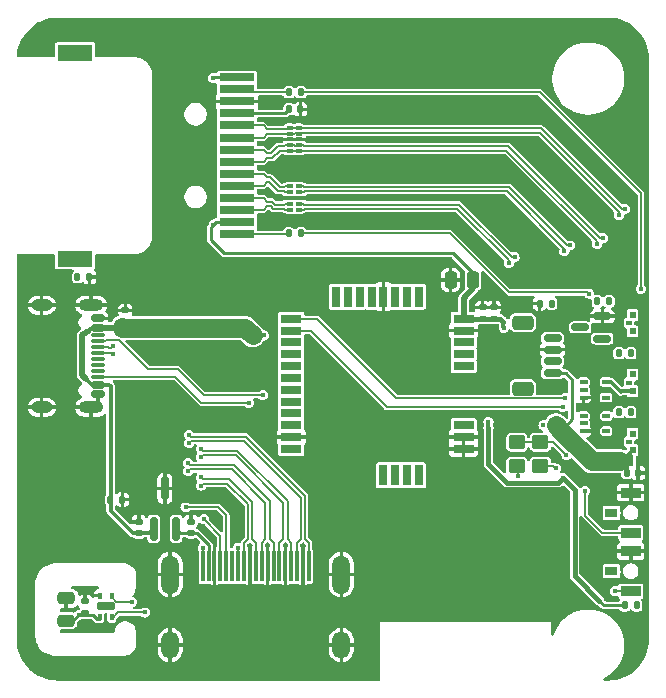
<source format=gbr>
%TF.GenerationSoftware,KiCad,Pcbnew,8.0.7*%
%TF.CreationDate,2024-12-14T14:48:29+01:00*%
%TF.ProjectId,CM5_CB,434d355f-4342-42e6-9b69-6361645f7063,rev?*%
%TF.SameCoordinates,Original*%
%TF.FileFunction,Copper,L1,Top*%
%TF.FilePolarity,Positive*%
%FSLAX46Y46*%
G04 Gerber Fmt 4.6, Leading zero omitted, Abs format (unit mm)*
G04 Created by KiCad (PCBNEW 8.0.7) date 2024-12-14 14:48:29*
%MOMM*%
%LPD*%
G01*
G04 APERTURE LIST*
G04 Aperture macros list*
%AMRoundRect*
0 Rectangle with rounded corners*
0 $1 Rounding radius*
0 $2 $3 $4 $5 $6 $7 $8 $9 X,Y pos of 4 corners*
0 Add a 4 corners polygon primitive as box body*
4,1,4,$2,$3,$4,$5,$6,$7,$8,$9,$2,$3,0*
0 Add four circle primitives for the rounded corners*
1,1,$1+$1,$2,$3*
1,1,$1+$1,$4,$5*
1,1,$1+$1,$6,$7*
1,1,$1+$1,$8,$9*
0 Add four rect primitives between the rounded corners*
20,1,$1+$1,$2,$3,$4,$5,0*
20,1,$1+$1,$4,$5,$6,$7,0*
20,1,$1+$1,$6,$7,$8,$9,0*
20,1,$1+$1,$8,$9,$2,$3,0*%
G04 Aperture macros list end*
%TA.AperFunction,SMDPad,CuDef*%
%ADD10RoundRect,0.140000X0.170000X-0.140000X0.170000X0.140000X-0.170000X0.140000X-0.170000X-0.140000X0*%
%TD*%
%TA.AperFunction,SMDPad,CuDef*%
%ADD11RoundRect,0.250000X0.250000X0.475000X-0.250000X0.475000X-0.250000X-0.475000X0.250000X-0.475000X0*%
%TD*%
%TA.AperFunction,SMDPad,CuDef*%
%ADD12RoundRect,0.087500X0.087500X-0.187500X0.087500X0.187500X-0.087500X0.187500X-0.087500X-0.187500X0*%
%TD*%
%TA.AperFunction,SMDPad,CuDef*%
%ADD13RoundRect,0.175000X0.625000X-0.175000X0.625000X0.175000X-0.625000X0.175000X-0.625000X-0.175000X0*%
%TD*%
%TA.AperFunction,SMDPad,CuDef*%
%ADD14R,1.800000X0.800000*%
%TD*%
%TA.AperFunction,SMDPad,CuDef*%
%ADD15R,0.800000X1.800000*%
%TD*%
%TA.AperFunction,SMDPad,CuDef*%
%ADD16RoundRect,0.250000X0.475000X-0.250000X0.475000X0.250000X-0.475000X0.250000X-0.475000X-0.250000X0*%
%TD*%
%TA.AperFunction,SMDPad,CuDef*%
%ADD17RoundRect,0.135000X-0.135000X-0.185000X0.135000X-0.185000X0.135000X0.185000X-0.135000X0.185000X0*%
%TD*%
%TA.AperFunction,SMDPad,CuDef*%
%ADD18RoundRect,0.250000X0.450000X-0.350000X0.450000X0.350000X-0.450000X0.350000X-0.450000X-0.350000X0*%
%TD*%
%TA.AperFunction,SMDPad,CuDef*%
%ADD19R,1.700000X0.900000*%
%TD*%
%TA.AperFunction,SMDPad,CuDef*%
%ADD20R,1.100000X0.800000*%
%TD*%
%TA.AperFunction,SMDPad,CuDef*%
%ADD21RoundRect,0.150000X-0.425000X0.150000X-0.425000X-0.150000X0.425000X-0.150000X0.425000X0.150000X0*%
%TD*%
%TA.AperFunction,SMDPad,CuDef*%
%ADD22RoundRect,0.075000X-0.500000X0.075000X-0.500000X-0.075000X0.500000X-0.075000X0.500000X0.075000X0*%
%TD*%
%TA.AperFunction,ComponentPad*%
%ADD23O,2.100000X1.000000*%
%TD*%
%TA.AperFunction,ComponentPad*%
%ADD24O,1.800000X1.000000*%
%TD*%
%TA.AperFunction,SMDPad,CuDef*%
%ADD25RoundRect,0.140000X-0.140000X-0.170000X0.140000X-0.170000X0.140000X0.170000X-0.140000X0.170000X0*%
%TD*%
%TA.AperFunction,ComponentPad*%
%ADD26O,1.500000X2.300000*%
%TD*%
%TA.AperFunction,ComponentPad*%
%ADD27O,1.500000X3.300000*%
%TD*%
%TA.AperFunction,SMDPad,CuDef*%
%ADD28R,0.300000X2.600000*%
%TD*%
%TA.AperFunction,SMDPad,CuDef*%
%ADD29RoundRect,0.162500X0.162500X-0.837500X0.162500X0.837500X-0.162500X0.837500X-0.162500X-0.837500X0*%
%TD*%
%TA.AperFunction,SMDPad,CuDef*%
%ADD30RoundRect,0.150000X0.625000X-0.150000X0.625000X0.150000X-0.625000X0.150000X-0.625000X-0.150000X0*%
%TD*%
%TA.AperFunction,SMDPad,CuDef*%
%ADD31RoundRect,0.250000X0.650000X-0.350000X0.650000X0.350000X-0.650000X0.350000X-0.650000X-0.350000X0*%
%TD*%
%TA.AperFunction,SMDPad,CuDef*%
%ADD32RoundRect,0.150000X0.587500X0.150000X-0.587500X0.150000X-0.587500X-0.150000X0.587500X-0.150000X0*%
%TD*%
%TA.AperFunction,SMDPad,CuDef*%
%ADD33RoundRect,0.135000X0.135000X0.185000X-0.135000X0.185000X-0.135000X-0.185000X0.135000X-0.185000X0*%
%TD*%
%TA.AperFunction,SMDPad,CuDef*%
%ADD34RoundRect,0.075000X0.200000X-0.075000X0.200000X0.075000X-0.200000X0.075000X-0.200000X-0.075000X0*%
%TD*%
%TA.AperFunction,SMDPad,CuDef*%
%ADD35RoundRect,0.100000X-0.225000X-0.100000X0.225000X-0.100000X0.225000X0.100000X-0.225000X0.100000X0*%
%TD*%
%TA.AperFunction,SMDPad,CuDef*%
%ADD36R,3.000000X1.400000*%
%TD*%
%TA.AperFunction,SMDPad,CuDef*%
%ADD37R,3.000000X0.710000*%
%TD*%
%TA.AperFunction,SMDPad,CuDef*%
%ADD38R,0.500000X0.400000*%
%TD*%
%TA.AperFunction,SMDPad,CuDef*%
%ADD39R,0.600000X0.600000*%
%TD*%
%TA.AperFunction,ViaPad*%
%ADD40C,0.450000*%
%TD*%
%TA.AperFunction,Conductor*%
%ADD41C,0.130000*%
%TD*%
%TA.AperFunction,Conductor*%
%ADD42C,0.250000*%
%TD*%
%TA.AperFunction,Conductor*%
%ADD43C,0.500000*%
%TD*%
%TA.AperFunction,Conductor*%
%ADD44C,0.300000*%
%TD*%
%TA.AperFunction,Conductor*%
%ADD45C,0.400000*%
%TD*%
%TA.AperFunction,Conductor*%
%ADD46C,1.600000*%
%TD*%
%TA.AperFunction,Conductor*%
%ADD47C,0.127000*%
%TD*%
%TA.AperFunction,Conductor*%
%ADD48C,0.147000*%
%TD*%
G04 APERTURE END LIST*
D10*
%TO.P,C505,1*%
%TO.N,+3V3*%
X119250000Y-49930000D03*
%TO.P,C505,2*%
%TO.N,GND*%
X119250000Y-48970000D03*
%TD*%
%TO.P,C504,1*%
%TO.N,+3V3*%
X118300000Y-49930000D03*
%TO.P,C504,2*%
%TO.N,GND*%
X118300000Y-48970000D03*
%TD*%
D11*
%TO.P,C503,1*%
%TO.N,+3V3*%
X117500000Y-46650000D03*
%TO.P,C503,2*%
%TO.N,GND*%
X115600000Y-46650000D03*
%TD*%
D12*
%TO.P,U601,1,VDD*%
%TO.N,+3V3*%
X85900000Y-75217500D03*
%TO.P,U601,2,SCL*%
%TO.N,/CM5/SCL0*%
X86900000Y-75217500D03*
%TO.P,U601,3,SDA*%
%TO.N,/CM5/SDA0*%
X86900000Y-73367500D03*
%TO.P,U601,4,VSS*%
%TO.N,GND*%
X85900000Y-73367500D03*
D13*
%TO.P,U601,5,NC*%
%TO.N,unconnected-(U601-NC-Pad5)*%
X86400000Y-74292500D03*
%TD*%
D14*
%TO.P,U502,17,GND*%
%TO.N,GND*%
X116690000Y-60940000D03*
D15*
%TO.P,U502,16,PA4/SPI1_NSS*%
%TO.N,unconnected-(U502-PA4{slash}SPI1_NSS-Pad16)*%
X112900000Y-63190000D03*
%TO.P,U502,15,PA5/SPI1_CLK*%
%TO.N,unconnected-(U502-PA5{slash}SPI1_CLK-Pad15)*%
X111900000Y-63190000D03*
%TO.P,U502,14,PA6/SPI1_MISO*%
%TO.N,unconnected-(U502-PA6{slash}SPI1_MISO-Pad14)*%
X110900000Y-63190000D03*
%TO.P,U502,13,PA7/SPI1_MOSI*%
%TO.N,unconnected-(U502-PA7{slash}SPI1_MOSI-Pad13)*%
X109900000Y-63190000D03*
D14*
%TO.P,U502,12,RF*%
%TO.N,unconnected-(U502-RF-Pad12)*%
X102110000Y-60940000D03*
%TO.P,U502,11,GND*%
%TO.N,GND*%
X102110000Y-59940000D03*
%TO.P,U502,10,PA11/I2C_SDA*%
%TO.N,unconnected-(U502-PA11{slash}I2C_SDA-Pad10)*%
X102110000Y-58940000D03*
%TO.P,U502,9,PA12/I2C_SCL*%
%TO.N,unconnected-(U502-PA12{slash}I2C_SCL-Pad9)*%
X102110000Y-57940000D03*
%TO.P,U502,8,PA14/SWCLK*%
%TO.N,unconnected-(U502-PA14{slash}SWCLK-Pad8)*%
X102110000Y-56940000D03*
%TO.P,U502,7,PA13/SWDIO*%
%TO.N,unconnected-(U502-PA13{slash}SWDIO-Pad7)*%
X102110000Y-55940000D03*
%TO.P,U502,6,PA1*%
%TO.N,unconnected-(U502-PA1-Pad6)*%
X102110000Y-54940000D03*
%TO.P,U502,5,PB7/UART1_RX*%
%TO.N,unconnected-(U502-PB7{slash}UART1_RX-Pad5)*%
X102110000Y-53940000D03*
%TO.P,U502,4,PB6/UART1_TX*%
%TO.N,unconnected-(U502-PB6{slash}UART1_TX-Pad4)*%
X102110000Y-52940000D03*
%TO.P,U502,3,PA15/PIN_A4*%
%TO.N,unconnected-(U502-PA15{slash}PIN_A4-Pad3)*%
X102110000Y-51940000D03*
%TO.P,U502,2,PA2/UART2_TX*%
%TO.N,/CM5/GPIO2*%
X102110000Y-50940000D03*
%TO.P,U502,1,PA3/UART2_RX*%
%TO.N,/CM5/GPIO3*%
X102110000Y-49940000D03*
D15*
%TO.P,U502,32,PB3/PIN_A0*%
%TO.N,unconnected-(U502-PB3{slash}PIN_A0-Pad32)*%
X105900000Y-48050000D03*
%TO.P,U502,31,PB4/PIN_A1*%
%TO.N,unconnected-(U502-PB4{slash}PIN_A1-Pad31)*%
X106900000Y-48050000D03*
%TO.P,U502,30,PB5*%
%TO.N,unconnected-(U502-PB5-Pad30)*%
X107900000Y-48050000D03*
%TO.P,U502,29,PA0*%
%TO.N,unconnected-(U502-PA0-Pad29)*%
X108900000Y-48050000D03*
%TO.P,U502,28,GND*%
%TO.N,GND*%
X109900000Y-48050000D03*
%TO.P,U502,27,PB12*%
%TO.N,unconnected-(U502-PB12-Pad27)*%
X110900000Y-48050000D03*
%TO.P,U502,26,PB2/PIN_A2*%
%TO.N,unconnected-(U502-PB2{slash}PIN_A2-Pad26)*%
X111900000Y-48050000D03*
%TO.P,U502,25,PA10/PIN_A3*%
%TO.N,unconnected-(U502-PA10{slash}PIN_A3-Pad25)*%
X112900000Y-48050000D03*
D14*
%TO.P,U502,24,VDD*%
%TO.N,+3V3*%
X116690000Y-49940000D03*
%TO.P,U502,23,GND*%
%TO.N,GND*%
X116690000Y-50940000D03*
%TO.P,U502,22,RST*%
%TO.N,unconnected-(U502-RST-Pad22)*%
X116690000Y-51940000D03*
%TO.P,U502,21,BOOT0*%
%TO.N,unconnected-(U502-BOOT0-Pad21)*%
X116690000Y-52940000D03*
%TO.P,U502,20,PA9*%
%TO.N,unconnected-(U502-PA9-Pad20)*%
X116690000Y-53940000D03*
%TO.P,U502,19,PA8*%
%TO.N,unconnected-(U502-PA8-Pad19)*%
X116690000Y-58940000D03*
%TO.P,U502,18,GND*%
%TO.N,GND*%
X116690000Y-59940000D03*
%TD*%
D10*
%TO.P,C602,1*%
%TO.N,+3V3*%
X84650000Y-74830000D03*
%TO.P,C602,2*%
%TO.N,GND*%
X84650000Y-73870000D03*
%TD*%
D16*
%TO.P,C601,1*%
%TO.N,+3V3*%
X83050000Y-75500000D03*
%TO.P,C601,2*%
%TO.N,GND*%
X83050000Y-73600000D03*
%TD*%
D17*
%TO.P,R104,2*%
%TO.N,/CM5/EEPROM_nWP*%
X124150000Y-48650000D03*
%TO.P,R104,1*%
%TO.N,GND*%
X123130000Y-48650000D03*
%TD*%
D18*
%TO.P,R103,2*%
%TO.N,/CM5/GPIO_VREF*%
X121200000Y-60400000D03*
%TO.P,R103,1*%
%TO.N,+1V8*%
X121200000Y-62400000D03*
%TD*%
%TO.P,R102,2*%
%TO.N,/CM5/GPIO_VREF*%
X123200000Y-60400000D03*
%TO.P,R102,1*%
%TO.N,+3V3*%
X123200000Y-62400000D03*
%TD*%
D19*
%TO.P,SW602,1,1*%
%TO.N,GND*%
X130850000Y-64650000D03*
%TO.P,SW602,2,2*%
%TO.N,/CM5/PWR_BUT*%
X130850000Y-68050000D03*
D20*
%TO.P,SW602,3*%
%TO.N,N/C*%
X129210000Y-66350000D03*
%TD*%
D17*
%TO.P,R101,2*%
%TO.N,GND*%
X87810000Y-65250000D03*
%TO.P,R101,1*%
%TO.N,+5V*%
X86790000Y-65250000D03*
%TD*%
D21*
%TO.P,J101,A1,GND*%
%TO.N,GND*%
X85730000Y-49900000D03*
%TO.P,J101,A4,VBUS*%
%TO.N,+5V*%
X85730000Y-50700000D03*
D22*
%TO.P,J101,A5,CC1*%
%TO.N,/CC1*%
X85730000Y-51850000D03*
%TO.P,J101,A6,D+*%
%TO.N,/USB_C.D_P*%
X85730000Y-52850000D03*
%TO.P,J101,A7,D-*%
%TO.N,/USB_C.D_N*%
X85730000Y-53350000D03*
%TO.P,J101,A8,SBU1*%
%TO.N,unconnected-(J101-SBU1-PadA8)*%
X85730000Y-54350000D03*
D21*
%TO.P,J101,A9,VBUS*%
%TO.N,+5V*%
X85730000Y-55500000D03*
%TO.P,J101,A12,GND*%
%TO.N,GND*%
X85730000Y-56300000D03*
%TO.P,J101,B1,GND*%
X85730000Y-56300000D03*
%TO.P,J101,B4,VBUS*%
%TO.N,+5V*%
X85730000Y-55500000D03*
D22*
%TO.P,J101,B5,CC2*%
%TO.N,/CC2*%
X85730000Y-54850000D03*
%TO.P,J101,B6,D+*%
%TO.N,/USB_C.D_P*%
X85730000Y-53850000D03*
%TO.P,J101,B7,D-*%
%TO.N,/USB_C.D_N*%
X85730000Y-52350000D03*
%TO.P,J101,B8,SBU2*%
%TO.N,unconnected-(J101-SBU2-PadB8)*%
X85730000Y-51350000D03*
D21*
%TO.P,J101,B9,VBUS*%
%TO.N,+5V*%
X85730000Y-50700000D03*
%TO.P,J101,B12,GND*%
%TO.N,GND*%
X85730000Y-49900000D03*
D23*
%TO.P,J101,S1,SHIELD*%
X85155000Y-48780000D03*
D24*
X80975000Y-48780000D03*
D23*
X85155000Y-57420000D03*
D24*
X80975000Y-57420000D03*
%TD*%
D25*
%TO.P,C102,2*%
%TO.N,GND*%
X131480000Y-63000000D03*
%TO.P,C102,1*%
%TO.N,+5V*%
X130520000Y-63000000D03*
%TD*%
D10*
%TO.P,C101,2*%
%TO.N,GND*%
X88050000Y-49220000D03*
%TO.P,C101,1*%
%TO.N,+5V*%
X88050000Y-50180000D03*
%TD*%
D26*
%TO.P,J501,SH4,SH*%
%TO.N,GND*%
X106350000Y-77560000D03*
%TO.P,J501,SH3,SH*%
X91850000Y-77560000D03*
D27*
%TO.P,J501,SH2,SH*%
X91850000Y-71600000D03*
%TO.P,J501,SH1,SH*%
X106350000Y-71600000D03*
D28*
%TO.P,J501,19,HPD/HEAC-*%
%TO.N,/CM5/HDMI_PI.HDMI0_HOTPLUG*%
X94600000Y-70870000D03*
%TO.P,J501,18,+5V*%
%TO.N,/HDMI/HDMI_5v*%
X95100000Y-70870000D03*
%TO.P,J501,17,GND*%
%TO.N,GND*%
X95600000Y-70870000D03*
%TO.P,J501,16,SDA*%
%TO.N,/CM5/HDMI_PI.HDMI0_SDA*%
X96100000Y-70870000D03*
%TO.P,J501,15,SCL*%
%TO.N,/CM5/HDMI_PI.HDMI0_SCL*%
X96600000Y-70870000D03*
%TO.P,J501,14,UTILITY/HEAC+*%
%TO.N,unconnected-(J501-UTILITY{slash}HEAC+-Pad14)*%
X97100000Y-70870000D03*
%TO.P,J501,13,CEC*%
%TO.N,/CM5/HDMI_PI.HDMI0_CEC*%
X97600000Y-70870000D03*
%TO.P,J501,12,CK-*%
%TO.N,/CM5/HDMI_PI.HDMI0_CK_N*%
X98100000Y-70870000D03*
%TO.P,J501,11,CKS*%
%TO.N,GND*%
X98600000Y-70870000D03*
%TO.P,J501,10,CK+*%
%TO.N,/CM5/HDMI_PI.HDMI0_CK_P*%
X99100000Y-70870000D03*
%TO.P,J501,9,D0-*%
%TO.N,/CM5/HDMI_PI.HDMI0_D0_N*%
X99600000Y-70870000D03*
%TO.P,J501,8,D0S*%
%TO.N,GND*%
X100100000Y-70870000D03*
%TO.P,J501,7,D0+*%
%TO.N,/CM5/HDMI_PI.HDMI0_D0_P*%
X100600000Y-70870000D03*
%TO.P,J501,6,D1-*%
%TO.N,/CM5/HDMI_PI.HDMI0_D1_N*%
X101100000Y-70870000D03*
%TO.P,J501,5,D1S*%
%TO.N,GND*%
X101600000Y-70870000D03*
%TO.P,J501,4,D1+*%
%TO.N,/CM5/HDMI_PI.HDMI0_D1_P*%
X102100000Y-70870000D03*
%TO.P,J501,3,D2-*%
%TO.N,/CM5/HDMI_PI.HDMI0_D2_N*%
X102600000Y-70870000D03*
%TO.P,J501,2,D2S*%
%TO.N,GND*%
X103100000Y-70870000D03*
%TO.P,J501,1,D2+*%
%TO.N,/CM5/HDMI_PI.HDMI0_D2_P*%
X103600000Y-70870000D03*
%TD*%
D29*
%TO.P,U501,3,GND*%
%TO.N,GND*%
X91400000Y-64290000D03*
%TO.P,U501,2,OUT*%
%TO.N,/HDMI/HDMI_5v*%
X92350000Y-67710000D03*
%TO.P,U501,1,IN*%
%TO.N,+5V*%
X90450000Y-67710000D03*
%TD*%
D30*
%TO.P,J601,1,Pin_1*%
%TO.N,+5V*%
X124225000Y-54550000D03*
%TO.P,J601,2,Pin_2*%
%TO.N,/CM5/PWM*%
X124225000Y-53550000D03*
%TO.P,J601,3,Pin_3*%
%TO.N,GND*%
X124225000Y-52550000D03*
%TO.P,J601,4,Pin_4*%
%TO.N,/CM5/TACHO*%
X124225000Y-51550000D03*
D31*
%TO.P,J601,MP*%
%TO.N,N/C*%
X121700000Y-55850000D03*
X121700000Y-50250000D03*
%TD*%
D10*
%TO.P,C502,2*%
%TO.N,GND*%
X93600000Y-67100000D03*
%TO.P,C502,1*%
%TO.N,/HDMI/HDMI_5v*%
X93600000Y-68060000D03*
%TD*%
%TO.P,C501,2*%
%TO.N,GND*%
X89200000Y-67120000D03*
%TO.P,C501,1*%
%TO.N,+5V*%
X89200000Y-68080000D03*
%TD*%
D17*
%TO.P,R403,2*%
%TO.N,GND*%
X85020000Y-46400000D03*
%TO.P,R403,1*%
%TO.N,Net-(T401-SHIELD1)*%
X84000000Y-46400000D03*
%TD*%
D25*
%TO.P,C401,2*%
%TO.N,GND*%
X102880000Y-32200000D03*
%TO.P,C401,1*%
%TO.N,Net-(T401-VCC)*%
X101920000Y-32200000D03*
%TD*%
D17*
%TO.P,R601,1*%
%TO.N,+3V3*%
X130340000Y-74200000D03*
%TO.P,R601,2*%
%TO.N,/CM5/GLOBAL_EN*%
X131360000Y-74200000D03*
%TD*%
D32*
%TO.P,Q601,1,G*%
%TO.N,+5V*%
X128437500Y-51612500D03*
%TO.P,Q601,2,S*%
%TO.N,GND*%
X128437500Y-49712500D03*
%TO.P,Q601,3,D*%
%TO.N,Net-(Q601-D)*%
X126562500Y-50662500D03*
%TD*%
D20*
%TO.P,SW601,3*%
%TO.N,N/C*%
X129210000Y-71300000D03*
D19*
%TO.P,SW601,2,2*%
%TO.N,/CM5/GLOBAL_EN*%
X130850000Y-73000000D03*
%TO.P,SW601,1,1*%
%TO.N,GND*%
X130850000Y-69600000D03*
%TD*%
D33*
%TO.P,R606,1*%
%TO.N,Net-(D606-K)*%
X130860000Y-52850000D03*
%TO.P,R606,2*%
%TO.N,Net-(R606-Pad2)*%
X129840000Y-52850000D03*
%TD*%
D34*
%TO.P,U401,1,D1+*%
%TO.N,/CM5/ETH_PI.TRD0_P*%
X102750000Y-40700000D03*
%TO.P,U401,2,D1-*%
%TO.N,/CM5/ETH_PI.TRD0_N*%
X102750000Y-40200000D03*
%TO.P,U401,3,GND*%
%TO.N,GND*%
X102750000Y-39700000D03*
%TO.P,U401,4,D2+*%
%TO.N,/CM5/ETH_PI.TRD1_P*%
X102750000Y-39200000D03*
%TO.P,U401,5,D2-*%
%TO.N,/CM5/ETH_PI.TRD1_N*%
X102750000Y-38700000D03*
%TO.P,U401,6*%
X101980000Y-38700000D03*
%TO.P,U401,7*%
%TO.N,/CM5/ETH_PI.TRD1_P*%
X101980000Y-39200000D03*
%TO.P,U401,8,GND*%
%TO.N,GND*%
X101980000Y-39700000D03*
%TO.P,U401,9*%
%TO.N,/CM5/ETH_PI.TRD0_N*%
X101980000Y-40200000D03*
%TO.P,U401,10*%
%TO.N,/CM5/ETH_PI.TRD0_P*%
X101980000Y-40700000D03*
%TD*%
D33*
%TO.P,R402,1*%
%TO.N,/CM5/nLED_SPEED_100_1000*%
X102910000Y-30750000D03*
%TO.P,R402,2*%
%TO.N,Net-(R402-Pad2)*%
X101890000Y-30750000D03*
%TD*%
%TO.P,R401,1*%
%TO.N,/CM5/ETH_nLED_ACTIVITY*%
X102910000Y-42700000D03*
%TO.P,R401,2*%
%TO.N,Net-(R401-Pad2)*%
X101890000Y-42700000D03*
%TD*%
D35*
%TO.P,U602,1,1*%
%TO.N,unconnected-(U602-Pad1)*%
X126870000Y-58150000D03*
%TO.P,U602,2*%
%TO.N,/CM5/PI_nLED_PWR*%
X126870000Y-58800000D03*
%TO.P,U602,3,GND*%
%TO.N,GND*%
X126870000Y-59450000D03*
%TO.P,U602,4*%
%TO.N,Net-(R605-Pad2)*%
X128770000Y-59450000D03*
%TO.P,U602,5,VCC*%
%TO.N,+5V*%
X128770000Y-58150000D03*
%TD*%
D36*
%TO.P,T401,S2,SHIELD2*%
%TO.N,Net-(T401-SHIELD1)*%
X83805000Y-27395000D03*
%TO.P,T401,S1,SHIELD1*%
X83805000Y-44845000D03*
D37*
%TO.P,T401,14*%
%TO.N,+3V3*%
X97505000Y-29490000D03*
%TO.P,T401,13*%
%TO.N,Net-(R402-Pad2)*%
X97505000Y-30510000D03*
%TO.P,T401,12,GND*%
%TO.N,GND*%
X97505000Y-31530000D03*
%TO.P,T401,11,VCC*%
%TO.N,Net-(T401-VCC)*%
X97505000Y-32550000D03*
%TO.P,T401,10,D4-*%
%TO.N,/CM5/ETH_PI.TRD3_N*%
X97505000Y-33570000D03*
%TO.P,T401,9,D4+*%
%TO.N,/CM5/ETH_PI.TRD3_P*%
X97505000Y-34590000D03*
%TO.P,T401,8,D3-*%
%TO.N,/CM5/ETH_PI.TRD2_N*%
X97505000Y-35610000D03*
%TO.P,T401,7,D3+*%
%TO.N,/CM5/ETH_PI.TRD2_P*%
X97505000Y-36630000D03*
%TO.P,T401,6,D2-*%
%TO.N,/CM5/ETH_PI.TRD1_N*%
X97505000Y-37650000D03*
%TO.P,T401,5,D2+*%
%TO.N,/CM5/ETH_PI.TRD1_P*%
X97505000Y-38670000D03*
%TO.P,T401,4,D1-*%
%TO.N,/CM5/ETH_PI.TRD0_N*%
X97505000Y-39690000D03*
%TO.P,T401,3,D1+*%
%TO.N,/CM5/ETH_PI.TRD0_P*%
X97505000Y-40710000D03*
%TO.P,T401,2*%
%TO.N,+3V3*%
X97505000Y-41730000D03*
%TO.P,T401,1*%
%TO.N,Net-(R401-Pad2)*%
X97505000Y-42750000D03*
%TD*%
D34*
%TO.P,U402,1,D1+*%
%TO.N,/CM5/ETH_PI.TRD2_P*%
X102730000Y-35750000D03*
%TO.P,U402,2,D1-*%
%TO.N,/CM5/ETH_PI.TRD2_N*%
X102730000Y-35250000D03*
%TO.P,U402,3,GND*%
%TO.N,GND*%
X102730000Y-34750000D03*
%TO.P,U402,4,D2+*%
%TO.N,/CM5/ETH_PI.TRD3_P*%
X102730000Y-34250000D03*
%TO.P,U402,5,D2-*%
%TO.N,/CM5/ETH_PI.TRD3_N*%
X102730000Y-33750000D03*
%TO.P,U402,6*%
X101960000Y-33750000D03*
%TO.P,U402,7*%
%TO.N,/CM5/ETH_PI.TRD3_P*%
X101960000Y-34250000D03*
%TO.P,U402,8,GND*%
%TO.N,GND*%
X101960000Y-34750000D03*
%TO.P,U402,9*%
%TO.N,/CM5/ETH_PI.TRD2_N*%
X101960000Y-35250000D03*
%TO.P,U402,10*%
%TO.N,/CM5/ETH_PI.TRD2_P*%
X101960000Y-35750000D03*
%TD*%
D38*
%TO.P,D601,3*%
%TO.N,N/C*%
X130700000Y-50300000D03*
D39*
%TO.P,D601,2,A*%
%TO.N,+5V*%
X131000000Y-51000000D03*
%TO.P,D601,1,K*%
%TO.N,Net-(D601-K)*%
X131000000Y-49600000D03*
%TD*%
D35*
%TO.P,U603,1,1*%
%TO.N,unconnected-(U603-Pad1)*%
X126860000Y-55300000D03*
%TO.P,U603,2*%
%TO.N,/CM5/nLED_ACTIVITY*%
X126860000Y-55950000D03*
%TO.P,U603,3,GND*%
%TO.N,GND*%
X126860000Y-56600000D03*
%TO.P,U603,4*%
%TO.N,Net-(R606-Pad2)*%
X128760000Y-56600000D03*
%TO.P,U603,5,VCC*%
%TO.N,+5V*%
X128760000Y-55300000D03*
%TD*%
D33*
%TO.P,R602,1*%
%TO.N,Net-(D601-K)*%
X129020000Y-48450000D03*
%TO.P,R602,2*%
%TO.N,Net-(Q601-D)*%
X128000000Y-48450000D03*
%TD*%
D38*
%TO.P,D605,3*%
%TO.N,N/C*%
X130700000Y-60350000D03*
D39*
%TO.P,D605,2,A*%
%TO.N,+5V*%
X131000000Y-61050000D03*
%TO.P,D605,1,K*%
%TO.N,Net-(D605-K)*%
X131000000Y-59650000D03*
%TD*%
D38*
%TO.P,D606,3*%
%TO.N,N/C*%
X130700000Y-55350000D03*
D39*
%TO.P,D606,2,A*%
%TO.N,+5V*%
X131000000Y-56050000D03*
%TO.P,D606,1,K*%
%TO.N,Net-(D606-K)*%
X131000000Y-54650000D03*
%TD*%
D33*
%TO.P,R605,1*%
%TO.N,Net-(D605-K)*%
X130860000Y-57850000D03*
%TO.P,R605,2*%
%TO.N,Net-(R605-Pad2)*%
X129840000Y-57850000D03*
%TD*%
D40*
%TO.N,+3V3*%
X95517500Y-41967500D03*
X95500000Y-29550000D03*
X120100000Y-50700000D03*
X120050000Y-50200000D03*
X118800000Y-59150000D03*
X118800000Y-58650000D03*
%TO.N,/CM5/GPIO2*%
X125100000Y-57400000D03*
%TO.N,/CM5/GPIO3*%
X125250000Y-56650000D03*
%TO.N,+5V*%
X124950000Y-59400000D03*
X123450000Y-58950000D03*
X99800000Y-51350000D03*
X98350000Y-50850000D03*
X124500000Y-58950000D03*
X130150000Y-61600000D03*
X129950000Y-62000000D03*
X98850000Y-51350000D03*
%TO.N,/CM5/ETH_nLED_ACTIVITY*%
X127300000Y-47800000D03*
%TO.N,/CM5/nLED_SPEED_100_1000*%
X131700000Y-47400000D03*
%TO.N,+3V3*%
X125100000Y-63400000D03*
X128200000Y-73800000D03*
X84100000Y-75000000D03*
%TO.N,+5V*%
X130520000Y-62000000D03*
%TO.N,/CM5/GLOBAL_EN*%
X129500000Y-73000000D03*
%TO.N,/CM5/PWR_BUT*%
X127000000Y-64500000D03*
%TO.N,+1V8*%
X121300000Y-63250000D03*
%TO.N,+3V3*%
X124500000Y-62600000D03*
%TO.N,/CM5/GPIO_VREF*%
X125400000Y-61500000D03*
%TO.N,/CM5/SDA0*%
X88600000Y-73900000D03*
%TO.N,/CM5/SCL0*%
X89700000Y-74800000D03*
%TO.N,/CC1*%
X99700000Y-56400000D03*
%TO.N,/USB_C.D_P*%
X87023800Y-52951500D03*
%TO.N,/USB_C.D_N*%
X87023800Y-52248500D03*
%TO.N,/CC2*%
X98500000Y-57050000D03*
%TO.N,/CM5/HDMI_PI.HDMI0_HOTPLUG*%
X94600000Y-69300000D03*
%TO.N,/CM5/HDMI_PI.HDMI0_SDA*%
X94700000Y-66900000D03*
%TO.N,/CM5/HDMI_PI.HDMI0_SCL*%
X93150000Y-65900000D03*
%TO.N,/CM5/HDMI_PI.HDMI0_CEC*%
X97610000Y-69300000D03*
%TO.N,/CM5/HDMI_PI.HDMI0_CK_P*%
X94460000Y-63358500D03*
%TO.N,/CM5/HDMI_PI.HDMI0_CK_N*%
X94460000Y-64061500D03*
%TO.N,/CM5/HDMI_PI.HDMI0_D0_N*%
X93387971Y-62851500D03*
%TO.N,/CM5/HDMI_PI.HDMI0_D0_P*%
X93387971Y-62148500D03*
%TO.N,/CM5/HDMI_PI.HDMI0_D1_N*%
X94467604Y-61641500D03*
%TO.N,/CM5/HDMI_PI.HDMI0_D1_P*%
X94467604Y-60938500D03*
%TO.N,/CM5/HDMI_PI.HDMI0_D2_P*%
X93462679Y-59748500D03*
%TO.N,/CM5/HDMI_PI.HDMI0_D2_N*%
X93462679Y-60451500D03*
%TO.N,/CM5/ETH_PI.TRD1_N*%
X125716766Y-43721790D03*
%TO.N,/CM5/ETH_PI.TRD1_P*%
X125221790Y-44216766D03*
%TO.N,/CM5/ETH_PI.TRD2_N*%
X128497488Y-43102512D03*
%TO.N,/CM5/ETH_PI.TRD2_P*%
X128002512Y-43597488D03*
%TO.N,/CM5/ETH_PI.TRD3_P*%
X129852512Y-41147488D03*
%TO.N,/CM5/ETH_PI.TRD3_N*%
X130347488Y-40652512D03*
%TO.N,/CM5/ETH_PI.TRD0_P*%
X120515626Y-45210602D03*
%TO.N,/CM5/ETH_PI.TRD0_N*%
X121010602Y-44715626D03*
%TD*%
D41*
%TO.N,/CC1*%
X99700000Y-56400000D02*
X94700000Y-56400000D01*
X90000000Y-54200000D02*
X87500000Y-51700000D01*
X94700000Y-56400000D02*
X92500000Y-54200000D01*
X92500000Y-54200000D02*
X90000000Y-54200000D01*
X87500000Y-51700000D02*
X86500000Y-51700000D01*
X86350000Y-51850000D02*
X85730000Y-51850000D01*
X86500000Y-51700000D02*
X86350000Y-51850000D01*
D42*
%TO.N,+3V3*%
X95517500Y-41967500D02*
X95300000Y-42185000D01*
X95755000Y-41730000D02*
X95517500Y-41967500D01*
X95560000Y-29490000D02*
X95500000Y-29550000D01*
X97505000Y-29490000D02*
X95560000Y-29490000D01*
D43*
X116690000Y-49940000D02*
X116690000Y-48160000D01*
X116690000Y-48160000D02*
X117500000Y-47350000D01*
X117500000Y-47350000D02*
X117500000Y-46650000D01*
D42*
X96400000Y-44400000D02*
X115800000Y-44400000D01*
X97505000Y-41730000D02*
X95755000Y-41730000D01*
X95300000Y-43300000D02*
X96400000Y-44400000D01*
X95300000Y-42185000D02*
X95300000Y-43300000D01*
X115800000Y-44400000D02*
X117500000Y-46100000D01*
X117500000Y-46100000D02*
X117500000Y-46650000D01*
%TO.N,+5V*%
X124225000Y-54550000D02*
X125350000Y-54550000D01*
X125350000Y-54550000D02*
X125900000Y-55100000D01*
X125900000Y-55100000D02*
X125900000Y-58450000D01*
X125900000Y-58450000D02*
X124950000Y-59400000D01*
D44*
%TO.N,+3V3*%
X120050000Y-50200000D02*
X120050000Y-50650000D01*
X120050000Y-50650000D02*
X120100000Y-50700000D01*
X118800000Y-59150000D02*
X118800000Y-58650000D01*
D45*
X125100000Y-63400000D02*
X124700000Y-63800000D01*
X124700000Y-63800000D02*
X120350000Y-63800000D01*
X120350000Y-63800000D02*
X118800000Y-62250000D01*
X118800000Y-62250000D02*
X118800000Y-59150000D01*
X119780000Y-49930000D02*
X120050000Y-50200000D01*
X119250000Y-49930000D02*
X119780000Y-49930000D01*
X125100000Y-63400000D02*
X126100000Y-64400000D01*
X126100000Y-64400000D02*
X126100000Y-71700000D01*
X126100000Y-71700000D02*
X128200000Y-73800000D01*
D41*
%TO.N,+1V8*%
X121300000Y-63250000D02*
X121300000Y-62500000D01*
X121300000Y-62500000D02*
X121200000Y-62400000D01*
%TO.N,/CM5/GPIO3*%
X102110000Y-49940000D02*
X104290000Y-49940000D01*
X104290000Y-49940000D02*
X111000000Y-56650000D01*
X111000000Y-56650000D02*
X125250000Y-56650000D01*
%TO.N,/CM5/GPIO2*%
X125100000Y-57400000D02*
X110200000Y-57400000D01*
X110200000Y-57400000D02*
X103740000Y-50940000D01*
X103740000Y-50940000D02*
X102110000Y-50940000D01*
D45*
%TO.N,+3V3*%
X116690000Y-49940000D02*
X119240000Y-49940000D01*
X119240000Y-49940000D02*
X119250000Y-49930000D01*
D46*
%TO.N,+5V*%
X124950000Y-59400000D02*
X127550000Y-62000000D01*
X98350000Y-50850000D02*
X98205000Y-50705000D01*
X98850000Y-51350000D02*
X98350000Y-50850000D01*
X87805000Y-50705000D02*
X87750000Y-50650000D01*
X98205000Y-50705000D02*
X87805000Y-50705000D01*
D45*
X84750000Y-51000000D02*
X84900000Y-51000000D01*
D44*
X84900000Y-51000000D02*
X85200000Y-50700000D01*
D45*
X84600000Y-51150000D02*
X84750000Y-51000000D01*
D43*
X84700000Y-55000000D02*
X84400000Y-54700000D01*
X84400000Y-54700000D02*
X84400000Y-51350000D01*
X84400000Y-51350000D02*
X84600000Y-51150000D01*
D44*
X84900000Y-55200000D02*
X84700000Y-55000000D01*
X85200000Y-50700000D02*
X85730000Y-50700000D01*
X85200000Y-55500000D02*
X84900000Y-55200000D01*
X85730000Y-55500000D02*
X85200000Y-55500000D01*
D46*
X124500000Y-58950000D02*
X124950000Y-59400000D01*
X127550000Y-62000000D02*
X129950000Y-62000000D01*
D43*
X85730000Y-50700000D02*
X87700000Y-50700000D01*
X87700000Y-50700000D02*
X87750000Y-50650000D01*
D41*
%TO.N,/CC2*%
X98500000Y-57050000D02*
X94500000Y-57050000D01*
X94500000Y-57050000D02*
X92300000Y-54850000D01*
X92300000Y-54850000D02*
X85730000Y-54850000D01*
%TO.N,/CM5/ETH_nLED_ACTIVITY*%
X127300000Y-47800000D02*
X127200000Y-47700000D01*
X120550000Y-47700000D02*
X115550000Y-42700000D01*
X127200000Y-47700000D02*
X120550000Y-47700000D01*
X115550000Y-42700000D02*
X102910000Y-42700000D01*
D42*
%TO.N,Net-(T401-VCC)*%
X97505000Y-32550000D02*
X101570000Y-32550000D01*
X101570000Y-32550000D02*
X101920000Y-32200000D01*
D44*
%TO.N,+5V*%
X86700000Y-55500000D02*
X86800000Y-55600000D01*
X86800000Y-66200000D02*
X88700000Y-68100000D01*
X88700000Y-68100000D02*
X88720000Y-68080000D01*
X86800000Y-55600000D02*
X86800000Y-66200000D01*
X85730000Y-55500000D02*
X86700000Y-55500000D01*
X88720000Y-68080000D02*
X89200000Y-68080000D01*
X89200000Y-68080000D02*
X90080000Y-68080000D01*
X90080000Y-68080000D02*
X90450000Y-67710000D01*
D41*
%TO.N,/CM5/nLED_SPEED_100_1000*%
X131700000Y-39300000D02*
X123150000Y-30750000D01*
X123150000Y-30750000D02*
X102910000Y-30750000D01*
X131700000Y-47400000D02*
X131700000Y-39300000D01*
%TO.N,Net-(R401-Pad2)*%
X97505000Y-42750000D02*
X101840000Y-42750000D01*
X101840000Y-42750000D02*
X101890000Y-42700000D01*
%TO.N,Net-(R402-Pad2)*%
X101890000Y-30750000D02*
X97745000Y-30750000D01*
X97745000Y-30750000D02*
X97505000Y-30510000D01*
D42*
%TO.N,+3V3*%
X130340000Y-74200000D02*
X128600000Y-74200000D01*
X128600000Y-74200000D02*
X128200000Y-73800000D01*
D41*
%TO.N,/CM5/SDA0*%
X88600000Y-73900000D02*
X87292894Y-73900000D01*
X87292894Y-73900000D02*
X86896447Y-73503553D01*
%TO.N,/CM5/SCL0*%
X89700000Y-74800000D02*
X87450000Y-74800000D01*
X87450000Y-74800000D02*
X86896447Y-75353553D01*
D42*
%TO.N,+3V3*%
X83046447Y-75553553D02*
X83546447Y-75553553D01*
X83546447Y-75553553D02*
X84100000Y-75000000D01*
X85896447Y-75353553D02*
X85653553Y-75353553D01*
X85300000Y-75000000D02*
X84100000Y-75000000D01*
X85653553Y-75353553D02*
X85300000Y-75000000D01*
%TO.N,/HDMI/HDMI_5v*%
X93600000Y-68060000D02*
X92700000Y-68060000D01*
X92700000Y-68060000D02*
X92350000Y-67710000D01*
X95100000Y-70870000D02*
X95125000Y-70845000D01*
X95125000Y-70845000D02*
X95125000Y-69082537D01*
X94102463Y-68060000D02*
X93600000Y-68060000D01*
X95125000Y-69082537D02*
X94102463Y-68060000D01*
D41*
%TO.N,+3V3*%
X124300000Y-62400000D02*
X123200000Y-62400000D01*
X124500000Y-62600000D02*
X124300000Y-62400000D01*
D44*
%TO.N,+5V*%
X130520000Y-62000000D02*
X130520000Y-61530000D01*
X130520000Y-63000000D02*
X130520000Y-62000000D01*
X130520000Y-61530000D02*
X131000000Y-61050000D01*
X129200000Y-55300000D02*
X130000000Y-56100000D01*
X128760000Y-55300000D02*
X129200000Y-55300000D01*
X130050000Y-56050000D02*
X131000000Y-56050000D01*
X130000000Y-56100000D02*
X130050000Y-56050000D01*
D41*
%TO.N,/CM5/GLOBAL_EN*%
X130850000Y-73000000D02*
X129500000Y-73000000D01*
%TO.N,/CM5/PWR_BUT*%
X130850000Y-68050000D02*
X128450000Y-68050000D01*
X128450000Y-68050000D02*
X127000000Y-66600000D01*
X127000000Y-66600000D02*
X127000000Y-64500000D01*
%TO.N,/CM5/GPIO_VREF*%
X124300000Y-60400000D02*
X125400000Y-61500000D01*
X123200000Y-60400000D02*
X124300000Y-60400000D01*
X121200000Y-60400000D02*
X123200000Y-60400000D01*
%TO.N,/CM5/ETH_PI.TRD0_P*%
X101980000Y-40700000D02*
X101567499Y-40700000D01*
%TO.N,/CM5/ETH_PI.TRD0_N*%
X101567499Y-40200000D02*
X101507499Y-40260000D01*
%TO.N,/CM5/ETH_PI.TRD0_P*%
X100595870Y-40640000D02*
X100345870Y-40390000D01*
X101507499Y-40640000D02*
X100595870Y-40640000D01*
%TO.N,/CM5/ETH_PI.TRD0_N*%
X101980000Y-40200000D02*
X101567499Y-40200000D01*
%TO.N,/CM5/ETH_PI.TRD0_P*%
X101567499Y-40700000D02*
X101507499Y-40640000D01*
%TO.N,/CM5/ETH_PI.TRD0_N*%
X101507499Y-40260000D02*
X100753274Y-40260000D01*
X100753274Y-40260000D02*
X100503274Y-40010000D01*
%TO.N,/CM5/ETH_PI.TRD0_P*%
X97505000Y-40710000D02*
X99755001Y-40710000D01*
X99755001Y-40710000D02*
X100075001Y-40390000D01*
X100075001Y-40390000D02*
X100345870Y-40390000D01*
%TO.N,/CM5/ETH_PI.TRD0_N*%
X97505000Y-39690000D02*
X99755001Y-39690000D01*
X99755001Y-39690000D02*
X100075001Y-40010000D01*
X100075001Y-40010000D02*
X100503274Y-40010000D01*
%TO.N,/CM5/ETH_PI.TRD1_P*%
X100075001Y-38350000D02*
X99755001Y-38670000D01*
X101980000Y-39200000D02*
X101567499Y-39200000D01*
X101507499Y-39140000D02*
X100971298Y-39140000D01*
X100971298Y-39140000D02*
X100181298Y-38350000D01*
%TO.N,/CM5/ETH_PI.TRD1_N*%
X99755001Y-37650000D02*
X97505000Y-37650000D01*
%TO.N,/CM5/ETH_PI.TRD1_P*%
X99755001Y-38670000D02*
X97505000Y-38670000D01*
X100181298Y-38350000D02*
X100075001Y-38350000D01*
X101567499Y-39200000D02*
X101507499Y-39140000D01*
%TO.N,/CM5/ETH_PI.TRD1_N*%
X101980000Y-38700000D02*
X101567499Y-38700000D01*
X101567499Y-38700000D02*
X101507499Y-38760000D01*
X100338702Y-37970000D02*
X100075001Y-37970000D01*
X101128702Y-38760000D02*
X100338702Y-37970000D01*
X101507499Y-38760000D02*
X101128702Y-38760000D01*
X100075001Y-37970000D02*
X99755001Y-37650000D01*
%TO.N,/CM5/ETH_PI.TRD1_P*%
X102750000Y-39200000D02*
X103162501Y-39200000D01*
X103222501Y-39140000D02*
X120371299Y-39140000D01*
X120371299Y-39140000D02*
X125221790Y-43990491D01*
X103162501Y-39200000D02*
X103222501Y-39140000D01*
%TO.N,/CM5/ETH_PI.TRD1_N*%
X102750000Y-38700000D02*
X103162501Y-38700000D01*
X120528701Y-38760000D02*
X125490491Y-43721790D01*
X103162501Y-38700000D02*
X103222501Y-38760000D01*
X103222501Y-38760000D02*
X120528701Y-38760000D01*
%TO.N,/CM5/ETH_PI.TRD0_P*%
X102750000Y-40700000D02*
X103162501Y-40700000D01*
X103162501Y-40700000D02*
X103222501Y-40640000D01*
%TO.N,/CM5/ETH_PI.TRD0_N*%
X116328701Y-40260000D02*
X120784327Y-44715626D01*
%TO.N,/CM5/ETH_PI.TRD0_P*%
X116171299Y-40640000D02*
X120515626Y-44984327D01*
%TO.N,/CM5/ETH_PI.TRD0_N*%
X103222501Y-40260000D02*
X116328701Y-40260000D01*
%TO.N,/CM5/ETH_PI.TRD0_P*%
X103222501Y-40640000D02*
X116171299Y-40640000D01*
%TO.N,/CM5/ETH_PI.TRD0_N*%
X102750000Y-40200000D02*
X103162501Y-40200000D01*
X103162501Y-40200000D02*
X103222501Y-40260000D01*
D47*
%TO.N,/CM5/HDMI_PI.HDMI0_D2_N*%
X98121298Y-60290000D02*
X93624179Y-60290000D01*
%TO.N,/CM5/HDMI_PI.HDMI0_D2_P*%
X103290000Y-68609999D02*
X103290000Y-64921298D01*
X103600000Y-68919999D02*
X103290000Y-68609999D01*
X98278702Y-59910000D02*
X93624179Y-59910000D01*
X93624179Y-59910000D02*
X93462679Y-59748500D01*
X103290000Y-64921298D02*
X98278702Y-59910000D01*
%TO.N,/CM5/HDMI_PI.HDMI0_D2_N*%
X102600000Y-70870000D02*
X102600000Y-68919999D01*
X102910000Y-65078702D02*
X98121298Y-60290000D01*
X102600000Y-68919999D02*
X102910000Y-68609999D01*
X102910000Y-68609999D02*
X102910000Y-65078702D01*
%TO.N,/CM5/HDMI_PI.HDMI0_D2_P*%
X103600000Y-70870000D02*
X103600000Y-68919999D01*
%TO.N,/CM5/HDMI_PI.HDMI0_D2_N*%
X93624179Y-60290000D02*
X93462679Y-60451500D01*
%TO.N,/CM5/HDMI_PI.HDMI0_D1_P*%
X102100000Y-68919999D02*
X101790000Y-68609999D01*
X101790000Y-65341298D02*
X97548702Y-61100000D01*
%TO.N,/CM5/HDMI_PI.HDMI0_D1_N*%
X101410000Y-65498702D02*
X97391298Y-61480000D01*
X101100000Y-70870000D02*
X101100000Y-68919999D01*
%TO.N,/CM5/HDMI_PI.HDMI0_D1_P*%
X101790000Y-68609999D02*
X101790000Y-65341298D01*
X102100000Y-70870000D02*
X102100000Y-68919999D01*
%TO.N,/CM5/HDMI_PI.HDMI0_D1_N*%
X101410000Y-68609999D02*
X101410000Y-65498702D01*
X101100000Y-68919999D02*
X101410000Y-68609999D01*
%TO.N,/CM5/HDMI_PI.HDMI0_D0_P*%
X100600000Y-70870000D02*
X100600000Y-68919999D01*
X100290000Y-68609999D02*
X100290000Y-65361298D01*
%TO.N,/CM5/HDMI_PI.HDMI0_D0_N*%
X99600000Y-70870000D02*
X99600000Y-68919999D01*
%TO.N,/CM5/HDMI_PI.HDMI0_D0_P*%
X100600000Y-68919999D02*
X100290000Y-68609999D01*
X100290000Y-65361298D02*
X97238702Y-62310000D01*
%TO.N,/CM5/HDMI_PI.HDMI0_D0_N*%
X99600000Y-68919999D02*
X99910000Y-68609999D01*
X99910000Y-65518702D02*
X97081298Y-62690000D01*
X99910000Y-68609999D02*
X99910000Y-65518702D01*
%TO.N,/CM5/HDMI_PI.HDMI0_CK_P*%
X99100000Y-70870000D02*
X99100000Y-68919999D01*
X99100000Y-68919999D02*
X98790000Y-68609999D01*
X98790000Y-65471298D02*
X96838702Y-63520000D01*
X98790000Y-68609999D02*
X98790000Y-65471298D01*
%TO.N,/CM5/HDMI_PI.HDMI0_CK_N*%
X98410000Y-68609999D02*
X98410000Y-65628702D01*
X98100000Y-70870000D02*
X98100000Y-68919999D01*
X98100000Y-68919999D02*
X98410000Y-68609999D01*
X98410000Y-65628702D02*
X96681298Y-63900000D01*
D41*
%TO.N,/CM5/HDMI_PI.HDMI0_CEC*%
X97610000Y-69300000D02*
X97610000Y-71760000D01*
%TO.N,/CM5/HDMI_PI.HDMI0_SDA*%
X94700000Y-66900000D02*
X96100000Y-68300000D01*
X96100000Y-68300000D02*
X96100000Y-70870000D01*
%TO.N,/CM5/HDMI_PI.HDMI0_HOTPLUG*%
X94600000Y-69300000D02*
X94600000Y-71770000D01*
%TO.N,/CM5/HDMI_PI.HDMI0_SCL*%
X96610000Y-71760000D02*
X96610000Y-66560000D01*
D47*
%TO.N,/CM5/HDMI_PI.HDMI0_D0_P*%
X97238702Y-62310000D02*
X93549471Y-62310000D01*
%TO.N,/CM5/HDMI_PI.HDMI0_D0_N*%
X97081298Y-62690000D02*
X93549471Y-62690000D01*
%TO.N,/CM5/HDMI_PI.HDMI0_D1_P*%
X97548702Y-61100000D02*
X94629104Y-61100000D01*
X94629104Y-61100000D02*
X94467604Y-60938500D01*
%TO.N,/CM5/HDMI_PI.HDMI0_D1_N*%
X97391298Y-61480000D02*
X94629104Y-61480000D01*
X94629104Y-61480000D02*
X94467604Y-61641500D01*
%TO.N,/CM5/HDMI_PI.HDMI0_D0_P*%
X93549471Y-62310000D02*
X93387971Y-62148500D01*
%TO.N,/CM5/HDMI_PI.HDMI0_D0_N*%
X93549471Y-62690000D02*
X93387971Y-62851500D01*
%TO.N,/CM5/HDMI_PI.HDMI0_CK_P*%
X96838702Y-63520000D02*
X94621500Y-63520000D01*
X94621500Y-63520000D02*
X94460000Y-63358500D01*
%TO.N,/CM5/HDMI_PI.HDMI0_CK_N*%
X96681298Y-63900000D02*
X94621500Y-63900000D01*
X94621500Y-63900000D02*
X94460000Y-64061500D01*
D41*
%TO.N,/CM5/HDMI_PI.HDMI0_SCL*%
X96610000Y-66560000D02*
X95900000Y-65850000D01*
X95900000Y-65850000D02*
X93200000Y-65850000D01*
X93200000Y-65850000D02*
X93150000Y-65900000D01*
D48*
%TO.N,/USB_C.D_P*%
X86872300Y-52800000D02*
X87023800Y-52951500D01*
%TO.N,/USB_C.D_N*%
X85730000Y-52350000D02*
X86592501Y-52350000D01*
%TO.N,/USB_C.D_P*%
X86592501Y-52850000D02*
X86642501Y-52800000D01*
X85730000Y-52850000D02*
X86592501Y-52850000D01*
X86642501Y-52800000D02*
X86872300Y-52800000D01*
%TO.N,/USB_C.D_N*%
X86592501Y-52350000D02*
X86642501Y-52400000D01*
X86642501Y-52400000D02*
X86872300Y-52400000D01*
X86872300Y-52400000D02*
X87023800Y-52248500D01*
D41*
%TO.N,/CM5/ETH_PI.TRD1_N*%
X125716766Y-43721790D02*
X125490491Y-43721790D01*
%TO.N,/CM5/ETH_PI.TRD1_P*%
X125221790Y-44216766D02*
X125221790Y-43990491D01*
%TO.N,/CM5/ETH_PI.TRD2_P*%
X103142501Y-35750000D02*
X102730000Y-35750000D01*
X128002512Y-43597488D02*
X128002512Y-43371213D01*
X128002512Y-43371213D02*
X120321299Y-35690000D01*
X120321299Y-35690000D02*
X103202501Y-35690000D01*
X103202501Y-35690000D02*
X103142501Y-35750000D01*
%TO.N,/CM5/ETH_PI.TRD2_N*%
X103202501Y-35310000D02*
X103142501Y-35250000D01*
X128497488Y-43102512D02*
X128271213Y-43102512D01*
X128271213Y-43102512D02*
X120478701Y-35310000D01*
X120478701Y-35310000D02*
X103202501Y-35310000D01*
X103142501Y-35250000D02*
X102730000Y-35250000D01*
%TO.N,/CM5/ETH_PI.TRD3_P*%
X129852512Y-41147488D02*
X129852512Y-40921213D01*
X129852512Y-40921213D02*
X123123867Y-34192568D01*
X123123867Y-34192568D02*
X102929703Y-34192568D01*
%TO.N,/CM5/ETH_PI.TRD3_N*%
X130347488Y-40652512D02*
X130121213Y-40652512D01*
X130121213Y-40652512D02*
X123281269Y-33812568D01*
X123281269Y-33812568D02*
X102929703Y-33812568D01*
%TO.N,/CM5/ETH_PI.TRD0_P*%
X120515626Y-45210602D02*
X120515626Y-44984327D01*
%TO.N,/CM5/ETH_PI.TRD0_N*%
X121010602Y-44715626D02*
X120784327Y-44715626D01*
%TO.N,/CM5/ETH_PI.TRD2_P*%
X101128702Y-35690000D02*
X100508702Y-36310000D01*
X101960000Y-35750000D02*
X101547499Y-35750000D01*
%TO.N,/CM5/ETH_PI.TRD2_N*%
X100075001Y-35930000D02*
X99755001Y-35610000D01*
X101547499Y-35250000D02*
X101487499Y-35310000D01*
%TO.N,/CM5/ETH_PI.TRD2_P*%
X100508702Y-36310000D02*
X100075001Y-36310000D01*
X99755001Y-36630000D02*
X97505000Y-36630000D01*
X101547499Y-35750000D02*
X101487499Y-35690000D01*
%TO.N,/CM5/ETH_PI.TRD2_N*%
X99755001Y-35610000D02*
X97505000Y-35610000D01*
%TO.N,/CM5/ETH_PI.TRD2_P*%
X100075001Y-36310000D02*
X99755001Y-36630000D01*
%TO.N,/CM5/ETH_PI.TRD2_N*%
X100351298Y-35930000D02*
X100075001Y-35930000D01*
X100971298Y-35310000D02*
X100351298Y-35930000D01*
X101960000Y-35250000D02*
X101547499Y-35250000D01*
%TO.N,/CM5/ETH_PI.TRD2_P*%
X101487499Y-35690000D02*
X101128702Y-35690000D01*
%TO.N,/CM5/ETH_PI.TRD2_N*%
X101487499Y-35310000D02*
X100971298Y-35310000D01*
%TO.N,/CM5/ETH_PI.TRD2_P*%
X102730000Y-35750000D02*
X102605000Y-35750000D01*
X102432501Y-35690000D02*
X102372501Y-35750000D01*
X102605000Y-35750000D02*
X102545000Y-35690000D01*
%TO.N,/CM5/ETH_PI.TRD2_N*%
X102605000Y-35250000D02*
X102545000Y-35310000D01*
%TO.N,/CM5/ETH_PI.TRD2_P*%
X102545000Y-35690000D02*
X102432501Y-35690000D01*
X102372501Y-35750000D02*
X101960000Y-35750000D01*
%TO.N,/CM5/ETH_PI.TRD2_N*%
X102730000Y-35250000D02*
X102605000Y-35250000D01*
X102545000Y-35310000D02*
X102432501Y-35310000D01*
X102432501Y-35310000D02*
X102372501Y-35250000D01*
X102372501Y-35250000D02*
X101960000Y-35250000D01*
%TO.N,/CM5/ETH_PI.TRD3_P*%
X102730000Y-34250000D02*
X102605000Y-34250000D01*
X102432501Y-34190000D02*
X102372501Y-34250000D01*
X102545000Y-34190000D02*
X102432501Y-34190000D01*
X102605000Y-34250000D02*
X102545000Y-34190000D01*
%TO.N,/CM5/ETH_PI.TRD3_N*%
X102372501Y-33750000D02*
X101960000Y-33750000D01*
%TO.N,/CM5/ETH_PI.TRD3_P*%
X102372501Y-34250000D02*
X101960000Y-34250000D01*
%TO.N,/CM5/ETH_PI.TRD3_N*%
X102730000Y-33750000D02*
X102605000Y-33750000D01*
X102605000Y-33750000D02*
X102545000Y-33810000D01*
X102545000Y-33810000D02*
X102432501Y-33810000D01*
X102432501Y-33810000D02*
X102372501Y-33750000D01*
X101960000Y-33750000D02*
X101840001Y-33869999D01*
X101411110Y-33869999D02*
X101391109Y-33890000D01*
%TO.N,/CM5/ETH_PI.TRD3_P*%
X101536527Y-34270000D02*
X100075001Y-34270000D01*
X100075001Y-34270000D02*
X99755001Y-34590000D01*
%TO.N,/CM5/ETH_PI.TRD3_N*%
X101840001Y-33869999D02*
X101411110Y-33869999D01*
%TO.N,/CM5/ETH_PI.TRD3_P*%
X101556527Y-34250000D02*
X101536527Y-34270000D01*
X101960000Y-34250000D02*
X101556527Y-34250000D01*
X99755001Y-34590000D02*
X97505000Y-34590000D01*
%TO.N,/CM5/ETH_PI.TRD3_N*%
X97505000Y-33570000D02*
X99755001Y-33570000D01*
X99755001Y-33570000D02*
X100075001Y-33890000D01*
X100075001Y-33890000D02*
X101391109Y-33890000D01*
%TD*%
%TA.AperFunction,Conductor*%
%TO.N,GND*%
G36*
X83143039Y-73619685D02*
G01*
X83188794Y-73672489D01*
X83200000Y-73724000D01*
X83200000Y-74400000D01*
X83568054Y-74400000D01*
X83656443Y-74389386D01*
X83797095Y-74333920D01*
X83917563Y-74242565D01*
X83923392Y-74236737D01*
X83984714Y-74203250D01*
X84054406Y-74208231D01*
X84110341Y-74250100D01*
X84110847Y-74250781D01*
X84165357Y-74324639D01*
X84165868Y-74325016D01*
X84166293Y-74325576D01*
X84171929Y-74331212D01*
X84171158Y-74331982D01*
X84208121Y-74380662D01*
X84213583Y-74450317D01*
X84200153Y-74481296D01*
X84201358Y-74481858D01*
X84193327Y-74499078D01*
X84147152Y-74551515D01*
X84100346Y-74569140D01*
X83966878Y-74590279D01*
X83846778Y-74651473D01*
X83846774Y-74651476D01*
X83751472Y-74746779D01*
X83745736Y-74754674D01*
X83742849Y-74752576D01*
X83707147Y-74790344D01*
X83639319Y-74807108D01*
X83617307Y-74802876D01*
X83617070Y-74803964D01*
X83609694Y-74802353D01*
X83579270Y-74799500D01*
X83579266Y-74799500D01*
X82670947Y-74799500D01*
X82603908Y-74779815D01*
X82558153Y-74727011D01*
X82546947Y-74675500D01*
X82546947Y-74524000D01*
X82566632Y-74456961D01*
X82619436Y-74411206D01*
X82670947Y-74400000D01*
X82900000Y-74400000D01*
X82900000Y-73724000D01*
X82919685Y-73656961D01*
X82972489Y-73611206D01*
X83024000Y-73600000D01*
X83076000Y-73600000D01*
X83143039Y-73619685D01*
G37*
%TD.AperFunction*%
%TA.AperFunction,Conductor*%
G36*
X85778969Y-72573738D02*
G01*
X85824724Y-72626542D01*
X85834668Y-72695700D01*
X85805643Y-72759256D01*
X85746865Y-72797030D01*
X85731327Y-72800526D01*
X85691267Y-72806870D01*
X85581892Y-72862599D01*
X85581888Y-72862602D01*
X85495102Y-72949388D01*
X85495099Y-72949392D01*
X85439370Y-73058767D01*
X85425000Y-73149503D01*
X85425000Y-73217500D01*
X85776000Y-73217500D01*
X85843039Y-73237185D01*
X85888794Y-73289989D01*
X85900000Y-73341500D01*
X85900000Y-73393500D01*
X85880315Y-73460539D01*
X85827511Y-73506294D01*
X85776000Y-73517500D01*
X85424999Y-73517500D01*
X85403197Y-73539302D01*
X85341874Y-73572786D01*
X85272182Y-73567801D01*
X85216249Y-73525930D01*
X85215747Y-73525253D01*
X85134642Y-73415359D01*
X85027919Y-73336594D01*
X84902732Y-73292788D01*
X84902720Y-73292786D01*
X84873007Y-73290000D01*
X84800000Y-73290000D01*
X84800000Y-73746000D01*
X84780315Y-73813039D01*
X84727511Y-73858794D01*
X84676000Y-73870000D01*
X84624000Y-73870000D01*
X84556961Y-73850315D01*
X84511206Y-73797511D01*
X84500000Y-73746000D01*
X84500000Y-73290000D01*
X84499999Y-73289999D01*
X84427000Y-73290000D01*
X84397279Y-73292786D01*
X84272076Y-73336596D01*
X84265668Y-73341326D01*
X84200038Y-73365295D01*
X84131868Y-73349976D01*
X84082802Y-73300234D01*
X84068922Y-73256335D01*
X84064386Y-73218557D01*
X84008920Y-73077904D01*
X83917564Y-72957435D01*
X83797095Y-72866079D01*
X83656443Y-72810613D01*
X83577789Y-72801169D01*
X83513575Y-72773632D01*
X83474442Y-72715749D01*
X83472815Y-72645898D01*
X83509210Y-72586257D01*
X83572072Y-72555759D01*
X83592573Y-72554053D01*
X85711930Y-72554053D01*
X85778969Y-72573738D01*
G37*
%TD.AperFunction*%
%TA.AperFunction,Conductor*%
G36*
X85673039Y-56169685D02*
G01*
X85718794Y-56222489D01*
X85730000Y-56274000D01*
X85730000Y-56300000D01*
X85756000Y-56300000D01*
X85823039Y-56319685D01*
X85868794Y-56372489D01*
X85880000Y-56424000D01*
X85880000Y-56906000D01*
X85860315Y-56973039D01*
X85807511Y-57018794D01*
X85756000Y-57030000D01*
X85704000Y-57030000D01*
X85636961Y-57010315D01*
X85591206Y-56957511D01*
X85580000Y-56906000D01*
X85580000Y-56450000D01*
X85268724Y-56450000D01*
X85201685Y-56430315D01*
X85155930Y-56377511D01*
X85145986Y-56308353D01*
X85161338Y-56263999D01*
X85191361Y-56211999D01*
X85241928Y-56163784D01*
X85298747Y-56150000D01*
X85606000Y-56150000D01*
X85673039Y-56169685D01*
G37*
%TD.AperFunction*%
%TA.AperFunction,Conductor*%
G36*
X128835684Y-24430501D02*
G01*
X128898525Y-24430500D01*
X128904608Y-24430648D01*
X129238514Y-24447050D01*
X129250612Y-24448242D01*
X129578275Y-24496844D01*
X129590205Y-24499217D01*
X129911531Y-24579703D01*
X129923153Y-24583228D01*
X130235052Y-24694826D01*
X130246294Y-24699483D01*
X130545729Y-24841103D01*
X130556461Y-24846839D01*
X130840583Y-25017134D01*
X130850701Y-25023895D01*
X131016220Y-25146650D01*
X131116760Y-25221215D01*
X131126162Y-25228931D01*
X131371593Y-25451375D01*
X131380198Y-25459980D01*
X131602653Y-25705421D01*
X131610373Y-25714827D01*
X131807697Y-25980886D01*
X131814457Y-25991004D01*
X131984745Y-26275111D01*
X131990482Y-26285843D01*
X132132113Y-26585295D01*
X132136769Y-26596538D01*
X132248356Y-26908402D01*
X132251889Y-26920046D01*
X132332377Y-27241370D01*
X132334751Y-27253305D01*
X132383354Y-27580960D01*
X132384547Y-27593070D01*
X132400924Y-27926416D01*
X132401073Y-27932501D01*
X132401073Y-77066948D01*
X132400924Y-77073033D01*
X132384520Y-77406927D01*
X132383327Y-77419037D01*
X132334724Y-77746692D01*
X132332350Y-77758627D01*
X132251865Y-78079941D01*
X132248332Y-78091586D01*
X132136743Y-78403455D01*
X132132087Y-78414697D01*
X131990458Y-78714144D01*
X131984721Y-78724876D01*
X131814435Y-79008980D01*
X131807674Y-79019098D01*
X131610351Y-79285155D01*
X131602632Y-79294562D01*
X131380179Y-79540000D01*
X131371574Y-79548604D01*
X131126145Y-79771047D01*
X131116738Y-79778767D01*
X130850687Y-79976082D01*
X130840569Y-79982843D01*
X130556448Y-80153136D01*
X130545716Y-80158872D01*
X130246284Y-80300491D01*
X130235042Y-80305148D01*
X129923156Y-80416741D01*
X129911511Y-80420273D01*
X129590202Y-80500755D01*
X129578267Y-80503129D01*
X129250615Y-80551729D01*
X129238505Y-80552922D01*
X128904062Y-80569350D01*
X128897978Y-80569499D01*
X128828090Y-80569499D01*
X128828074Y-80569500D01*
X128657736Y-80569500D01*
X128590697Y-80549815D01*
X128544942Y-80497011D01*
X128534998Y-80427853D01*
X128564023Y-80364297D01*
X128603934Y-80333780D01*
X128673011Y-80300514D01*
X128727910Y-80274076D01*
X129018018Y-80091789D01*
X129285893Y-79878166D01*
X129528166Y-79635893D01*
X129741789Y-79368018D01*
X129924076Y-79077910D01*
X130072736Y-78769215D01*
X130185897Y-78445817D01*
X130262139Y-78111783D01*
X130264415Y-78091588D01*
X130300057Y-77775242D01*
X130300500Y-77771312D01*
X130300500Y-77428688D01*
X130262139Y-77088217D01*
X130185897Y-76754183D01*
X130072736Y-76430785D01*
X129924076Y-76122090D01*
X129741789Y-75831982D01*
X129528166Y-75564107D01*
X129285893Y-75321834D01*
X129275634Y-75313653D01*
X129145305Y-75209719D01*
X129018018Y-75108211D01*
X128727910Y-74925924D01*
X128727907Y-74925922D01*
X128419216Y-74777264D01*
X128095818Y-74664103D01*
X128095816Y-74664102D01*
X127817214Y-74600513D01*
X127761783Y-74587861D01*
X127761780Y-74587860D01*
X127761768Y-74587858D01*
X127421318Y-74549500D01*
X127421312Y-74549500D01*
X127078688Y-74549500D01*
X127078681Y-74549500D01*
X126738231Y-74587858D01*
X126738217Y-74587861D01*
X126404183Y-74664102D01*
X126404181Y-74664103D01*
X126080783Y-74777264D01*
X125772092Y-74925922D01*
X125481983Y-75108210D01*
X125214107Y-75321833D01*
X124971833Y-75564107D01*
X124758210Y-75831983D01*
X124575922Y-76122092D01*
X124427264Y-76430783D01*
X124341042Y-76677194D01*
X124300320Y-76733971D01*
X124235367Y-76759718D01*
X124166806Y-76746262D01*
X124116403Y-76697875D01*
X124100000Y-76636240D01*
X124100000Y-75600000D01*
X109650000Y-75600000D01*
X109650000Y-80445500D01*
X109630315Y-80512539D01*
X109577511Y-80558294D01*
X109526000Y-80569500D01*
X82353051Y-80569500D01*
X82346968Y-80569351D01*
X82326900Y-80568365D01*
X82013071Y-80552947D01*
X82000962Y-80551754D01*
X81673305Y-80503151D01*
X81661369Y-80500777D01*
X81340055Y-80420292D01*
X81328411Y-80416759D01*
X81016540Y-80305170D01*
X81005301Y-80300515D01*
X80705844Y-80158883D01*
X80695121Y-80153150D01*
X80411011Y-79982862D01*
X80400893Y-79976102D01*
X80134829Y-79778775D01*
X80125423Y-79771055D01*
X80086475Y-79735755D01*
X79879986Y-79548604D01*
X79871395Y-79540013D01*
X79648944Y-79294576D01*
X79641224Y-79285170D01*
X79541034Y-79150080D01*
X79443895Y-79019103D01*
X79437137Y-79008988D01*
X79432190Y-79000734D01*
X79266844Y-78724871D01*
X79261120Y-78714163D01*
X79119479Y-78414688D01*
X79114829Y-78403459D01*
X79100648Y-78363827D01*
X79010466Y-78111783D01*
X79003240Y-78091588D01*
X78999707Y-78079944D01*
X78919219Y-77758617D01*
X78916848Y-77746694D01*
X78911917Y-77713455D01*
X78871298Y-77439617D01*
X78868245Y-77419037D01*
X78867052Y-77406927D01*
X78850649Y-77073032D01*
X78850500Y-77066948D01*
X78850500Y-76875160D01*
X80445942Y-76875160D01*
X80445942Y-76875166D01*
X80473511Y-77066948D01*
X80480553Y-77115933D01*
X80523945Y-77263729D01*
X80549080Y-77349337D01*
X80650117Y-77570589D01*
X80650127Y-77570607D01*
X80781629Y-77775233D01*
X80781636Y-77775242D01*
X80940924Y-77959072D01*
X80940927Y-77959075D01*
X81124757Y-78118363D01*
X81124766Y-78118370D01*
X81329392Y-78249872D01*
X81329410Y-78249882D01*
X81550662Y-78350919D01*
X81550669Y-78350922D01*
X81784067Y-78419447D01*
X82024842Y-78454058D01*
X82146467Y-78454053D01*
X87872292Y-78454053D01*
X87872396Y-78454059D01*
X87880599Y-78454058D01*
X87880602Y-78454059D01*
X87895031Y-78454057D01*
X87895352Y-78454151D01*
X87946494Y-78454146D01*
X87946494Y-78454147D01*
X88034031Y-78454139D01*
X88034032Y-78454139D01*
X88206438Y-78423723D01*
X88218183Y-78419447D01*
X88370950Y-78363828D01*
X88450748Y-78317746D01*
X88522552Y-78276282D01*
X88522553Y-78276280D01*
X88522560Y-78276277D01*
X88656663Y-78163729D01*
X88769185Y-78029605D01*
X88856707Y-77877979D01*
X88916570Y-77713459D01*
X88946955Y-77541042D01*
X88946947Y-77453506D01*
X88946947Y-77453050D01*
X88946947Y-77056579D01*
X90800000Y-77056579D01*
X90800000Y-77410000D01*
X91400000Y-77410000D01*
X91400000Y-77710000D01*
X90800000Y-77710000D01*
X90800000Y-78063420D01*
X90840348Y-78266266D01*
X90840350Y-78266274D01*
X90919500Y-78457358D01*
X90919505Y-78457368D01*
X91034410Y-78629335D01*
X91034413Y-78629339D01*
X91180660Y-78775586D01*
X91180664Y-78775589D01*
X91352631Y-78890494D01*
X91352641Y-78890499D01*
X91543725Y-78969649D01*
X91543733Y-78969651D01*
X91699999Y-79000734D01*
X91700000Y-79000734D01*
X91700000Y-78385681D01*
X91790756Y-78410000D01*
X91909244Y-78410000D01*
X92000000Y-78385681D01*
X92000000Y-79000734D01*
X92156266Y-78969651D01*
X92156274Y-78969649D01*
X92347358Y-78890499D01*
X92347368Y-78890494D01*
X92519335Y-78775589D01*
X92519339Y-78775586D01*
X92665586Y-78629339D01*
X92665589Y-78629335D01*
X92780494Y-78457368D01*
X92780499Y-78457358D01*
X92859649Y-78266274D01*
X92859651Y-78266266D01*
X92899999Y-78063420D01*
X92900000Y-78063417D01*
X92900000Y-77710000D01*
X92300000Y-77710000D01*
X92300000Y-77410000D01*
X92900000Y-77410000D01*
X92900000Y-77056583D01*
X92899999Y-77056579D01*
X105300000Y-77056579D01*
X105300000Y-77410000D01*
X105900000Y-77410000D01*
X105900000Y-77710000D01*
X105300000Y-77710000D01*
X105300000Y-78063420D01*
X105340348Y-78266266D01*
X105340350Y-78266274D01*
X105419500Y-78457358D01*
X105419505Y-78457368D01*
X105534410Y-78629335D01*
X105534413Y-78629339D01*
X105680660Y-78775586D01*
X105680664Y-78775589D01*
X105852631Y-78890494D01*
X105852641Y-78890499D01*
X106043725Y-78969649D01*
X106043733Y-78969651D01*
X106199999Y-79000734D01*
X106200000Y-79000734D01*
X106200000Y-78385681D01*
X106290756Y-78410000D01*
X106409244Y-78410000D01*
X106500000Y-78385681D01*
X106500000Y-79000734D01*
X106656266Y-78969651D01*
X106656274Y-78969649D01*
X106847358Y-78890499D01*
X106847368Y-78890494D01*
X107019335Y-78775589D01*
X107019339Y-78775586D01*
X107165586Y-78629339D01*
X107165589Y-78629335D01*
X107280494Y-78457368D01*
X107280499Y-78457358D01*
X107359649Y-78266274D01*
X107359651Y-78266266D01*
X107399999Y-78063420D01*
X107400000Y-78063417D01*
X107400000Y-77710000D01*
X106800000Y-77710000D01*
X106800000Y-77410000D01*
X107400000Y-77410000D01*
X107400000Y-77056583D01*
X107399999Y-77056579D01*
X107359651Y-76853733D01*
X107359649Y-76853725D01*
X107280499Y-76662641D01*
X107280494Y-76662631D01*
X107165589Y-76490664D01*
X107165586Y-76490660D01*
X107019339Y-76344413D01*
X107019335Y-76344410D01*
X106847368Y-76229505D01*
X106847358Y-76229500D01*
X106656274Y-76150350D01*
X106656266Y-76150348D01*
X106500000Y-76119264D01*
X106500000Y-76734318D01*
X106409244Y-76710000D01*
X106290756Y-76710000D01*
X106200000Y-76734318D01*
X106200000Y-76119265D01*
X106199999Y-76119264D01*
X106043733Y-76150348D01*
X106043725Y-76150350D01*
X105852641Y-76229500D01*
X105852631Y-76229505D01*
X105680664Y-76344410D01*
X105680660Y-76344413D01*
X105534413Y-76490660D01*
X105534410Y-76490664D01*
X105419505Y-76662631D01*
X105419500Y-76662641D01*
X105340350Y-76853725D01*
X105340348Y-76853733D01*
X105300000Y-77056579D01*
X92899999Y-77056579D01*
X92859651Y-76853733D01*
X92859649Y-76853725D01*
X92780499Y-76662641D01*
X92780494Y-76662631D01*
X92665589Y-76490664D01*
X92665586Y-76490660D01*
X92519339Y-76344413D01*
X92519335Y-76344410D01*
X92347368Y-76229505D01*
X92347358Y-76229500D01*
X92156274Y-76150350D01*
X92156266Y-76150348D01*
X92000000Y-76119264D01*
X92000000Y-76734318D01*
X91909244Y-76710000D01*
X91790756Y-76710000D01*
X91700000Y-76734318D01*
X91700000Y-76119265D01*
X91699999Y-76119264D01*
X91543733Y-76150348D01*
X91543725Y-76150350D01*
X91352641Y-76229500D01*
X91352631Y-76229505D01*
X91180664Y-76344410D01*
X91180660Y-76344413D01*
X91034413Y-76490660D01*
X91034410Y-76490664D01*
X90919505Y-76662631D01*
X90919500Y-76662641D01*
X90840350Y-76853725D01*
X90840348Y-76853733D01*
X90800000Y-77056579D01*
X88946947Y-77056579D01*
X88946947Y-76527798D01*
X88946955Y-76527665D01*
X88946954Y-76519389D01*
X88946955Y-76519386D01*
X88946947Y-76453494D01*
X88946947Y-76387661D01*
X88946947Y-76379255D01*
X88946939Y-76379139D01*
X88946938Y-76364811D01*
X88912320Y-76190857D01*
X88912317Y-76190849D01*
X88844438Y-76027002D01*
X88844433Y-76026993D01*
X88745897Y-75879532D01*
X88745895Y-75879529D01*
X88745892Y-75879525D01*
X88620475Y-75754108D01*
X88620471Y-75754105D01*
X88620467Y-75754102D01*
X88473006Y-75655566D01*
X88472997Y-75655561D01*
X88309148Y-75587681D01*
X88309140Y-75587679D01*
X88135191Y-75553062D01*
X88046507Y-75553053D01*
X88046506Y-75553052D01*
X88046506Y-75553053D01*
X87973294Y-75553044D01*
X87971857Y-75553137D01*
X87957820Y-75553135D01*
X87957819Y-75553135D01*
X87783849Y-75587720D01*
X87619970Y-75655578D01*
X87619962Y-75655582D01*
X87472481Y-75754100D01*
X87472479Y-75754102D01*
X87347041Y-75879510D01*
X87248479Y-76026982D01*
X87248478Y-76026982D01*
X87180581Y-76190849D01*
X87145957Y-76364801D01*
X87145957Y-76364803D01*
X87145955Y-76380008D01*
X87145947Y-76380140D01*
X87145947Y-76429053D01*
X87126262Y-76496092D01*
X87073458Y-76541847D01*
X87021947Y-76553053D01*
X82670947Y-76553053D01*
X82603908Y-76533368D01*
X82558153Y-76480564D01*
X82546947Y-76429053D01*
X82546947Y-76324500D01*
X82566632Y-76257461D01*
X82619436Y-76211706D01*
X82670947Y-76200500D01*
X83579270Y-76200500D01*
X83609699Y-76197646D01*
X83609701Y-76197646D01*
X83673790Y-76175219D01*
X83737882Y-76152793D01*
X83847150Y-76072150D01*
X83927793Y-75962882D01*
X83950219Y-75898790D01*
X83972646Y-75834701D01*
X83972646Y-75834699D01*
X83975500Y-75804269D01*
X83975500Y-75636189D01*
X83995185Y-75569150D01*
X84011814Y-75548511D01*
X84106590Y-75453735D01*
X84167911Y-75420252D01*
X84174838Y-75418950D01*
X84233126Y-75409719D01*
X84353220Y-75348528D01*
X84353221Y-75348526D01*
X84361915Y-75344097D01*
X84362631Y-75345502D01*
X84418128Y-75325702D01*
X84425205Y-75325500D01*
X85113811Y-75325500D01*
X85180850Y-75345185D01*
X85201492Y-75361819D01*
X85393087Y-75553414D01*
X85393088Y-75553415D01*
X85453691Y-75614018D01*
X85453693Y-75614019D01*
X85453697Y-75614022D01*
X85510319Y-75646712D01*
X85527915Y-75656871D01*
X85610700Y-75679053D01*
X85694000Y-75679053D01*
X85736354Y-75687987D01*
X85736417Y-75687758D01*
X85740390Y-75688839D01*
X85744088Y-75689619D01*
X85745420Y-75690207D01*
X85769495Y-75693000D01*
X86030504Y-75692999D01*
X86054580Y-75690207D01*
X86093979Y-75672810D01*
X86153073Y-75646718D01*
X86153074Y-75646717D01*
X86153079Y-75646715D01*
X86229215Y-75570579D01*
X86272707Y-75472080D01*
X86275500Y-75448005D01*
X86275499Y-74986996D01*
X86274837Y-74981287D01*
X86286666Y-74912426D01*
X86333847Y-74860892D01*
X86398011Y-74843000D01*
X86401988Y-74843000D01*
X86469027Y-74862685D01*
X86514782Y-74915489D01*
X86525161Y-74981295D01*
X86524500Y-74986984D01*
X86524500Y-75447996D01*
X86524501Y-75448005D01*
X86527293Y-75472080D01*
X86527294Y-75472084D01*
X86570781Y-75570573D01*
X86570784Y-75570577D01*
X86570785Y-75570579D01*
X86646921Y-75646715D01*
X86745420Y-75690207D01*
X86769495Y-75693000D01*
X87030504Y-75692999D01*
X87054580Y-75690207D01*
X87093979Y-75672810D01*
X87153073Y-75646718D01*
X87153074Y-75646717D01*
X87153079Y-75646715D01*
X87229215Y-75570579D01*
X87272707Y-75472080D01*
X87275500Y-75448005D01*
X87275499Y-75401335D01*
X87295182Y-75334298D01*
X87311809Y-75313663D01*
X87523656Y-75101816D01*
X87584978Y-75068334D01*
X87611336Y-75065500D01*
X89312390Y-75065500D01*
X89379429Y-75085185D01*
X89400072Y-75101820D01*
X89446775Y-75148524D01*
X89446778Y-75148526D01*
X89446780Y-75148528D01*
X89566874Y-75209719D01*
X89566876Y-75209719D01*
X89566878Y-75209720D01*
X89699998Y-75230804D01*
X89700000Y-75230804D01*
X89700002Y-75230804D01*
X89833121Y-75209720D01*
X89833121Y-75209719D01*
X89833126Y-75209719D01*
X89953220Y-75148528D01*
X90048528Y-75053220D01*
X90109719Y-74933126D01*
X90110860Y-74925922D01*
X90130804Y-74800002D01*
X90130804Y-74799997D01*
X90109720Y-74666878D01*
X90109719Y-74666876D01*
X90109719Y-74666874D01*
X90048528Y-74546780D01*
X90048526Y-74546778D01*
X90048523Y-74546774D01*
X89953225Y-74451476D01*
X89953221Y-74451473D01*
X89953220Y-74451472D01*
X89833126Y-74390281D01*
X89833124Y-74390280D01*
X89833121Y-74390279D01*
X89700002Y-74369196D01*
X89699998Y-74369196D01*
X89566878Y-74390279D01*
X89446778Y-74451473D01*
X89446775Y-74451475D01*
X89400072Y-74498180D01*
X89338749Y-74531666D01*
X89312390Y-74534500D01*
X88808465Y-74534500D01*
X88741426Y-74514815D01*
X88695671Y-74462011D01*
X88685727Y-74392853D01*
X88714752Y-74329297D01*
X88752167Y-74300016D01*
X88853220Y-74248528D01*
X88948528Y-74153220D01*
X89009719Y-74033126D01*
X89013560Y-74008875D01*
X89030804Y-73900002D01*
X89030804Y-73899997D01*
X89009720Y-73766878D01*
X89009719Y-73766876D01*
X89009719Y-73766874D01*
X88948528Y-73646780D01*
X88948526Y-73646778D01*
X88948523Y-73646774D01*
X88853225Y-73551476D01*
X88853221Y-73551473D01*
X88853220Y-73551472D01*
X88733126Y-73490281D01*
X88733123Y-73490280D01*
X88724430Y-73485851D01*
X88725526Y-73483698D01*
X88679312Y-73452088D01*
X88652123Y-73387726D01*
X88664047Y-73318881D01*
X88687623Y-73285941D01*
X88745968Y-73227583D01*
X88844504Y-73080075D01*
X88912370Y-72916178D01*
X88946957Y-72742190D01*
X88946947Y-72653494D01*
X88946947Y-72651472D01*
X88946947Y-71727708D01*
X88946953Y-71727603D01*
X88946952Y-71719400D01*
X88946953Y-71719398D01*
X88946947Y-71653506D01*
X88946947Y-71647273D01*
X88946947Y-71587661D01*
X88946947Y-71578654D01*
X88946940Y-71578573D01*
X88946940Y-71565980D01*
X88916530Y-71393589D01*
X88856650Y-71229097D01*
X88769119Y-71077500D01*
X88656596Y-70943404D01*
X88522500Y-70830881D01*
X88370903Y-70743350D01*
X88206411Y-70683470D01*
X88034020Y-70653060D01*
X88034014Y-70653059D01*
X88020352Y-70653058D01*
X88020262Y-70653053D01*
X88012339Y-70653053D01*
X87946494Y-70653053D01*
X87946466Y-70653052D01*
X87872396Y-70653046D01*
X87872292Y-70653053D01*
X82073154Y-70653053D01*
X82071765Y-70653143D01*
X82024850Y-70653142D01*
X82024848Y-70653142D01*
X82024847Y-70653142D01*
X82024846Y-70653142D01*
X82024836Y-70653142D01*
X81784082Y-70687749D01*
X81784080Y-70687749D01*
X81550704Y-70756265D01*
X81550698Y-70756267D01*
X81550697Y-70756268D01*
X81387299Y-70830881D01*
X81329434Y-70857304D01*
X81124805Y-70988801D01*
X80940972Y-71148080D01*
X80781684Y-71331894D01*
X80781680Y-71331899D01*
X80781680Y-71331900D01*
X80651718Y-71534107D01*
X80650168Y-71536518D01*
X80650164Y-71536525D01*
X80549114Y-71757771D01*
X80480577Y-71991152D01*
X80480575Y-71991161D01*
X80445951Y-72231910D01*
X80445950Y-72231914D01*
X80445949Y-72280860D01*
X80445947Y-72280902D01*
X80445947Y-72287661D01*
X80445947Y-72346192D01*
X80445947Y-72353533D01*
X80445946Y-72390185D01*
X80445944Y-72427664D01*
X80445947Y-72427709D01*
X80445947Y-76753533D01*
X80445942Y-76875160D01*
X78850500Y-76875160D01*
X78850500Y-70596579D01*
X90800000Y-70596579D01*
X90800000Y-71450000D01*
X91400000Y-71450000D01*
X91400000Y-71750000D01*
X90800000Y-71750000D01*
X90800000Y-72603420D01*
X90840348Y-72806266D01*
X90840350Y-72806274D01*
X90919500Y-72997358D01*
X90919505Y-72997368D01*
X91034410Y-73169335D01*
X91034413Y-73169339D01*
X91180660Y-73315586D01*
X91180664Y-73315589D01*
X91352631Y-73430494D01*
X91352641Y-73430499D01*
X91543725Y-73509649D01*
X91543733Y-73509651D01*
X91699999Y-73540734D01*
X91700000Y-73540734D01*
X91700000Y-72925681D01*
X91790756Y-72950000D01*
X91909244Y-72950000D01*
X92000000Y-72925681D01*
X92000000Y-73540734D01*
X92156266Y-73509651D01*
X92156274Y-73509649D01*
X92347358Y-73430499D01*
X92347368Y-73430494D01*
X92519335Y-73315589D01*
X92519339Y-73315586D01*
X92665586Y-73169339D01*
X92665589Y-73169335D01*
X92780494Y-72997368D01*
X92780499Y-72997358D01*
X92859649Y-72806274D01*
X92859651Y-72806266D01*
X92899999Y-72603420D01*
X92900000Y-72603417D01*
X92900000Y-71750000D01*
X92300000Y-71750000D01*
X92300000Y-71450000D01*
X92900000Y-71450000D01*
X92900000Y-70596583D01*
X92899999Y-70596579D01*
X92859651Y-70393733D01*
X92859649Y-70393725D01*
X92780499Y-70202641D01*
X92780494Y-70202631D01*
X92665589Y-70030664D01*
X92665586Y-70030660D01*
X92519339Y-69884413D01*
X92519335Y-69884410D01*
X92347368Y-69769505D01*
X92347358Y-69769500D01*
X92156274Y-69690350D01*
X92156266Y-69690348D01*
X92000000Y-69659264D01*
X92000000Y-70274318D01*
X91909244Y-70250000D01*
X91790756Y-70250000D01*
X91700000Y-70274318D01*
X91700000Y-69659265D01*
X91699999Y-69659264D01*
X91543733Y-69690348D01*
X91543725Y-69690350D01*
X91352641Y-69769500D01*
X91352631Y-69769505D01*
X91180664Y-69884410D01*
X91180660Y-69884413D01*
X91034413Y-70030660D01*
X91034410Y-70030664D01*
X90919505Y-70202631D01*
X90919500Y-70202641D01*
X90840350Y-70393725D01*
X90840348Y-70393733D01*
X90800000Y-70596579D01*
X78850500Y-70596579D01*
X78850500Y-57269999D01*
X79789163Y-57269999D01*
X79789164Y-57270000D01*
X80315192Y-57270000D01*
X80295444Y-57304204D01*
X80275000Y-57380504D01*
X80275000Y-57459496D01*
X80295444Y-57535796D01*
X80315192Y-57570000D01*
X79789163Y-57570000D01*
X79805741Y-57653343D01*
X79805744Y-57653353D01*
X79866047Y-57798939D01*
X79866052Y-57798948D01*
X79953598Y-57929969D01*
X79953601Y-57929973D01*
X80065026Y-58041398D01*
X80065030Y-58041401D01*
X80196051Y-58128947D01*
X80196060Y-58128952D01*
X80341648Y-58189256D01*
X80341656Y-58189258D01*
X80496202Y-58219999D01*
X80496206Y-58220000D01*
X80825000Y-58220000D01*
X80825000Y-57720000D01*
X81125000Y-57720000D01*
X81125000Y-58220000D01*
X81453794Y-58220000D01*
X81453797Y-58219999D01*
X81608343Y-58189258D01*
X81608351Y-58189256D01*
X81753939Y-58128952D01*
X81753948Y-58128947D01*
X81884969Y-58041401D01*
X81884973Y-58041398D01*
X81996398Y-57929973D01*
X81996401Y-57929969D01*
X82083947Y-57798948D01*
X82083952Y-57798939D01*
X82144255Y-57653353D01*
X82144258Y-57653343D01*
X82160836Y-57570000D01*
X81634808Y-57570000D01*
X81654556Y-57535796D01*
X81675000Y-57459496D01*
X81675000Y-57380504D01*
X81654556Y-57304204D01*
X81634808Y-57270000D01*
X82160836Y-57270000D01*
X82160836Y-57269999D01*
X82144258Y-57186656D01*
X82144255Y-57186646D01*
X82083952Y-57041060D01*
X82083947Y-57041051D01*
X81996401Y-56910030D01*
X81996398Y-56910026D01*
X81884973Y-56798601D01*
X81884969Y-56798598D01*
X81753948Y-56711052D01*
X81753939Y-56711047D01*
X81608351Y-56650743D01*
X81608343Y-56650741D01*
X81453797Y-56620000D01*
X81125000Y-56620000D01*
X81125000Y-57120000D01*
X80825000Y-57120000D01*
X80825000Y-56620000D01*
X80496202Y-56620000D01*
X80341656Y-56650741D01*
X80341648Y-56650743D01*
X80196060Y-56711047D01*
X80196051Y-56711052D01*
X80065030Y-56798598D01*
X80065026Y-56798601D01*
X79953601Y-56910026D01*
X79953598Y-56910030D01*
X79866052Y-57041051D01*
X79866047Y-57041060D01*
X79805744Y-57186646D01*
X79805741Y-57186656D01*
X79789163Y-57269999D01*
X78850500Y-57269999D01*
X78850500Y-48629999D01*
X79789163Y-48629999D01*
X79789164Y-48630000D01*
X80315192Y-48630000D01*
X80295444Y-48664204D01*
X80275000Y-48740504D01*
X80275000Y-48819496D01*
X80295444Y-48895796D01*
X80315192Y-48930000D01*
X79789163Y-48930000D01*
X79805741Y-49013343D01*
X79805744Y-49013353D01*
X79866047Y-49158939D01*
X79866052Y-49158948D01*
X79953598Y-49289969D01*
X79953601Y-49289973D01*
X80065026Y-49401398D01*
X80065030Y-49401401D01*
X80196051Y-49488947D01*
X80196060Y-49488952D01*
X80341648Y-49549256D01*
X80341656Y-49549258D01*
X80496202Y-49579999D01*
X80496206Y-49580000D01*
X80825000Y-49580000D01*
X80825000Y-49080000D01*
X81125000Y-49080000D01*
X81125000Y-49580000D01*
X81453794Y-49580000D01*
X81453797Y-49579999D01*
X81608343Y-49549258D01*
X81608351Y-49549256D01*
X81753939Y-49488952D01*
X81753948Y-49488947D01*
X81884969Y-49401401D01*
X81884973Y-49401398D01*
X81996398Y-49289973D01*
X81996401Y-49289969D01*
X82083947Y-49158948D01*
X82083952Y-49158939D01*
X82144255Y-49013353D01*
X82144258Y-49013343D01*
X82160836Y-48930000D01*
X81634808Y-48930000D01*
X81654556Y-48895796D01*
X81675000Y-48819496D01*
X81675000Y-48740504D01*
X81654556Y-48664204D01*
X81634808Y-48630000D01*
X82160836Y-48630000D01*
X82160836Y-48629999D01*
X83819163Y-48629999D01*
X83819164Y-48630000D01*
X84345192Y-48630000D01*
X84325444Y-48664204D01*
X84305000Y-48740504D01*
X84305000Y-48819496D01*
X84325444Y-48895796D01*
X84345192Y-48930000D01*
X83819163Y-48930000D01*
X83835741Y-49013343D01*
X83835744Y-49013353D01*
X83896047Y-49158939D01*
X83896052Y-49158948D01*
X83983598Y-49289969D01*
X83983601Y-49289973D01*
X84095026Y-49401398D01*
X84095030Y-49401401D01*
X84226051Y-49488947D01*
X84226060Y-49488952D01*
X84300507Y-49519789D01*
X84354910Y-49563630D01*
X84376975Y-49629924D01*
X84359696Y-49697624D01*
X84315056Y-49741736D01*
X84301638Y-49749482D01*
X84301632Y-49749487D01*
X84194487Y-49856632D01*
X84194485Y-49856635D01*
X84118719Y-49987863D01*
X84090686Y-50092485D01*
X84079500Y-50134234D01*
X84079500Y-50285766D01*
X84097279Y-50352118D01*
X84118719Y-50432136D01*
X84145915Y-50479240D01*
X84194485Y-50563365D01*
X84194487Y-50563367D01*
X84284326Y-50653206D01*
X84317811Y-50714529D01*
X84312827Y-50784221D01*
X84284327Y-50828568D01*
X84039510Y-51073387D01*
X84039509Y-51073389D01*
X83980201Y-51176112D01*
X83980200Y-51176117D01*
X83975538Y-51193517D01*
X83949500Y-51290691D01*
X83949500Y-54759309D01*
X83967400Y-54826113D01*
X83973800Y-54850000D01*
X83980201Y-54873888D01*
X83999434Y-54907200D01*
X84039511Y-54976614D01*
X84039513Y-54976616D01*
X84371692Y-55308795D01*
X84405177Y-55370118D01*
X84400193Y-55439810D01*
X84358321Y-55495743D01*
X84346013Y-55503862D01*
X84301638Y-55529482D01*
X84301632Y-55529487D01*
X84194487Y-55636632D01*
X84194485Y-55636635D01*
X84118719Y-55767863D01*
X84096577Y-55850500D01*
X84079500Y-55914234D01*
X84079500Y-56065766D01*
X84094029Y-56119991D01*
X84118719Y-56212136D01*
X84147479Y-56261949D01*
X84194485Y-56343365D01*
X84301635Y-56450515D01*
X84315052Y-56458261D01*
X84363269Y-56508827D01*
X84376493Y-56577434D01*
X84350526Y-56642299D01*
X84300508Y-56680210D01*
X84226058Y-56711049D01*
X84226051Y-56711052D01*
X84095030Y-56798598D01*
X84095026Y-56798601D01*
X83983601Y-56910026D01*
X83983598Y-56910030D01*
X83896052Y-57041051D01*
X83896047Y-57041060D01*
X83835744Y-57186646D01*
X83835741Y-57186656D01*
X83819163Y-57269999D01*
X83819164Y-57270000D01*
X84345192Y-57270000D01*
X84325444Y-57304204D01*
X84305000Y-57380504D01*
X84305000Y-57459496D01*
X84325444Y-57535796D01*
X84345192Y-57570000D01*
X83819163Y-57570000D01*
X83835741Y-57653343D01*
X83835744Y-57653353D01*
X83896047Y-57798939D01*
X83896052Y-57798948D01*
X83983598Y-57929969D01*
X83983601Y-57929973D01*
X84095026Y-58041398D01*
X84095030Y-58041401D01*
X84226051Y-58128947D01*
X84226060Y-58128952D01*
X84371648Y-58189256D01*
X84371656Y-58189258D01*
X84526202Y-58219999D01*
X84526206Y-58220000D01*
X85005000Y-58220000D01*
X85005000Y-57720000D01*
X85305000Y-57720000D01*
X85305000Y-58220000D01*
X85783794Y-58220000D01*
X85783797Y-58219999D01*
X85938343Y-58189258D01*
X85938351Y-58189256D01*
X86083939Y-58128952D01*
X86083948Y-58128947D01*
X86214969Y-58041401D01*
X86214973Y-58041398D01*
X86237819Y-58018553D01*
X86299142Y-57985068D01*
X86368834Y-57990052D01*
X86424767Y-58031924D01*
X86449184Y-58097388D01*
X86449500Y-58106234D01*
X86449500Y-64744669D01*
X86429815Y-64811708D01*
X86413181Y-64832350D01*
X86375935Y-64869595D01*
X86325931Y-64976828D01*
X86319500Y-65025683D01*
X86319500Y-65474316D01*
X86325931Y-65523171D01*
X86375935Y-65630404D01*
X86413181Y-65667650D01*
X86446666Y-65728973D01*
X86449500Y-65755331D01*
X86449500Y-66246144D01*
X86450139Y-66248528D01*
X86466535Y-66309720D01*
X86466535Y-66309721D01*
X86473384Y-66335285D01*
X86473385Y-66335286D01*
X86519527Y-66415208D01*
X86519529Y-66415211D01*
X86519530Y-66415212D01*
X88484788Y-68380470D01*
X88564712Y-68426614D01*
X88653856Y-68450500D01*
X88653858Y-68450500D01*
X88727598Y-68450500D01*
X88794637Y-68470185D01*
X88815279Y-68486819D01*
X88831684Y-68503224D01*
X88940513Y-68553972D01*
X88990099Y-68560500D01*
X89409900Y-68560499D01*
X89459487Y-68553972D01*
X89568316Y-68503224D01*
X89604721Y-68466819D01*
X89666044Y-68433334D01*
X89692402Y-68430500D01*
X89800501Y-68430500D01*
X89867540Y-68450185D01*
X89913295Y-68502989D01*
X89924501Y-68554500D01*
X89924501Y-68581950D01*
X89934779Y-68652506D01*
X89934779Y-68652507D01*
X89934780Y-68652509D01*
X89956135Y-68696191D01*
X89987989Y-68761349D01*
X90073651Y-68847011D01*
X90182488Y-68900219D01*
X90182489Y-68900219D01*
X90182491Y-68900220D01*
X90253051Y-68910500D01*
X90646948Y-68910499D01*
X90646950Y-68910499D01*
X90675172Y-68906387D01*
X90717509Y-68900220D01*
X90826347Y-68847012D01*
X90912012Y-68761347D01*
X90965220Y-68652509D01*
X90975500Y-68581949D01*
X90975499Y-66838052D01*
X90975499Y-66838051D01*
X91824500Y-66838051D01*
X91824500Y-66838055D01*
X91824500Y-66838056D01*
X91824500Y-68581950D01*
X91834779Y-68652506D01*
X91834779Y-68652507D01*
X91834780Y-68652509D01*
X91856135Y-68696191D01*
X91887989Y-68761349D01*
X91973651Y-68847011D01*
X92082488Y-68900219D01*
X92082489Y-68900219D01*
X92082491Y-68900220D01*
X92153051Y-68910500D01*
X92546948Y-68910499D01*
X92546950Y-68910499D01*
X92575172Y-68906387D01*
X92617509Y-68900220D01*
X92726347Y-68847012D01*
X92812012Y-68761347D01*
X92865220Y-68652509D01*
X92875500Y-68581949D01*
X92875500Y-68509500D01*
X92895185Y-68442461D01*
X92947989Y-68396706D01*
X92999500Y-68385500D01*
X93082597Y-68385500D01*
X93149636Y-68405185D01*
X93170278Y-68421818D01*
X93231684Y-68483224D01*
X93340513Y-68533972D01*
X93390099Y-68540500D01*
X93809900Y-68540499D01*
X93859487Y-68533972D01*
X93955810Y-68489055D01*
X94024885Y-68478564D01*
X94088669Y-68507083D01*
X94095894Y-68513757D01*
X94352512Y-68770376D01*
X94385997Y-68831699D01*
X94381013Y-68901391D01*
X94352513Y-68945738D01*
X94251473Y-69046778D01*
X94190279Y-69166878D01*
X94169196Y-69299997D01*
X94169196Y-69300002D01*
X94190279Y-69433121D01*
X94190280Y-69433124D01*
X94190281Y-69433126D01*
X94235985Y-69522826D01*
X94249500Y-69579119D01*
X94249500Y-72189752D01*
X94261131Y-72248229D01*
X94261132Y-72248230D01*
X94305447Y-72314552D01*
X94371769Y-72358867D01*
X94371770Y-72358868D01*
X94430247Y-72370499D01*
X94430250Y-72370500D01*
X94430252Y-72370500D01*
X94769750Y-72370500D01*
X94825808Y-72359349D01*
X94874192Y-72359349D01*
X94930249Y-72370500D01*
X95174873Y-72370500D01*
X95241912Y-72390185D01*
X95262554Y-72406819D01*
X95277520Y-72421785D01*
X95277525Y-72421788D01*
X95380123Y-72467089D01*
X95405205Y-72469999D01*
X95449999Y-72469999D01*
X95450000Y-72469998D01*
X95450000Y-72200915D01*
X95450500Y-72190747D01*
X95450500Y-69135392D01*
X95450501Y-69135379D01*
X95450501Y-69039685D01*
X95428318Y-68956899D01*
X95428318Y-68956898D01*
X95401529Y-68910499D01*
X95385465Y-68882675D01*
X95324862Y-68822072D01*
X95324861Y-68822071D01*
X95320531Y-68817741D01*
X95320520Y-68817731D01*
X94302327Y-67799537D01*
X94302326Y-67799536D01*
X94302325Y-67799535D01*
X94242189Y-67764815D01*
X94228103Y-67756682D01*
X94159510Y-67738303D01*
X94099850Y-67701937D01*
X94069321Y-67639090D01*
X94077616Y-67569715D01*
X94091835Y-67544893D01*
X94163405Y-67447920D01*
X94207211Y-67322732D01*
X94207212Y-67322727D01*
X94209485Y-67298482D01*
X94235341Y-67233573D01*
X94292184Y-67192945D01*
X94361969Y-67189500D01*
X94420625Y-67222374D01*
X94446774Y-67248523D01*
X94446778Y-67248526D01*
X94446780Y-67248528D01*
X94566874Y-67309719D01*
X94566876Y-67309719D01*
X94566878Y-67309720D01*
X94699998Y-67330804D01*
X94703968Y-67330804D01*
X94708617Y-67332169D01*
X94709639Y-67332331D01*
X94709618Y-67332463D01*
X94771007Y-67350489D01*
X94791649Y-67367123D01*
X95798181Y-68373655D01*
X95831666Y-68434978D01*
X95834500Y-68461336D01*
X95834500Y-69146000D01*
X95814815Y-69213039D01*
X95762011Y-69258794D01*
X95760982Y-69259017D01*
X95750000Y-69270000D01*
X95750000Y-69539084D01*
X95749500Y-69549262D01*
X95749500Y-72190747D01*
X95750000Y-72200915D01*
X95750000Y-72469999D01*
X95794786Y-72469999D01*
X95794808Y-72469997D01*
X95819869Y-72467091D01*
X95819873Y-72467090D01*
X95922474Y-72421788D01*
X95922479Y-72421785D01*
X95937446Y-72406819D01*
X95998769Y-72373334D01*
X96025127Y-72370500D01*
X96269750Y-72370500D01*
X96325808Y-72359349D01*
X96374192Y-72359349D01*
X96430249Y-72370500D01*
X96430252Y-72370500D01*
X96769750Y-72370500D01*
X96825808Y-72359349D01*
X96874192Y-72359349D01*
X96930249Y-72370500D01*
X96930252Y-72370500D01*
X97269750Y-72370500D01*
X97325808Y-72359349D01*
X97374192Y-72359349D01*
X97430249Y-72370500D01*
X97430252Y-72370500D01*
X97769750Y-72370500D01*
X97825808Y-72359349D01*
X97874192Y-72359349D01*
X97930249Y-72370500D01*
X98174873Y-72370500D01*
X98241912Y-72390185D01*
X98262554Y-72406819D01*
X98277520Y-72421785D01*
X98277525Y-72421788D01*
X98380123Y-72467089D01*
X98405205Y-72469999D01*
X98449999Y-72469999D01*
X98450000Y-72469998D01*
X98450000Y-72200915D01*
X98450500Y-72190747D01*
X98450500Y-69549262D01*
X98450000Y-69539084D01*
X98450000Y-69270000D01*
X98434201Y-69254201D01*
X98420961Y-69250314D01*
X98375206Y-69197510D01*
X98364000Y-69145999D01*
X98364000Y-69080713D01*
X98383685Y-69013674D01*
X98400319Y-68993032D01*
X98512319Y-68881032D01*
X98573642Y-68847547D01*
X98643334Y-68852531D01*
X98687681Y-68881032D01*
X98799681Y-68993032D01*
X98833166Y-69054355D01*
X98836000Y-69080713D01*
X98836000Y-69146000D01*
X98816315Y-69213039D01*
X98763511Y-69258794D01*
X98760565Y-69259434D01*
X98750000Y-69270000D01*
X98750000Y-69539084D01*
X98749500Y-69549262D01*
X98749500Y-72190747D01*
X98750000Y-72200915D01*
X98750000Y-72469999D01*
X98794786Y-72469999D01*
X98794808Y-72469997D01*
X98819869Y-72467091D01*
X98819873Y-72467090D01*
X98922474Y-72421788D01*
X98922479Y-72421785D01*
X98937446Y-72406819D01*
X98998769Y-72373334D01*
X99025127Y-72370500D01*
X99269750Y-72370500D01*
X99325808Y-72359349D01*
X99374192Y-72359349D01*
X99430249Y-72370500D01*
X99674873Y-72370500D01*
X99741912Y-72390185D01*
X99762554Y-72406819D01*
X99777520Y-72421785D01*
X99777525Y-72421788D01*
X99880123Y-72467089D01*
X99905205Y-72469999D01*
X99949999Y-72469999D01*
X99950000Y-72469998D01*
X99950000Y-72200915D01*
X99950500Y-72190747D01*
X99950500Y-69549262D01*
X99950000Y-69539084D01*
X99950000Y-69270000D01*
X99934201Y-69254201D01*
X99920961Y-69250314D01*
X99875206Y-69197510D01*
X99864000Y-69145999D01*
X99864000Y-69080713D01*
X99883685Y-69013674D01*
X99900319Y-68993032D01*
X100012319Y-68881032D01*
X100073642Y-68847547D01*
X100143334Y-68852531D01*
X100187681Y-68881032D01*
X100299681Y-68993032D01*
X100333166Y-69054355D01*
X100336000Y-69080713D01*
X100336000Y-69146000D01*
X100316315Y-69213039D01*
X100263511Y-69258794D01*
X100260565Y-69259434D01*
X100250000Y-69270000D01*
X100250000Y-69539084D01*
X100249500Y-69549262D01*
X100249500Y-72190747D01*
X100250000Y-72200915D01*
X100250000Y-72469999D01*
X100294786Y-72469999D01*
X100294808Y-72469997D01*
X100319869Y-72467091D01*
X100319873Y-72467090D01*
X100422474Y-72421788D01*
X100422479Y-72421785D01*
X100437446Y-72406819D01*
X100498769Y-72373334D01*
X100525127Y-72370500D01*
X100769750Y-72370500D01*
X100825808Y-72359349D01*
X100874192Y-72359349D01*
X100930249Y-72370500D01*
X101174873Y-72370500D01*
X101241912Y-72390185D01*
X101262554Y-72406819D01*
X101277520Y-72421785D01*
X101277525Y-72421788D01*
X101380123Y-72467089D01*
X101405205Y-72469999D01*
X101449999Y-72469999D01*
X101450000Y-72469998D01*
X101450000Y-72200915D01*
X101450500Y-72190747D01*
X101450500Y-69549262D01*
X101450000Y-69539084D01*
X101450000Y-69270000D01*
X101434201Y-69254201D01*
X101420961Y-69250314D01*
X101375206Y-69197510D01*
X101364000Y-69145999D01*
X101364000Y-69080713D01*
X101383685Y-69013674D01*
X101400319Y-68993032D01*
X101512319Y-68881032D01*
X101573642Y-68847547D01*
X101643334Y-68852531D01*
X101687681Y-68881032D01*
X101799681Y-68993032D01*
X101833166Y-69054355D01*
X101836000Y-69080713D01*
X101836000Y-69146000D01*
X101816315Y-69213039D01*
X101763511Y-69258794D01*
X101760565Y-69259434D01*
X101750000Y-69270000D01*
X101750000Y-69539084D01*
X101749500Y-69549262D01*
X101749500Y-72190747D01*
X101750000Y-72200915D01*
X101750000Y-72469999D01*
X101794786Y-72469999D01*
X101794808Y-72469997D01*
X101819869Y-72467091D01*
X101819873Y-72467090D01*
X101922474Y-72421788D01*
X101922479Y-72421785D01*
X101937446Y-72406819D01*
X101998769Y-72373334D01*
X102025127Y-72370500D01*
X102269750Y-72370500D01*
X102325808Y-72359349D01*
X102374192Y-72359349D01*
X102430249Y-72370500D01*
X102674873Y-72370500D01*
X102741912Y-72390185D01*
X102762554Y-72406819D01*
X102777520Y-72421785D01*
X102777525Y-72421788D01*
X102880123Y-72467089D01*
X102905205Y-72469999D01*
X102949999Y-72469999D01*
X102950000Y-72469998D01*
X102950000Y-72200915D01*
X102950500Y-72190747D01*
X102950500Y-69549262D01*
X102950000Y-69539084D01*
X102950000Y-69270000D01*
X102934201Y-69254201D01*
X102920961Y-69250314D01*
X102875206Y-69197510D01*
X102864000Y-69145999D01*
X102864000Y-69080713D01*
X102883685Y-69013674D01*
X102900319Y-68993032D01*
X103012319Y-68881032D01*
X103073642Y-68847547D01*
X103143334Y-68852531D01*
X103187681Y-68881032D01*
X103299681Y-68993032D01*
X103333166Y-69054355D01*
X103336000Y-69080713D01*
X103336000Y-69146000D01*
X103316315Y-69213039D01*
X103263511Y-69258794D01*
X103260565Y-69259434D01*
X103250000Y-69270000D01*
X103250000Y-69539084D01*
X103249500Y-69549262D01*
X103249500Y-72190747D01*
X103250000Y-72200915D01*
X103250000Y-72469999D01*
X103294786Y-72469999D01*
X103294808Y-72469997D01*
X103319869Y-72467091D01*
X103319873Y-72467090D01*
X103422474Y-72421788D01*
X103422479Y-72421785D01*
X103437446Y-72406819D01*
X103498769Y-72373334D01*
X103525127Y-72370500D01*
X103769750Y-72370500D01*
X103769751Y-72370499D01*
X103784568Y-72367552D01*
X103828229Y-72358868D01*
X103828229Y-72358867D01*
X103828231Y-72358867D01*
X103894552Y-72314552D01*
X103938867Y-72248231D01*
X103938867Y-72248229D01*
X103938868Y-72248229D01*
X103950499Y-72189752D01*
X103950500Y-72189750D01*
X103950500Y-70596579D01*
X105300000Y-70596579D01*
X105300000Y-71450000D01*
X105900000Y-71450000D01*
X105900000Y-71750000D01*
X105300000Y-71750000D01*
X105300000Y-72603420D01*
X105340348Y-72806266D01*
X105340350Y-72806274D01*
X105419500Y-72997358D01*
X105419505Y-72997368D01*
X105534410Y-73169335D01*
X105534413Y-73169339D01*
X105680660Y-73315586D01*
X105680664Y-73315589D01*
X105852631Y-73430494D01*
X105852641Y-73430499D01*
X106043725Y-73509649D01*
X106043733Y-73509651D01*
X106199999Y-73540734D01*
X106200000Y-73540734D01*
X106200000Y-72925681D01*
X106290756Y-72950000D01*
X106409244Y-72950000D01*
X106500000Y-72925681D01*
X106500000Y-73540734D01*
X106656266Y-73509651D01*
X106656274Y-73509649D01*
X106847358Y-73430499D01*
X106847368Y-73430494D01*
X107019335Y-73315589D01*
X107019339Y-73315586D01*
X107165586Y-73169339D01*
X107165589Y-73169335D01*
X107280494Y-72997368D01*
X107280499Y-72997358D01*
X107359649Y-72806274D01*
X107359651Y-72806266D01*
X107399999Y-72603420D01*
X107400000Y-72603417D01*
X107400000Y-71750000D01*
X106800000Y-71750000D01*
X106800000Y-71450000D01*
X107400000Y-71450000D01*
X107400000Y-70596583D01*
X107399999Y-70596579D01*
X107359651Y-70393733D01*
X107359649Y-70393725D01*
X107280499Y-70202641D01*
X107280494Y-70202631D01*
X107165589Y-70030664D01*
X107165586Y-70030660D01*
X107019339Y-69884413D01*
X107019335Y-69884410D01*
X106847368Y-69769505D01*
X106847358Y-69769500D01*
X106656274Y-69690350D01*
X106656266Y-69690348D01*
X106500000Y-69659264D01*
X106500000Y-70274318D01*
X106409244Y-70250000D01*
X106290756Y-70250000D01*
X106200000Y-70274318D01*
X106200000Y-69659265D01*
X106199999Y-69659264D01*
X106043733Y-69690348D01*
X106043725Y-69690350D01*
X105852641Y-69769500D01*
X105852631Y-69769505D01*
X105680664Y-69884410D01*
X105680660Y-69884413D01*
X105534413Y-70030660D01*
X105534410Y-70030664D01*
X105419505Y-70202631D01*
X105419500Y-70202641D01*
X105340350Y-70393725D01*
X105340348Y-70393733D01*
X105300000Y-70596579D01*
X103950500Y-70596579D01*
X103950500Y-69550249D01*
X103950499Y-69550247D01*
X103938868Y-69491770D01*
X103938867Y-69491768D01*
X103887768Y-69415295D01*
X103890594Y-69413406D01*
X103866834Y-69369892D01*
X103864000Y-69343534D01*
X103864000Y-68867487D01*
X103864000Y-68867486D01*
X103823808Y-68770455D01*
X103749544Y-68696191D01*
X103590319Y-68536966D01*
X103556834Y-68475643D01*
X103554000Y-68449285D01*
X103554000Y-64868786D01*
X103553999Y-64868783D01*
X103525716Y-64800501D01*
X103525715Y-64800499D01*
X103525508Y-64800000D01*
X103513809Y-64771754D01*
X101012301Y-62270247D01*
X109299500Y-62270247D01*
X109299500Y-64109752D01*
X109311131Y-64168229D01*
X109311132Y-64168230D01*
X109355447Y-64234552D01*
X109421769Y-64278867D01*
X109421770Y-64278868D01*
X109480247Y-64290499D01*
X109480250Y-64290500D01*
X109480252Y-64290500D01*
X110319750Y-64290500D01*
X110375808Y-64279349D01*
X110424192Y-64279349D01*
X110480249Y-64290500D01*
X110480252Y-64290500D01*
X111319750Y-64290500D01*
X111375808Y-64279349D01*
X111424192Y-64279349D01*
X111480249Y-64290500D01*
X111480252Y-64290500D01*
X112319750Y-64290500D01*
X112375808Y-64279349D01*
X112424192Y-64279349D01*
X112480249Y-64290500D01*
X112480252Y-64290500D01*
X113319750Y-64290500D01*
X113319751Y-64290499D01*
X113334568Y-64287552D01*
X113378229Y-64278868D01*
X113378229Y-64278867D01*
X113378231Y-64278867D01*
X113444552Y-64234552D01*
X113488867Y-64168231D01*
X113488867Y-64168229D01*
X113488868Y-64168229D01*
X113500499Y-64109752D01*
X113500500Y-64109750D01*
X113500500Y-62270249D01*
X113500499Y-62270247D01*
X113488868Y-62211770D01*
X113488867Y-62211769D01*
X113444552Y-62145447D01*
X113378230Y-62101132D01*
X113378229Y-62101131D01*
X113319752Y-62089500D01*
X113319748Y-62089500D01*
X112480252Y-62089500D01*
X112424190Y-62100651D01*
X112375810Y-62100651D01*
X112319748Y-62089500D01*
X111480252Y-62089500D01*
X111424190Y-62100651D01*
X111375810Y-62100651D01*
X111319748Y-62089500D01*
X110480252Y-62089500D01*
X110424190Y-62100651D01*
X110375810Y-62100651D01*
X110319748Y-62089500D01*
X109480252Y-62089500D01*
X109480247Y-62089500D01*
X109421770Y-62101131D01*
X109421769Y-62101132D01*
X109355447Y-62145447D01*
X109311132Y-62211769D01*
X109311131Y-62211770D01*
X109299500Y-62270247D01*
X101012301Y-62270247D01*
X99126839Y-60384785D01*
X100910001Y-60384785D01*
X100910002Y-60384808D01*
X100912908Y-60409869D01*
X100912909Y-60409873D01*
X100958211Y-60512474D01*
X100958214Y-60512479D01*
X100973181Y-60527446D01*
X101006666Y-60588769D01*
X101009500Y-60615127D01*
X101009500Y-61359752D01*
X101021131Y-61418229D01*
X101021132Y-61418230D01*
X101065447Y-61484552D01*
X101131769Y-61528867D01*
X101131770Y-61528868D01*
X101190247Y-61540499D01*
X101190250Y-61540500D01*
X101190252Y-61540500D01*
X103029750Y-61540500D01*
X103029751Y-61540499D01*
X103044568Y-61537552D01*
X103088229Y-61528868D01*
X103088229Y-61528867D01*
X103088231Y-61528867D01*
X103154552Y-61484552D01*
X103198867Y-61418231D01*
X103198867Y-61418229D01*
X103198868Y-61418229D01*
X103205520Y-61384785D01*
X115490001Y-61384785D01*
X115490002Y-61384808D01*
X115492908Y-61409869D01*
X115492909Y-61409873D01*
X115538211Y-61512474D01*
X115538214Y-61512479D01*
X115617520Y-61591785D01*
X115617525Y-61591788D01*
X115720123Y-61637089D01*
X115745206Y-61639999D01*
X116539999Y-61639999D01*
X116840000Y-61639999D01*
X117634786Y-61639999D01*
X117634808Y-61639997D01*
X117659869Y-61637091D01*
X117659873Y-61637090D01*
X117762474Y-61591788D01*
X117762479Y-61591785D01*
X117841785Y-61512479D01*
X117841788Y-61512474D01*
X117887089Y-61409877D01*
X117887089Y-61409875D01*
X117889999Y-61384794D01*
X117890000Y-61384791D01*
X117890000Y-61090000D01*
X116840000Y-61090000D01*
X116840000Y-61639999D01*
X116539999Y-61639999D01*
X116540000Y-61639998D01*
X116540000Y-61090000D01*
X115490001Y-61090000D01*
X115490001Y-61384785D01*
X103205520Y-61384785D01*
X103210499Y-61359752D01*
X103210500Y-61359750D01*
X103210500Y-60615127D01*
X103230185Y-60548088D01*
X103246819Y-60527446D01*
X103261785Y-60512479D01*
X103261788Y-60512474D01*
X103269413Y-60495205D01*
X115490000Y-60495205D01*
X115490000Y-60790000D01*
X116540000Y-60790000D01*
X116840000Y-60790000D01*
X117889999Y-60790000D01*
X117889999Y-60495214D01*
X117889997Y-60495191D01*
X117886016Y-60460858D01*
X117887752Y-60460656D01*
X117887754Y-60419341D01*
X117886015Y-60419140D01*
X117889999Y-60384797D01*
X117890000Y-60384791D01*
X117890000Y-60090000D01*
X116840000Y-60090000D01*
X116840000Y-60790000D01*
X116540000Y-60790000D01*
X116540000Y-60090000D01*
X115490001Y-60090000D01*
X115490001Y-60384785D01*
X115490002Y-60384808D01*
X115493984Y-60419141D01*
X115492251Y-60419341D01*
X115492251Y-60460660D01*
X115493985Y-60460862D01*
X115490000Y-60495205D01*
X103269413Y-60495205D01*
X103307089Y-60409877D01*
X103307089Y-60409875D01*
X103309999Y-60384794D01*
X103310000Y-60384791D01*
X103310000Y-60090000D01*
X100910001Y-60090000D01*
X100910001Y-60384785D01*
X99126839Y-60384785D01*
X98428246Y-59686192D01*
X98331215Y-59646000D01*
X93963990Y-59646000D01*
X93896951Y-59626315D01*
X93853505Y-59578295D01*
X93811207Y-59495280D01*
X93811203Y-59495276D01*
X93811202Y-59495274D01*
X93811133Y-59495205D01*
X100910000Y-59495205D01*
X100910000Y-59790000D01*
X103309999Y-59790000D01*
X103309999Y-59495214D01*
X103309998Y-59495205D01*
X115490000Y-59495205D01*
X115490000Y-59790000D01*
X117889999Y-59790000D01*
X117889999Y-59495214D01*
X117889997Y-59495191D01*
X117887091Y-59470130D01*
X117887090Y-59470126D01*
X117841788Y-59367525D01*
X117841785Y-59367520D01*
X117826819Y-59352554D01*
X117793334Y-59291231D01*
X117790500Y-59264873D01*
X117790500Y-58649997D01*
X118369196Y-58649997D01*
X118369196Y-58650002D01*
X118390279Y-58783123D01*
X118390280Y-58783126D01*
X118421147Y-58843705D01*
X118434043Y-58912374D01*
X118421148Y-58956291D01*
X118390280Y-59016876D01*
X118369196Y-59149997D01*
X118369196Y-59150002D01*
X118390279Y-59283123D01*
X118393296Y-59292405D01*
X118390430Y-59293336D01*
X118399500Y-59330988D01*
X118399500Y-62302726D01*
X118426793Y-62404589D01*
X118445272Y-62436594D01*
X118479520Y-62495913D01*
X120104087Y-64120480D01*
X120195412Y-64173207D01*
X120297273Y-64200500D01*
X120297275Y-64200500D01*
X124752725Y-64200500D01*
X124752727Y-64200500D01*
X124854588Y-64173207D01*
X124945913Y-64120480D01*
X125012319Y-64054073D01*
X125073640Y-64020588D01*
X125143332Y-64025572D01*
X125187681Y-64054073D01*
X125663181Y-64529573D01*
X125696666Y-64590896D01*
X125699500Y-64617254D01*
X125699500Y-71752726D01*
X125726793Y-71854589D01*
X125729336Y-71858993D01*
X125779520Y-71945913D01*
X125779522Y-71945915D01*
X127800854Y-73967247D01*
X127823657Y-73998632D01*
X127851470Y-74053217D01*
X127851476Y-74053225D01*
X127946774Y-74148523D01*
X127946778Y-74148526D01*
X127946780Y-74148528D01*
X128066874Y-74209719D01*
X128125128Y-74218945D01*
X128188260Y-74248873D01*
X128193410Y-74253737D01*
X128339534Y-74399861D01*
X128339535Y-74399862D01*
X128400138Y-74460465D01*
X128400140Y-74460466D01*
X128400144Y-74460469D01*
X128467018Y-74499078D01*
X128474362Y-74503318D01*
X128557147Y-74525500D01*
X128642852Y-74525500D01*
X129822941Y-74525500D01*
X129889980Y-74545185D01*
X129924516Y-74578377D01*
X129925934Y-74580402D01*
X129925935Y-74580404D01*
X130009596Y-74664065D01*
X130116827Y-74714068D01*
X130165683Y-74720500D01*
X130165684Y-74720500D01*
X130514317Y-74720500D01*
X130530601Y-74718356D01*
X130563173Y-74714068D01*
X130670404Y-74664065D01*
X130754065Y-74580404D01*
X130754065Y-74580403D01*
X130761736Y-74572733D01*
X130764564Y-74575561D01*
X130802977Y-74544843D01*
X130872474Y-74537635D01*
X130934835Y-74569143D01*
X130938093Y-74572903D01*
X130938264Y-74572733D01*
X130945935Y-74580404D01*
X131029596Y-74664065D01*
X131136827Y-74714068D01*
X131185683Y-74720500D01*
X131185684Y-74720500D01*
X131534317Y-74720500D01*
X131550601Y-74718356D01*
X131583173Y-74714068D01*
X131690404Y-74664065D01*
X131774065Y-74580404D01*
X131824068Y-74473173D01*
X131830500Y-74424316D01*
X131830500Y-73975684D01*
X131824068Y-73926827D01*
X131774065Y-73819596D01*
X131774063Y-73819594D01*
X131767843Y-73810710D01*
X131768889Y-73809977D01*
X131740749Y-73758442D01*
X131745733Y-73688750D01*
X131787605Y-73632817D01*
X131793025Y-73628982D01*
X131844551Y-73594553D01*
X131844552Y-73594552D01*
X131888867Y-73528231D01*
X131888867Y-73528229D01*
X131888868Y-73528229D01*
X131900499Y-73469752D01*
X131900500Y-73469750D01*
X131900500Y-72530249D01*
X131900499Y-72530247D01*
X131888868Y-72471770D01*
X131888867Y-72471769D01*
X131844552Y-72405447D01*
X131778230Y-72361132D01*
X131778229Y-72361131D01*
X131719752Y-72349500D01*
X131719748Y-72349500D01*
X129980252Y-72349500D01*
X129980247Y-72349500D01*
X129921770Y-72361131D01*
X129921769Y-72361132D01*
X129855447Y-72405447D01*
X129811132Y-72471769D01*
X129805304Y-72501068D01*
X129772918Y-72562979D01*
X129712202Y-72597552D01*
X129642432Y-72593811D01*
X129637562Y-72591722D01*
X129633124Y-72590280D01*
X129500002Y-72569196D01*
X129499998Y-72569196D01*
X129366878Y-72590279D01*
X129246778Y-72651473D01*
X129246774Y-72651476D01*
X129151476Y-72746774D01*
X129151473Y-72746778D01*
X129090279Y-72866878D01*
X129069196Y-72999997D01*
X129069196Y-73000002D01*
X129090279Y-73133121D01*
X129090280Y-73133124D01*
X129090281Y-73133126D01*
X129143302Y-73237185D01*
X129151473Y-73253221D01*
X129151476Y-73253225D01*
X129246774Y-73348523D01*
X129246778Y-73348526D01*
X129246780Y-73348528D01*
X129366874Y-73409719D01*
X129366876Y-73409719D01*
X129366878Y-73409720D01*
X129499998Y-73430804D01*
X129500000Y-73430804D01*
X129500002Y-73430804D01*
X129566563Y-73420261D01*
X129633126Y-73409719D01*
X129633129Y-73409717D01*
X129642402Y-73406705D01*
X129643357Y-73409644D01*
X129696035Y-73399740D01*
X129760781Y-73426003D01*
X129801050Y-73483101D01*
X129805304Y-73498931D01*
X129811132Y-73528230D01*
X129855447Y-73594552D01*
X129906975Y-73628982D01*
X129951780Y-73682595D01*
X129960487Y-73751920D01*
X129930332Y-73814947D01*
X129925963Y-73819556D01*
X129924516Y-73821623D01*
X129921484Y-73824046D01*
X129918270Y-73827261D01*
X129917911Y-73826902D01*
X129869939Y-73865248D01*
X129822941Y-73874500D01*
X128786189Y-73874500D01*
X128719150Y-73854815D01*
X128698508Y-73838181D01*
X128653737Y-73793410D01*
X128620252Y-73732087D01*
X128618950Y-73725158D01*
X128609719Y-73666874D01*
X128548528Y-73546780D01*
X128548526Y-73546778D01*
X128548523Y-73546774D01*
X128453225Y-73451476D01*
X128453217Y-73451470D01*
X128398632Y-73423657D01*
X128367247Y-73400854D01*
X126536819Y-71570426D01*
X126503334Y-71509103D01*
X126500500Y-71482745D01*
X126500500Y-70880247D01*
X128459500Y-70880247D01*
X128459500Y-71719752D01*
X128471131Y-71778229D01*
X128471132Y-71778230D01*
X128515447Y-71844552D01*
X128581769Y-71888867D01*
X128581770Y-71888868D01*
X128640247Y-71900499D01*
X128640250Y-71900500D01*
X128640252Y-71900500D01*
X129779750Y-71900500D01*
X129779751Y-71900499D01*
X129794568Y-71897552D01*
X129838229Y-71888868D01*
X129838229Y-71888867D01*
X129838231Y-71888867D01*
X129904552Y-71844552D01*
X129948867Y-71778231D01*
X129948867Y-71778229D01*
X129948868Y-71778229D01*
X129958283Y-71730892D01*
X129960500Y-71719748D01*
X129960500Y-71421528D01*
X129980185Y-71354489D01*
X130032989Y-71308734D01*
X130102147Y-71298790D01*
X130165703Y-71327815D01*
X130203477Y-71386593D01*
X130206117Y-71397336D01*
X130224497Y-71489738D01*
X130224499Y-71489744D01*
X130273533Y-71608124D01*
X130273538Y-71608133D01*
X130344723Y-71714668D01*
X130344726Y-71714672D01*
X130435327Y-71805273D01*
X130435331Y-71805276D01*
X130541866Y-71876461D01*
X130541872Y-71876464D01*
X130541873Y-71876465D01*
X130660256Y-71925501D01*
X130660260Y-71925501D01*
X130660261Y-71925502D01*
X130785928Y-71950500D01*
X130785931Y-71950500D01*
X130914071Y-71950500D01*
X130998615Y-71933682D01*
X131039744Y-71925501D01*
X131158127Y-71876465D01*
X131264669Y-71805276D01*
X131355276Y-71714669D01*
X131426465Y-71608127D01*
X131475501Y-71489744D01*
X131483682Y-71448615D01*
X131500500Y-71364071D01*
X131500500Y-71235928D01*
X131475502Y-71110261D01*
X131475501Y-71110260D01*
X131475501Y-71110256D01*
X131426465Y-70991873D01*
X131426464Y-70991872D01*
X131426461Y-70991866D01*
X131355276Y-70885331D01*
X131355273Y-70885327D01*
X131264672Y-70794726D01*
X131264668Y-70794723D01*
X131158133Y-70723538D01*
X131158124Y-70723533D01*
X131039744Y-70674499D01*
X131039738Y-70674497D01*
X130914071Y-70649500D01*
X130914069Y-70649500D01*
X130785931Y-70649500D01*
X130785929Y-70649500D01*
X130660261Y-70674497D01*
X130660255Y-70674499D01*
X130541875Y-70723533D01*
X130541866Y-70723538D01*
X130435331Y-70794723D01*
X130435327Y-70794726D01*
X130344726Y-70885327D01*
X130344723Y-70885331D01*
X130273538Y-70991866D01*
X130273533Y-70991875D01*
X130224499Y-71110255D01*
X130224497Y-71110261D01*
X130206117Y-71202663D01*
X130173732Y-71264574D01*
X130113016Y-71299148D01*
X130043246Y-71295407D01*
X129986574Y-71254541D01*
X129960993Y-71189522D01*
X129960500Y-71178471D01*
X129960500Y-70880249D01*
X129960499Y-70880247D01*
X129948868Y-70821770D01*
X129948867Y-70821769D01*
X129904552Y-70755447D01*
X129838230Y-70711132D01*
X129838229Y-70711131D01*
X129779752Y-70699500D01*
X129779748Y-70699500D01*
X128640252Y-70699500D01*
X128640247Y-70699500D01*
X128581770Y-70711131D01*
X128581769Y-70711132D01*
X128515447Y-70755447D01*
X128471132Y-70821769D01*
X128471131Y-70821770D01*
X128459500Y-70880247D01*
X126500500Y-70880247D01*
X126500500Y-70094785D01*
X129700001Y-70094785D01*
X129700002Y-70094808D01*
X129702908Y-70119869D01*
X129702909Y-70119873D01*
X129748211Y-70222474D01*
X129748214Y-70222479D01*
X129827520Y-70301785D01*
X129827525Y-70301788D01*
X129930123Y-70347089D01*
X129955206Y-70349999D01*
X130699999Y-70349999D01*
X131000000Y-70349999D01*
X131744786Y-70349999D01*
X131744808Y-70349997D01*
X131769869Y-70347091D01*
X131769873Y-70347090D01*
X131872474Y-70301788D01*
X131872479Y-70301785D01*
X131951785Y-70222479D01*
X131951788Y-70222474D01*
X131997089Y-70119877D01*
X131997089Y-70119875D01*
X131999999Y-70094794D01*
X132000000Y-70094791D01*
X132000000Y-69750000D01*
X131000000Y-69750000D01*
X131000000Y-70349999D01*
X130699999Y-70349999D01*
X130700000Y-70349998D01*
X130700000Y-69750000D01*
X129700001Y-69750000D01*
X129700001Y-70094785D01*
X126500500Y-70094785D01*
X126500500Y-66711276D01*
X126520185Y-66644237D01*
X126572989Y-66598482D01*
X126642147Y-66588538D01*
X126705703Y-66617563D01*
X126739060Y-66663822D01*
X126774920Y-66750394D01*
X128299606Y-68275080D01*
X128397189Y-68315500D01*
X128502812Y-68315500D01*
X129675500Y-68315500D01*
X129742539Y-68335185D01*
X129788294Y-68387989D01*
X129799500Y-68439500D01*
X129799500Y-68519752D01*
X129811131Y-68578229D01*
X129811132Y-68578230D01*
X129855447Y-68644552D01*
X129867356Y-68652509D01*
X129885270Y-68664479D01*
X129885272Y-68664480D01*
X129930077Y-68718092D01*
X129938784Y-68787417D01*
X129908630Y-68850444D01*
X129866467Y-68881016D01*
X129827528Y-68898209D01*
X129827520Y-68898214D01*
X129748214Y-68977520D01*
X129748211Y-68977525D01*
X129702910Y-69080122D01*
X129702910Y-69080124D01*
X129700000Y-69105205D01*
X129700000Y-69450000D01*
X131999999Y-69450000D01*
X131999999Y-69105214D01*
X131999997Y-69105191D01*
X131997091Y-69080130D01*
X131997090Y-69080126D01*
X131951788Y-68977525D01*
X131951785Y-68977520D01*
X131872479Y-68898214D01*
X131872474Y-68898211D01*
X131833533Y-68881017D01*
X131780156Y-68835931D01*
X131759628Y-68769145D01*
X131778466Y-68701863D01*
X131814727Y-68664480D01*
X131844552Y-68644552D01*
X131888867Y-68578231D01*
X131888867Y-68578229D01*
X131888868Y-68578229D01*
X131900499Y-68519752D01*
X131900500Y-68519750D01*
X131900500Y-67580249D01*
X131900499Y-67580247D01*
X131888868Y-67521770D01*
X131888867Y-67521769D01*
X131844552Y-67455447D01*
X131778230Y-67411132D01*
X131778229Y-67411131D01*
X131719752Y-67399500D01*
X131719748Y-67399500D01*
X129980252Y-67399500D01*
X129980247Y-67399500D01*
X129921770Y-67411131D01*
X129921769Y-67411132D01*
X129855447Y-67455447D01*
X129811132Y-67521769D01*
X129811131Y-67521770D01*
X129799500Y-67580247D01*
X129799500Y-67660500D01*
X129779815Y-67727539D01*
X129727011Y-67773294D01*
X129675500Y-67784500D01*
X128611336Y-67784500D01*
X128544297Y-67764815D01*
X128523655Y-67748181D01*
X127301819Y-66526345D01*
X127268334Y-66465022D01*
X127265500Y-66438664D01*
X127265500Y-65930247D01*
X128459500Y-65930247D01*
X128459500Y-66769752D01*
X128471131Y-66828229D01*
X128471132Y-66828230D01*
X128515447Y-66894552D01*
X128581769Y-66938867D01*
X128581770Y-66938868D01*
X128640247Y-66950499D01*
X128640250Y-66950500D01*
X128640252Y-66950500D01*
X129779750Y-66950500D01*
X129779751Y-66950499D01*
X129794568Y-66947552D01*
X129838229Y-66938868D01*
X129838229Y-66938867D01*
X129838231Y-66938867D01*
X129904552Y-66894552D01*
X129948867Y-66828231D01*
X129948867Y-66828229D01*
X129948868Y-66828229D01*
X129960499Y-66769752D01*
X129960500Y-66769750D01*
X129960500Y-66471528D01*
X129980185Y-66404489D01*
X130032989Y-66358734D01*
X130102147Y-66348790D01*
X130165703Y-66377815D01*
X130203477Y-66436593D01*
X130206117Y-66447336D01*
X130224497Y-66539738D01*
X130224499Y-66539744D01*
X130273533Y-66658124D01*
X130273538Y-66658133D01*
X130344723Y-66764668D01*
X130344726Y-66764672D01*
X130435327Y-66855273D01*
X130435331Y-66855276D01*
X130541866Y-66926461D01*
X130541872Y-66926464D01*
X130541873Y-66926465D01*
X130660256Y-66975501D01*
X130660260Y-66975501D01*
X130660261Y-66975502D01*
X130785928Y-67000500D01*
X130785931Y-67000500D01*
X130914071Y-67000500D01*
X131037235Y-66976000D01*
X131039744Y-66975501D01*
X131158127Y-66926465D01*
X131264669Y-66855276D01*
X131355276Y-66764669D01*
X131426465Y-66658127D01*
X131475501Y-66539744D01*
X131485340Y-66490281D01*
X131500500Y-66414071D01*
X131500500Y-66285928D01*
X131475502Y-66160261D01*
X131475501Y-66160260D01*
X131475501Y-66160256D01*
X131426465Y-66041873D01*
X131426464Y-66041872D01*
X131426461Y-66041866D01*
X131355276Y-65935331D01*
X131355273Y-65935327D01*
X131264672Y-65844726D01*
X131264668Y-65844723D01*
X131158133Y-65773538D01*
X131158124Y-65773533D01*
X131039744Y-65724499D01*
X131039738Y-65724497D01*
X130914071Y-65699500D01*
X130914069Y-65699500D01*
X130785931Y-65699500D01*
X130785929Y-65699500D01*
X130660261Y-65724497D01*
X130660255Y-65724499D01*
X130541875Y-65773533D01*
X130541866Y-65773538D01*
X130435331Y-65844723D01*
X130435327Y-65844726D01*
X130344726Y-65935327D01*
X130344723Y-65935331D01*
X130273538Y-66041866D01*
X130273533Y-66041875D01*
X130224499Y-66160255D01*
X130224497Y-66160261D01*
X130206117Y-66252663D01*
X130173732Y-66314574D01*
X130113016Y-66349148D01*
X130043246Y-66345407D01*
X129986574Y-66304541D01*
X129960993Y-66239522D01*
X129960500Y-66228471D01*
X129960500Y-65930249D01*
X129960499Y-65930247D01*
X129948868Y-65871770D01*
X129948867Y-65871769D01*
X129904552Y-65805447D01*
X129838230Y-65761132D01*
X129838229Y-65761131D01*
X129779752Y-65749500D01*
X129779748Y-65749500D01*
X128640252Y-65749500D01*
X128640247Y-65749500D01*
X128581770Y-65761131D01*
X128581769Y-65761132D01*
X128515447Y-65805447D01*
X128471132Y-65871769D01*
X128471131Y-65871770D01*
X128459500Y-65930247D01*
X127265500Y-65930247D01*
X127265500Y-65144785D01*
X129700001Y-65144785D01*
X129700002Y-65144808D01*
X129702908Y-65169869D01*
X129702909Y-65169873D01*
X129748211Y-65272474D01*
X129748214Y-65272479D01*
X129827520Y-65351785D01*
X129827525Y-65351788D01*
X129930123Y-65397089D01*
X129955206Y-65399999D01*
X130699999Y-65399999D01*
X131000000Y-65399999D01*
X131744786Y-65399999D01*
X131744808Y-65399997D01*
X131769869Y-65397091D01*
X131769873Y-65397090D01*
X131872474Y-65351788D01*
X131872479Y-65351785D01*
X131951785Y-65272479D01*
X131951788Y-65272474D01*
X131997089Y-65169877D01*
X131997089Y-65169875D01*
X131999999Y-65144794D01*
X132000000Y-65144791D01*
X132000000Y-64800000D01*
X131000000Y-64800000D01*
X131000000Y-65399999D01*
X130699999Y-65399999D01*
X130700000Y-65399998D01*
X130700000Y-64800000D01*
X129700001Y-64800000D01*
X129700001Y-65144785D01*
X127265500Y-65144785D01*
X127265500Y-64887610D01*
X127285185Y-64820571D01*
X127301820Y-64799928D01*
X127348524Y-64753224D01*
X127348528Y-64753220D01*
X127409719Y-64633126D01*
X127409778Y-64632757D01*
X127430804Y-64500000D01*
X127430804Y-64499997D01*
X127409720Y-64366878D01*
X127409719Y-64366876D01*
X127409719Y-64366874D01*
X127348528Y-64246780D01*
X127348526Y-64246778D01*
X127348523Y-64246774D01*
X127256954Y-64155205D01*
X129700000Y-64155205D01*
X129700000Y-64500000D01*
X130700000Y-64500000D01*
X131000000Y-64500000D01*
X131999999Y-64500000D01*
X131999999Y-64155214D01*
X131999997Y-64155191D01*
X131997091Y-64130130D01*
X131997090Y-64130126D01*
X131951788Y-64027525D01*
X131951785Y-64027520D01*
X131872479Y-63948214D01*
X131872474Y-63948211D01*
X131769876Y-63902910D01*
X131744794Y-63900000D01*
X131000000Y-63900000D01*
X131000000Y-64500000D01*
X130700000Y-64500000D01*
X130700000Y-63900000D01*
X129955214Y-63900000D01*
X129955191Y-63900002D01*
X129930130Y-63902908D01*
X129930126Y-63902909D01*
X129827525Y-63948211D01*
X129827520Y-63948214D01*
X129748214Y-64027520D01*
X129748211Y-64027525D01*
X129702910Y-64130122D01*
X129702910Y-64130124D01*
X129700000Y-64155205D01*
X127256954Y-64155205D01*
X127253225Y-64151476D01*
X127253221Y-64151473D01*
X127253220Y-64151472D01*
X127133126Y-64090281D01*
X127133124Y-64090280D01*
X127133121Y-64090279D01*
X127000002Y-64069196D01*
X126999998Y-64069196D01*
X126866878Y-64090279D01*
X126746778Y-64151473D01*
X126653224Y-64245027D01*
X126591900Y-64278511D01*
X126522209Y-64273527D01*
X126466276Y-64231655D01*
X126458153Y-64219339D01*
X126453363Y-64211042D01*
X126453363Y-64211043D01*
X126453362Y-64211042D01*
X126428646Y-64168231D01*
X126420481Y-64154088D01*
X126341582Y-64075189D01*
X126341571Y-64075179D01*
X125499144Y-63232751D01*
X125476340Y-63201365D01*
X125448528Y-63146780D01*
X125448524Y-63146776D01*
X125448523Y-63146774D01*
X125353225Y-63051476D01*
X125353221Y-63051473D01*
X125353220Y-63051472D01*
X125233126Y-62990281D01*
X125233124Y-62990280D01*
X125233121Y-62990279D01*
X125100002Y-62969196D01*
X125100000Y-62969196D01*
X125059087Y-62975676D01*
X125002538Y-62984632D01*
X124933244Y-62975676D01*
X124879793Y-62930679D01*
X124859154Y-62863928D01*
X124872656Y-62805866D01*
X124909719Y-62733126D01*
X124912056Y-62718374D01*
X124930804Y-62600002D01*
X124930804Y-62599997D01*
X124909720Y-62466878D01*
X124909719Y-62466876D01*
X124909719Y-62466874D01*
X124848528Y-62346780D01*
X124848526Y-62346778D01*
X124848523Y-62346774D01*
X124753225Y-62251476D01*
X124753221Y-62251473D01*
X124753220Y-62251472D01*
X124633126Y-62190281D01*
X124633124Y-62190280D01*
X124633121Y-62190279D01*
X124500002Y-62169196D01*
X124499998Y-62169196D01*
X124488656Y-62170992D01*
X124421809Y-62163079D01*
X124352814Y-62134500D01*
X124352812Y-62134500D01*
X124352811Y-62134500D01*
X124224500Y-62134500D01*
X124157461Y-62114815D01*
X124111706Y-62062011D01*
X124100500Y-62010500D01*
X124100500Y-61995730D01*
X124097646Y-61965300D01*
X124097646Y-61965298D01*
X124062796Y-61865704D01*
X124052793Y-61837118D01*
X123972150Y-61727850D01*
X123862882Y-61647207D01*
X123862880Y-61647206D01*
X123734700Y-61602353D01*
X123704270Y-61599500D01*
X123704266Y-61599500D01*
X122695734Y-61599500D01*
X122695730Y-61599500D01*
X122665300Y-61602353D01*
X122665298Y-61602353D01*
X122537119Y-61647206D01*
X122537117Y-61647207D01*
X122427850Y-61727850D01*
X122347207Y-61837117D01*
X122347206Y-61837119D01*
X122317041Y-61923326D01*
X122276319Y-61980102D01*
X122211366Y-62005849D01*
X122142805Y-61992392D01*
X122092402Y-61944005D01*
X122082959Y-61923326D01*
X122062796Y-61865704D01*
X122052793Y-61837118D01*
X121972150Y-61727850D01*
X121862882Y-61647207D01*
X121862880Y-61647206D01*
X121734700Y-61602353D01*
X121704270Y-61599500D01*
X121704266Y-61599500D01*
X120695734Y-61599500D01*
X120695730Y-61599500D01*
X120665300Y-61602353D01*
X120665298Y-61602353D01*
X120537119Y-61647206D01*
X120537117Y-61647207D01*
X120427850Y-61727850D01*
X120347207Y-61837117D01*
X120347206Y-61837119D01*
X120302353Y-61965298D01*
X120302353Y-61965300D01*
X120299500Y-61995730D01*
X120299500Y-62804269D01*
X120302353Y-62834699D01*
X120302353Y-62834700D01*
X120311990Y-62862240D01*
X120315551Y-62932018D01*
X120280821Y-62992645D01*
X120218828Y-63024872D01*
X120149252Y-63018466D01*
X120107267Y-62990874D01*
X119236819Y-62120426D01*
X119203334Y-62059103D01*
X119200500Y-62032745D01*
X119200500Y-59330988D01*
X119209569Y-59293336D01*
X119206704Y-59292405D01*
X119209720Y-59283123D01*
X119230804Y-59150002D01*
X119230804Y-59149997D01*
X119209720Y-59016876D01*
X119178852Y-58956293D01*
X119165956Y-58887623D01*
X119178853Y-58843703D01*
X119192523Y-58816874D01*
X119209719Y-58783126D01*
X119209719Y-58783124D01*
X119209720Y-58783123D01*
X119230804Y-58650002D01*
X119230804Y-58649997D01*
X119209720Y-58516878D01*
X119209719Y-58516876D01*
X119209719Y-58516874D01*
X119148528Y-58396780D01*
X119148526Y-58396778D01*
X119148523Y-58396774D01*
X119053225Y-58301476D01*
X119053221Y-58301473D01*
X119053220Y-58301472D01*
X118933126Y-58240281D01*
X118933124Y-58240280D01*
X118933121Y-58240279D01*
X118800002Y-58219196D01*
X118799998Y-58219196D01*
X118666878Y-58240279D01*
X118546778Y-58301473D01*
X118546774Y-58301476D01*
X118451476Y-58396774D01*
X118451473Y-58396778D01*
X118451472Y-58396780D01*
X118412907Y-58472469D01*
X118390279Y-58516878D01*
X118369196Y-58649997D01*
X117790500Y-58649997D01*
X117790500Y-58520249D01*
X117790499Y-58520247D01*
X117778868Y-58461770D01*
X117778867Y-58461769D01*
X117734552Y-58395447D01*
X117668230Y-58351132D01*
X117668229Y-58351131D01*
X117609752Y-58339500D01*
X117609748Y-58339500D01*
X115770252Y-58339500D01*
X115770247Y-58339500D01*
X115711770Y-58351131D01*
X115711769Y-58351132D01*
X115645447Y-58395447D01*
X115601132Y-58461769D01*
X115601131Y-58461770D01*
X115589500Y-58520247D01*
X115589500Y-59264873D01*
X115569815Y-59331912D01*
X115553181Y-59352554D01*
X115538214Y-59367520D01*
X115538211Y-59367525D01*
X115492910Y-59470122D01*
X115492910Y-59470124D01*
X115490000Y-59495205D01*
X103309998Y-59495205D01*
X103309997Y-59495191D01*
X103307091Y-59470130D01*
X103307090Y-59470126D01*
X103261788Y-59367525D01*
X103261785Y-59367520D01*
X103246819Y-59352554D01*
X103213334Y-59291231D01*
X103210500Y-59264873D01*
X103210500Y-58520249D01*
X103199349Y-58464192D01*
X103199349Y-58415808D01*
X103210500Y-58359750D01*
X103210500Y-57520249D01*
X103199349Y-57464192D01*
X103199349Y-57415808D01*
X103210500Y-57359750D01*
X103210500Y-56520249D01*
X103199349Y-56464192D01*
X103199349Y-56415808D01*
X103210500Y-56359750D01*
X103210500Y-55520249D01*
X103199349Y-55464192D01*
X103199349Y-55415808D01*
X103210500Y-55359750D01*
X103210500Y-54520249D01*
X103199349Y-54464192D01*
X103199349Y-54415808D01*
X103210500Y-54359750D01*
X103210500Y-53520249D01*
X103199349Y-53464192D01*
X103199349Y-53415808D01*
X103210500Y-53359750D01*
X103210500Y-52520249D01*
X103199349Y-52464192D01*
X103199349Y-52415808D01*
X103210500Y-52359750D01*
X103210500Y-51520249D01*
X103199349Y-51464192D01*
X103199349Y-51415808D01*
X103210500Y-51359750D01*
X103210500Y-51329500D01*
X103230185Y-51262461D01*
X103282989Y-51216706D01*
X103334500Y-51205500D01*
X103578664Y-51205500D01*
X103645703Y-51225185D01*
X103666345Y-51241819D01*
X110049606Y-57625080D01*
X110147189Y-57665500D01*
X110252812Y-57665500D01*
X124712390Y-57665500D01*
X124779429Y-57685185D01*
X124800072Y-57701820D01*
X124846775Y-57748524D01*
X124846777Y-57748525D01*
X124846780Y-57748528D01*
X124853987Y-57752200D01*
X124904782Y-57800174D01*
X124918624Y-57856072D01*
X124946663Y-57829969D01*
X125015423Y-57817565D01*
X125021564Y-57818381D01*
X125099998Y-57830804D01*
X125100000Y-57830804D01*
X125100002Y-57830804D01*
X125233121Y-57809720D01*
X125233121Y-57809719D01*
X125233126Y-57809719D01*
X125353220Y-57748528D01*
X125356581Y-57745167D01*
X125362819Y-57738930D01*
X125424142Y-57705445D01*
X125493834Y-57710429D01*
X125549767Y-57752301D01*
X125574184Y-57817765D01*
X125574500Y-57826611D01*
X125574500Y-58263809D01*
X125554815Y-58330848D01*
X125538179Y-58351492D01*
X125514974Y-58374696D01*
X125453650Y-58408180D01*
X125383959Y-58403194D01*
X125339614Y-58374694D01*
X125137784Y-58172863D01*
X125137780Y-58172860D01*
X124973920Y-58063372D01*
X124973908Y-58063366D01*
X124954711Y-58055414D01*
X124900309Y-58011572D01*
X124879657Y-57949522D01*
X124844324Y-57977581D01*
X124774803Y-57984553D01*
X124773500Y-57984301D01*
X124598544Y-57949500D01*
X124598540Y-57949500D01*
X124401460Y-57949500D01*
X124401457Y-57949500D01*
X124208171Y-57987947D01*
X124208163Y-57987949D01*
X124026089Y-58063367D01*
X124026079Y-58063372D01*
X123862219Y-58172860D01*
X123862215Y-58172863D01*
X123722863Y-58312215D01*
X123722860Y-58312219D01*
X123615785Y-58472469D01*
X123562173Y-58517274D01*
X123493286Y-58526051D01*
X123450003Y-58519196D01*
X123449998Y-58519196D01*
X123316878Y-58540279D01*
X123316874Y-58540280D01*
X123316874Y-58540281D01*
X123302541Y-58547584D01*
X123196778Y-58601473D01*
X123196774Y-58601476D01*
X123101476Y-58696774D01*
X123101473Y-58696778D01*
X123101472Y-58696780D01*
X123057477Y-58783126D01*
X123040279Y-58816878D01*
X123019196Y-58949997D01*
X123019196Y-58950002D01*
X123040279Y-59083121D01*
X123040280Y-59083124D01*
X123040281Y-59083126D01*
X123101472Y-59203220D01*
X123101473Y-59203221D01*
X123101476Y-59203225D01*
X123196774Y-59298523D01*
X123196778Y-59298526D01*
X123196780Y-59298528D01*
X123316874Y-59359719D01*
X123316876Y-59359719D01*
X123325570Y-59364149D01*
X123324100Y-59367033D01*
X123367936Y-59397009D01*
X123395132Y-59461369D01*
X123383216Y-59530215D01*
X123335970Y-59581689D01*
X123271940Y-59599500D01*
X122695730Y-59599500D01*
X122665300Y-59602353D01*
X122665298Y-59602353D01*
X122537119Y-59647206D01*
X122537117Y-59647207D01*
X122427850Y-59727850D01*
X122347207Y-59837117D01*
X122347206Y-59837119D01*
X122317041Y-59923326D01*
X122276319Y-59980102D01*
X122211366Y-60005849D01*
X122142805Y-59992392D01*
X122092402Y-59944005D01*
X122082959Y-59923326D01*
X122063547Y-59867853D01*
X122052793Y-59837118D01*
X121972150Y-59727850D01*
X121862882Y-59647207D01*
X121862880Y-59647206D01*
X121734700Y-59602353D01*
X121704270Y-59599500D01*
X121704266Y-59599500D01*
X120695734Y-59599500D01*
X120695730Y-59599500D01*
X120665300Y-59602353D01*
X120665298Y-59602353D01*
X120537119Y-59647206D01*
X120537117Y-59647207D01*
X120427850Y-59727850D01*
X120347207Y-59837117D01*
X120347206Y-59837119D01*
X120302353Y-59965298D01*
X120302353Y-59965300D01*
X120299500Y-59995730D01*
X120299500Y-60804269D01*
X120302353Y-60834699D01*
X120302353Y-60834701D01*
X120338674Y-60938497D01*
X120347207Y-60962882D01*
X120427850Y-61072150D01*
X120537118Y-61152793D01*
X120579845Y-61167744D01*
X120665299Y-61197646D01*
X120695730Y-61200500D01*
X120695734Y-61200500D01*
X121704270Y-61200500D01*
X121734699Y-61197646D01*
X121734701Y-61197646D01*
X121798790Y-61175219D01*
X121862882Y-61152793D01*
X121972150Y-61072150D01*
X122052793Y-60962882D01*
X122074302Y-60901410D01*
X122082959Y-60876673D01*
X122123681Y-60819897D01*
X122188633Y-60794150D01*
X122257195Y-60807606D01*
X122307598Y-60855994D01*
X122317041Y-60876673D01*
X122319011Y-60882304D01*
X122347207Y-60962882D01*
X122427850Y-61072150D01*
X122537118Y-61152793D01*
X122579845Y-61167744D01*
X122665299Y-61197646D01*
X122695730Y-61200500D01*
X122695734Y-61200500D01*
X123704270Y-61200500D01*
X123734699Y-61197646D01*
X123734701Y-61197646D01*
X123798790Y-61175219D01*
X123862882Y-61152793D01*
X123972150Y-61072150D01*
X124052793Y-60962882D01*
X124073324Y-60904204D01*
X124100139Y-60827577D01*
X124103260Y-60828669D01*
X124129544Y-60780473D01*
X124190850Y-60746956D01*
X124260544Y-60751903D01*
X124304953Y-60780427D01*
X124932877Y-61408351D01*
X124966362Y-61469674D01*
X124969196Y-61496032D01*
X124969196Y-61500002D01*
X124990279Y-61633121D01*
X124990280Y-61633124D01*
X124990281Y-61633126D01*
X125051472Y-61753220D01*
X125051473Y-61753221D01*
X125051476Y-61753225D01*
X125146774Y-61848523D01*
X125146778Y-61848526D01*
X125146780Y-61848528D01*
X125266874Y-61909719D01*
X125266876Y-61909719D01*
X125266878Y-61909720D01*
X125399998Y-61930804D01*
X125400000Y-61930804D01*
X125400002Y-61930804D01*
X125533121Y-61909720D01*
X125533121Y-61909719D01*
X125533126Y-61909719D01*
X125653220Y-61848528D01*
X125730733Y-61771014D01*
X125792053Y-61737530D01*
X125861745Y-61742514D01*
X125906094Y-61771015D01*
X126772860Y-62637781D01*
X126772861Y-62637782D01*
X126853453Y-62718374D01*
X126912219Y-62777140D01*
X126998364Y-62834700D01*
X127076086Y-62886632D01*
X127176079Y-62928050D01*
X127258164Y-62962051D01*
X127354812Y-62981275D01*
X127400087Y-62990281D01*
X127451458Y-63000500D01*
X127451459Y-63000500D01*
X127451460Y-63000500D01*
X127648540Y-63000500D01*
X129915501Y-63000500D01*
X129982540Y-63020185D01*
X130028295Y-63072989D01*
X130039501Y-63124500D01*
X130039501Y-63209900D01*
X130046028Y-63259487D01*
X130046029Y-63259489D01*
X130046029Y-63259490D01*
X130095480Y-63365537D01*
X130096776Y-63368316D01*
X130181684Y-63453224D01*
X130290513Y-63503972D01*
X130340099Y-63510500D01*
X130699900Y-63510499D01*
X130749487Y-63503972D01*
X130858316Y-63453224D01*
X130858316Y-63453223D01*
X130868148Y-63448639D01*
X130869278Y-63451063D01*
X130920277Y-63433858D01*
X130988046Y-63450861D01*
X131018535Y-63478323D01*
X131018788Y-63478071D01*
X131023621Y-63482904D01*
X131024981Y-63484129D01*
X131025359Y-63484641D01*
X131132080Y-63563405D01*
X131257267Y-63607211D01*
X131257279Y-63607213D01*
X131286977Y-63609998D01*
X131287006Y-63609999D01*
X131330000Y-63609999D01*
X131630000Y-63609999D01*
X131673000Y-63609999D01*
X131702720Y-63607213D01*
X131827922Y-63563403D01*
X131934641Y-63484641D01*
X132013405Y-63377919D01*
X132057211Y-63252732D01*
X132057213Y-63252720D01*
X132060000Y-63223007D01*
X132060000Y-63150000D01*
X131630000Y-63150000D01*
X131630000Y-63609999D01*
X131330000Y-63609999D01*
X131330000Y-62850000D01*
X131630000Y-62850000D01*
X132059999Y-62850000D01*
X132059999Y-62776999D01*
X132057213Y-62747279D01*
X132013403Y-62622077D01*
X131934641Y-62515358D01*
X131827919Y-62436594D01*
X131702732Y-62392788D01*
X131702720Y-62392786D01*
X131673007Y-62390000D01*
X131630000Y-62390000D01*
X131630000Y-62850000D01*
X131330000Y-62850000D01*
X131330000Y-62390000D01*
X131293680Y-62353681D01*
X131296020Y-62351340D01*
X131266706Y-62317510D01*
X131255500Y-62265999D01*
X131255500Y-61665044D01*
X131275185Y-61598005D01*
X131327989Y-61552250D01*
X131355307Y-61543426D01*
X131378231Y-61538867D01*
X131444552Y-61494552D01*
X131488867Y-61428231D01*
X131488867Y-61428229D01*
X131488868Y-61428229D01*
X131500499Y-61369752D01*
X131500500Y-61369750D01*
X131500500Y-60730249D01*
X131500499Y-60730247D01*
X131488868Y-60671770D01*
X131488867Y-60671769D01*
X131444552Y-60605447D01*
X131378230Y-60561132D01*
X131378229Y-60561131D01*
X131319752Y-60549500D01*
X131319748Y-60549500D01*
X131274500Y-60549500D01*
X131207461Y-60529815D01*
X131161706Y-60477011D01*
X131150500Y-60425500D01*
X131150500Y-60274500D01*
X131170185Y-60207461D01*
X131222989Y-60161706D01*
X131274500Y-60150500D01*
X131319750Y-60150500D01*
X131319751Y-60150499D01*
X131334568Y-60147552D01*
X131378229Y-60138868D01*
X131378229Y-60138867D01*
X131378231Y-60138867D01*
X131444552Y-60094552D01*
X131488867Y-60028231D01*
X131488867Y-60028229D01*
X131488868Y-60028229D01*
X131500499Y-59969752D01*
X131500500Y-59969750D01*
X131500500Y-59330249D01*
X131500499Y-59330247D01*
X131488868Y-59271770D01*
X131488867Y-59271769D01*
X131444552Y-59205447D01*
X131378230Y-59161132D01*
X131378229Y-59161131D01*
X131319752Y-59149500D01*
X131319748Y-59149500D01*
X130680252Y-59149500D01*
X130680247Y-59149500D01*
X130621770Y-59161131D01*
X130621769Y-59161132D01*
X130555447Y-59205447D01*
X130511132Y-59271769D01*
X130511131Y-59271770D01*
X130499500Y-59330247D01*
X130499500Y-59833961D01*
X130479815Y-59901000D01*
X130427011Y-59946755D01*
X130399692Y-59955578D01*
X130371770Y-59961132D01*
X130371769Y-59961132D01*
X130305447Y-60005447D01*
X130261132Y-60071769D01*
X130261131Y-60071770D01*
X130249500Y-60130247D01*
X130249500Y-60569752D01*
X130261131Y-60628229D01*
X130261132Y-60628230D01*
X130305447Y-60694552D01*
X130349762Y-60724162D01*
X130371769Y-60738867D01*
X130399690Y-60744421D01*
X130461601Y-60776804D01*
X130496176Y-60837519D01*
X130499500Y-60866038D01*
X130499500Y-60959098D01*
X130479815Y-61026137D01*
X130427011Y-61071892D01*
X130357853Y-61081836D01*
X130328048Y-61073659D01*
X130241839Y-61037950D01*
X130241829Y-61037947D01*
X130048543Y-60999500D01*
X130048541Y-60999500D01*
X128015783Y-60999500D01*
X127948744Y-60979815D01*
X127928102Y-60963181D01*
X127525549Y-60560628D01*
X127115929Y-60151008D01*
X127082445Y-60089687D01*
X127087429Y-60019996D01*
X127129301Y-59964062D01*
X127184215Y-59940855D01*
X127220149Y-59935164D01*
X127220155Y-59935162D01*
X127333041Y-59877643D01*
X127333050Y-59877636D01*
X127422636Y-59788050D01*
X127422639Y-59788046D01*
X127480166Y-59675144D01*
X127492068Y-59600000D01*
X126994000Y-59600000D01*
X126926961Y-59580315D01*
X126881206Y-59527511D01*
X126870000Y-59476000D01*
X126870000Y-59424000D01*
X126889685Y-59356961D01*
X126942489Y-59311206D01*
X126970414Y-59305131D01*
X128244500Y-59305131D01*
X128244500Y-59594856D01*
X128244502Y-59594882D01*
X128247413Y-59619987D01*
X128247415Y-59619991D01*
X128292793Y-59722764D01*
X128292794Y-59722765D01*
X128372235Y-59802206D01*
X128475009Y-59847585D01*
X128500135Y-59850500D01*
X129039864Y-59850499D01*
X129039879Y-59850497D01*
X129039882Y-59850497D01*
X129064987Y-59847586D01*
X129064988Y-59847585D01*
X129064991Y-59847585D01*
X129167765Y-59802206D01*
X129247206Y-59722765D01*
X129292585Y-59619991D01*
X129295500Y-59594865D01*
X129295499Y-59305136D01*
X129295045Y-59301219D01*
X129292586Y-59280012D01*
X129292585Y-59280010D01*
X129292585Y-59280009D01*
X129247206Y-59177235D01*
X129167765Y-59097794D01*
X129111080Y-59072765D01*
X129064992Y-59052415D01*
X129039865Y-59049500D01*
X128500143Y-59049500D01*
X128500117Y-59049502D01*
X128475012Y-59052413D01*
X128475008Y-59052415D01*
X128372235Y-59097793D01*
X128292794Y-59177234D01*
X128247415Y-59280006D01*
X128247415Y-59280008D01*
X128244500Y-59305131D01*
X126970414Y-59305131D01*
X126994000Y-59300000D01*
X127492065Y-59300000D01*
X127480164Y-59224850D01*
X127480162Y-59224844D01*
X127422643Y-59111958D01*
X127422636Y-59111949D01*
X127418370Y-59107683D01*
X127384885Y-59046360D01*
X127389869Y-58976668D01*
X127392582Y-58969999D01*
X127392584Y-58969993D01*
X127392583Y-58969993D01*
X127392585Y-58969991D01*
X127395500Y-58944865D01*
X127395499Y-58655136D01*
X127394904Y-58650002D01*
X127392586Y-58630012D01*
X127392585Y-58630008D01*
X127346257Y-58525086D01*
X127337185Y-58455808D01*
X127346257Y-58424913D01*
X127347204Y-58422766D01*
X127347206Y-58422765D01*
X127392585Y-58319991D01*
X127395500Y-58294865D01*
X127395499Y-58005136D01*
X127395498Y-58005131D01*
X128244500Y-58005131D01*
X128244500Y-58294856D01*
X128244502Y-58294882D01*
X128247413Y-58319987D01*
X128247415Y-58319991D01*
X128292793Y-58422764D01*
X128292794Y-58422765D01*
X128372235Y-58502206D01*
X128475009Y-58547585D01*
X128500135Y-58550500D01*
X129039864Y-58550499D01*
X129039879Y-58550497D01*
X129039882Y-58550497D01*
X129064987Y-58547586D01*
X129064988Y-58547585D01*
X129064991Y-58547585D01*
X129167765Y-58502206D01*
X129247206Y-58422765D01*
X129278835Y-58351132D01*
X129287754Y-58330933D01*
X129332840Y-58277556D01*
X129399626Y-58257029D01*
X129466908Y-58275867D01*
X129488869Y-58293338D01*
X129509596Y-58314065D01*
X129616827Y-58364068D01*
X129665683Y-58370500D01*
X129665684Y-58370500D01*
X130014317Y-58370500D01*
X130030601Y-58368356D01*
X130063173Y-58364068D01*
X130170404Y-58314065D01*
X130254065Y-58230404D01*
X130254065Y-58230403D01*
X130261736Y-58222733D01*
X130264564Y-58225561D01*
X130302977Y-58194843D01*
X130372474Y-58187635D01*
X130434835Y-58219143D01*
X130438093Y-58222903D01*
X130438264Y-58222733D01*
X130445935Y-58230404D01*
X130529596Y-58314065D01*
X130636827Y-58364068D01*
X130685683Y-58370500D01*
X130685684Y-58370500D01*
X131034317Y-58370500D01*
X131050601Y-58368356D01*
X131083173Y-58364068D01*
X131190404Y-58314065D01*
X131274065Y-58230404D01*
X131324068Y-58123173D01*
X131330500Y-58074316D01*
X131330500Y-57625684D01*
X131330420Y-57625080D01*
X131324068Y-57576828D01*
X131308760Y-57544000D01*
X131274065Y-57469596D01*
X131190404Y-57385935D01*
X131083173Y-57335932D01*
X131083171Y-57335931D01*
X131083172Y-57335931D01*
X131034317Y-57329500D01*
X131034316Y-57329500D01*
X130685684Y-57329500D01*
X130685683Y-57329500D01*
X130636828Y-57335931D01*
X130529595Y-57385935D01*
X130438264Y-57477267D01*
X130435440Y-57474443D01*
X130396958Y-57505183D01*
X130327458Y-57512352D01*
X130265114Y-57480808D01*
X130261901Y-57477101D01*
X130261736Y-57477267D01*
X130170404Y-57385935D01*
X130114244Y-57359747D01*
X130063173Y-57335932D01*
X130063171Y-57335931D01*
X130063172Y-57335931D01*
X130014317Y-57329500D01*
X130014316Y-57329500D01*
X129665684Y-57329500D01*
X129665683Y-57329500D01*
X129616828Y-57335931D01*
X129509595Y-57385935D01*
X129425935Y-57469595D01*
X129375931Y-57576828D01*
X129369500Y-57625683D01*
X129369500Y-57700740D01*
X129349815Y-57767779D01*
X129297011Y-57813534D01*
X129227853Y-57823478D01*
X129175426Y-57803042D01*
X129167767Y-57797796D01*
X129167765Y-57797794D01*
X129116378Y-57775104D01*
X129064992Y-57752415D01*
X129039865Y-57749500D01*
X128500143Y-57749500D01*
X128500117Y-57749502D01*
X128475012Y-57752413D01*
X128475008Y-57752415D01*
X128372235Y-57797793D01*
X128292794Y-57877234D01*
X128247415Y-57980006D01*
X128247415Y-57980008D01*
X128244500Y-58005131D01*
X127395498Y-58005131D01*
X127393172Y-57985068D01*
X127392586Y-57980012D01*
X127392585Y-57980010D01*
X127392585Y-57980009D01*
X127347206Y-57877235D01*
X127267765Y-57797794D01*
X127267763Y-57797793D01*
X127164992Y-57752415D01*
X127139865Y-57749500D01*
X126600143Y-57749500D01*
X126600117Y-57749502D01*
X126575012Y-57752413D01*
X126575008Y-57752415D01*
X126472235Y-57797793D01*
X126472234Y-57797794D01*
X126437181Y-57832848D01*
X126375858Y-57866333D01*
X126306166Y-57861349D01*
X126250233Y-57819477D01*
X126225816Y-57754013D01*
X126225500Y-57745167D01*
X126225500Y-57142629D01*
X126245185Y-57075590D01*
X126297989Y-57029835D01*
X126367147Y-57019891D01*
X126405795Y-57032144D01*
X126509855Y-57085166D01*
X126603514Y-57099999D01*
X126709999Y-57099999D01*
X127010000Y-57099999D01*
X127116479Y-57099999D01*
X127210149Y-57085164D01*
X127210155Y-57085162D01*
X127323041Y-57027643D01*
X127323050Y-57027636D01*
X127412636Y-56938050D01*
X127412639Y-56938046D01*
X127470166Y-56825144D01*
X127482068Y-56750000D01*
X127010000Y-56750000D01*
X127010000Y-57099999D01*
X126709999Y-57099999D01*
X126710000Y-57099998D01*
X126710000Y-56724000D01*
X126729685Y-56656961D01*
X126782489Y-56611206D01*
X126834000Y-56600000D01*
X126860000Y-56600000D01*
X126860000Y-56574000D01*
X126879685Y-56506961D01*
X126932489Y-56461206D01*
X126960414Y-56455131D01*
X128234500Y-56455131D01*
X128234500Y-56744856D01*
X128234502Y-56744882D01*
X128237413Y-56769987D01*
X128237415Y-56769991D01*
X128282793Y-56872764D01*
X128282794Y-56872765D01*
X128362235Y-56952206D01*
X128465009Y-56997585D01*
X128490135Y-57000500D01*
X129029864Y-57000499D01*
X129029879Y-57000497D01*
X129029882Y-57000497D01*
X129054987Y-56997586D01*
X129054988Y-56997585D01*
X129054991Y-56997585D01*
X129157765Y-56952206D01*
X129237206Y-56872765D01*
X129282585Y-56769991D01*
X129285500Y-56744865D01*
X129285499Y-56455136D01*
X129285497Y-56455117D01*
X129282586Y-56430012D01*
X129282585Y-56430010D01*
X129282585Y-56430009D01*
X129237206Y-56327235D01*
X129157765Y-56247794D01*
X129101080Y-56222765D01*
X129054992Y-56202415D01*
X129029865Y-56199500D01*
X128490143Y-56199500D01*
X128490117Y-56199502D01*
X128465012Y-56202413D01*
X128465008Y-56202415D01*
X128362235Y-56247793D01*
X128282794Y-56327234D01*
X128237415Y-56430006D01*
X128237415Y-56430008D01*
X128234500Y-56455131D01*
X126960414Y-56455131D01*
X126984000Y-56450000D01*
X127482065Y-56450000D01*
X127470164Y-56374850D01*
X127470162Y-56374844D01*
X127412643Y-56261958D01*
X127412636Y-56261949D01*
X127408370Y-56257683D01*
X127374885Y-56196360D01*
X127379869Y-56126668D01*
X127382582Y-56119999D01*
X127382584Y-56119993D01*
X127382583Y-56119993D01*
X127382585Y-56119991D01*
X127385500Y-56094865D01*
X127385499Y-55805136D01*
X127385497Y-55805117D01*
X127382586Y-55780012D01*
X127382585Y-55780008D01*
X127336257Y-55675086D01*
X127327185Y-55605808D01*
X127336257Y-55574913D01*
X127337204Y-55572766D01*
X127337206Y-55572765D01*
X127382585Y-55469991D01*
X127385500Y-55444865D01*
X127385499Y-55155136D01*
X127385498Y-55155131D01*
X128234500Y-55155131D01*
X128234500Y-55444856D01*
X128234502Y-55444882D01*
X128237413Y-55469987D01*
X128237415Y-55469991D01*
X128282793Y-55572764D01*
X128282794Y-55572765D01*
X128362235Y-55652206D01*
X128465009Y-55697585D01*
X128490135Y-55700500D01*
X129029864Y-55700499D01*
X129037461Y-55699618D01*
X129106322Y-55711447D01*
X129139429Y-55735111D01*
X129784788Y-56380470D01*
X129784789Y-56380471D01*
X129784791Y-56380472D01*
X129819481Y-56400500D01*
X129864712Y-56426614D01*
X129953856Y-56450500D01*
X129953858Y-56450500D01*
X130046142Y-56450500D01*
X130046144Y-56450500D01*
X130135288Y-56426614D01*
X130151745Y-56417112D01*
X130213744Y-56400500D01*
X130426324Y-56400500D01*
X130493363Y-56420185D01*
X130529425Y-56455608D01*
X130555446Y-56494551D01*
X130621769Y-56538867D01*
X130621770Y-56538868D01*
X130680247Y-56550499D01*
X130680250Y-56550500D01*
X130680252Y-56550500D01*
X131319750Y-56550500D01*
X131319751Y-56550499D01*
X131334568Y-56547552D01*
X131378229Y-56538868D01*
X131378229Y-56538867D01*
X131378231Y-56538867D01*
X131444552Y-56494552D01*
X131488867Y-56428231D01*
X131488867Y-56428229D01*
X131488868Y-56428229D01*
X131500499Y-56369752D01*
X131500500Y-56369750D01*
X131500500Y-55730249D01*
X131500499Y-55730247D01*
X131488868Y-55671770D01*
X131488867Y-55671769D01*
X131444552Y-55605447D01*
X131378230Y-55561132D01*
X131378229Y-55561131D01*
X131319752Y-55549500D01*
X131319748Y-55549500D01*
X131274500Y-55549500D01*
X131207461Y-55529815D01*
X131161706Y-55477011D01*
X131150500Y-55425500D01*
X131150500Y-55274500D01*
X131170185Y-55207461D01*
X131222989Y-55161706D01*
X131274500Y-55150500D01*
X131319750Y-55150500D01*
X131319751Y-55150499D01*
X131334568Y-55147552D01*
X131378229Y-55138868D01*
X131378229Y-55138867D01*
X131378231Y-55138867D01*
X131444552Y-55094552D01*
X131488867Y-55028231D01*
X131488867Y-55028229D01*
X131488868Y-55028229D01*
X131500499Y-54969752D01*
X131500500Y-54969750D01*
X131500500Y-54330249D01*
X131500499Y-54330247D01*
X131488868Y-54271770D01*
X131488867Y-54271769D01*
X131444552Y-54205447D01*
X131378230Y-54161132D01*
X131378229Y-54161131D01*
X131319752Y-54149500D01*
X131319748Y-54149500D01*
X130680252Y-54149500D01*
X130680247Y-54149500D01*
X130621770Y-54161131D01*
X130621769Y-54161132D01*
X130555447Y-54205447D01*
X130511132Y-54271769D01*
X130511131Y-54271770D01*
X130499500Y-54330247D01*
X130499500Y-54833961D01*
X130479815Y-54901000D01*
X130427011Y-54946755D01*
X130399692Y-54955578D01*
X130371770Y-54961132D01*
X130371769Y-54961132D01*
X130305447Y-55005447D01*
X130261132Y-55071769D01*
X130261131Y-55071770D01*
X130249500Y-55130247D01*
X130249500Y-55554456D01*
X130229815Y-55621495D01*
X130177011Y-55667250D01*
X130107853Y-55677194D01*
X130044297Y-55648169D01*
X130037819Y-55642137D01*
X129415213Y-55019531D01*
X129415208Y-55019527D01*
X129335290Y-54973387D01*
X129335289Y-54973386D01*
X129335288Y-54973386D01*
X129246144Y-54949500D01*
X129246143Y-54949500D01*
X129187785Y-54949500D01*
X129137699Y-54938934D01*
X129077116Y-54912184D01*
X129054992Y-54902415D01*
X129029865Y-54899500D01*
X128490143Y-54899500D01*
X128490117Y-54899502D01*
X128465012Y-54902413D01*
X128465008Y-54902415D01*
X128362235Y-54947793D01*
X128282794Y-55027234D01*
X128237415Y-55130006D01*
X128237415Y-55130008D01*
X128234500Y-55155131D01*
X127385498Y-55155131D01*
X127385497Y-55155117D01*
X127382586Y-55130012D01*
X127382585Y-55130010D01*
X127382585Y-55130009D01*
X127337206Y-55027235D01*
X127257765Y-54947794D01*
X127237699Y-54938934D01*
X127154992Y-54902415D01*
X127129865Y-54899500D01*
X126590143Y-54899500D01*
X126590117Y-54899502D01*
X126565012Y-54902413D01*
X126565008Y-54902415D01*
X126462236Y-54947793D01*
X126402595Y-55007434D01*
X126341271Y-55040918D01*
X126271580Y-55035933D01*
X126215646Y-54994062D01*
X126208181Y-54980938D01*
X126207382Y-54981400D01*
X126160469Y-54900144D01*
X126160463Y-54900136D01*
X125549864Y-54289537D01*
X125549862Y-54289535D01*
X125512750Y-54268108D01*
X125475640Y-54246682D01*
X125434246Y-54235591D01*
X125392853Y-54224500D01*
X125392852Y-54224500D01*
X125221544Y-54224500D01*
X125154505Y-54204815D01*
X125133863Y-54188181D01*
X125083363Y-54137681D01*
X125049878Y-54076358D01*
X125054862Y-54006666D01*
X125083363Y-53962319D01*
X125139196Y-53906485D01*
X125139198Y-53906483D01*
X125190573Y-53801393D01*
X125200500Y-53733260D01*
X125200500Y-53366740D01*
X125190573Y-53298607D01*
X125139198Y-53193517D01*
X125139197Y-53193516D01*
X125134685Y-53184286D01*
X125136625Y-53183337D01*
X125118142Y-53130152D01*
X125134528Y-53062231D01*
X125168362Y-53024324D01*
X125171791Y-53021792D01*
X125252346Y-52912645D01*
X125297149Y-52784604D01*
X125297149Y-52784600D01*
X125300000Y-52754206D01*
X125300000Y-52700000D01*
X123150001Y-52700000D01*
X123150001Y-52754196D01*
X123152851Y-52784606D01*
X123197653Y-52912645D01*
X123278208Y-53021792D01*
X123281642Y-53024327D01*
X123284479Y-53028064D01*
X123284778Y-53028363D01*
X123284737Y-53028403D01*
X123323891Y-53079976D01*
X123329347Y-53149632D01*
X123314341Y-53183810D01*
X123315315Y-53184286D01*
X123259426Y-53298608D01*
X123249500Y-53366739D01*
X123249500Y-53733260D01*
X123259426Y-53801391D01*
X123310803Y-53906485D01*
X123366637Y-53962319D01*
X123400122Y-54023642D01*
X123395138Y-54093334D01*
X123366637Y-54137681D01*
X123310803Y-54193514D01*
X123259426Y-54298608D01*
X123249500Y-54366739D01*
X123249500Y-54733260D01*
X123259426Y-54801391D01*
X123310803Y-54906485D01*
X123393514Y-54989196D01*
X123393515Y-54989196D01*
X123393517Y-54989198D01*
X123498607Y-55040573D01*
X123532673Y-55045536D01*
X123566739Y-55050500D01*
X123566740Y-55050500D01*
X124883261Y-55050500D01*
X124905971Y-55047191D01*
X124951393Y-55040573D01*
X125056483Y-54989198D01*
X125104995Y-54940686D01*
X125166318Y-54907200D01*
X125236010Y-54912184D01*
X125280358Y-54940685D01*
X125538181Y-55198508D01*
X125571666Y-55259831D01*
X125574500Y-55286189D01*
X125574500Y-56135441D01*
X125554815Y-56202480D01*
X125502011Y-56248235D01*
X125432853Y-56258179D01*
X125394209Y-56245928D01*
X125383122Y-56240279D01*
X125250002Y-56219196D01*
X125249998Y-56219196D01*
X125116878Y-56240279D01*
X125116874Y-56240280D01*
X125116874Y-56240281D01*
X125050697Y-56274000D01*
X124996778Y-56301473D01*
X124996775Y-56301475D01*
X124950072Y-56348180D01*
X124888749Y-56381666D01*
X124862390Y-56384500D01*
X122924344Y-56384500D01*
X122857305Y-56364815D01*
X122811550Y-56312011D01*
X122800954Y-56257165D01*
X122800500Y-56257165D01*
X122800500Y-56254814D01*
X122800479Y-56254706D01*
X122800500Y-56254257D01*
X122800500Y-55445730D01*
X122797646Y-55415300D01*
X122797646Y-55415298D01*
X122752793Y-55287119D01*
X122752792Y-55287117D01*
X122752107Y-55286189D01*
X122672150Y-55177850D01*
X122562882Y-55097207D01*
X122562880Y-55097206D01*
X122434700Y-55052353D01*
X122404270Y-55049500D01*
X122404266Y-55049500D01*
X120995734Y-55049500D01*
X120995730Y-55049500D01*
X120965300Y-55052353D01*
X120965298Y-55052353D01*
X120837119Y-55097206D01*
X120837117Y-55097207D01*
X120727850Y-55177850D01*
X120647207Y-55287117D01*
X120647206Y-55287119D01*
X120602353Y-55415298D01*
X120602353Y-55415300D01*
X120599500Y-55445730D01*
X120599500Y-56254257D01*
X120599521Y-56254706D01*
X120599500Y-56254792D01*
X120599500Y-56257165D01*
X120598922Y-56257165D01*
X120582990Y-56322592D01*
X120532382Y-56370764D01*
X120475656Y-56384500D01*
X111161336Y-56384500D01*
X111094297Y-56364815D01*
X111073655Y-56348181D01*
X106110259Y-51384785D01*
X115490001Y-51384785D01*
X115490002Y-51384808D01*
X115492908Y-51409869D01*
X115492909Y-51409873D01*
X115538211Y-51512474D01*
X115538214Y-51512479D01*
X115553181Y-51527446D01*
X115586666Y-51588769D01*
X115589500Y-51615127D01*
X115589500Y-52359748D01*
X115593011Y-52377399D01*
X115600651Y-52415810D01*
X115600651Y-52464190D01*
X115589500Y-52520252D01*
X115589500Y-53359748D01*
X115589793Y-53361219D01*
X115600651Y-53415810D01*
X115600651Y-53464190D01*
X115589500Y-53520252D01*
X115589500Y-54359752D01*
X115601131Y-54418229D01*
X115601132Y-54418230D01*
X115645447Y-54484552D01*
X115711769Y-54528867D01*
X115711770Y-54528868D01*
X115770247Y-54540499D01*
X115770250Y-54540500D01*
X115770252Y-54540500D01*
X117609750Y-54540500D01*
X117609751Y-54540499D01*
X117624568Y-54537552D01*
X117668229Y-54528868D01*
X117668229Y-54528867D01*
X117668231Y-54528867D01*
X117734552Y-54484552D01*
X117778867Y-54418231D01*
X117778867Y-54418229D01*
X117778868Y-54418229D01*
X117790499Y-54359752D01*
X117790500Y-54359750D01*
X117790500Y-53520249D01*
X117779349Y-53464192D01*
X117779349Y-53415808D01*
X117790500Y-53359750D01*
X117790500Y-52625683D01*
X129369500Y-52625683D01*
X129369500Y-53074316D01*
X129375931Y-53123171D01*
X129413958Y-53204720D01*
X129425935Y-53230404D01*
X129509596Y-53314065D01*
X129616827Y-53364068D01*
X129665683Y-53370500D01*
X129665684Y-53370500D01*
X130014317Y-53370500D01*
X130030601Y-53368356D01*
X130063173Y-53364068D01*
X130170404Y-53314065D01*
X130254065Y-53230404D01*
X130254065Y-53230403D01*
X130261736Y-53222733D01*
X130264564Y-53225561D01*
X130302977Y-53194843D01*
X130372474Y-53187635D01*
X130434835Y-53219143D01*
X130438093Y-53222903D01*
X130438264Y-53222733D01*
X130445935Y-53230404D01*
X130529596Y-53314065D01*
X130636827Y-53364068D01*
X130685683Y-53370500D01*
X130685684Y-53370500D01*
X131034317Y-53370500D01*
X131050601Y-53368356D01*
X131083173Y-53364068D01*
X131190404Y-53314065D01*
X131274065Y-53230404D01*
X131324068Y-53123173D01*
X131330500Y-53074316D01*
X131330500Y-52625684D01*
X131324068Y-52576827D01*
X131274065Y-52469596D01*
X131190404Y-52385935D01*
X131083173Y-52335932D01*
X131083171Y-52335931D01*
X131083172Y-52335931D01*
X131034317Y-52329500D01*
X131034316Y-52329500D01*
X130685684Y-52329500D01*
X130685683Y-52329500D01*
X130636828Y-52335931D01*
X130529595Y-52385935D01*
X130438264Y-52477267D01*
X130435440Y-52474443D01*
X130396958Y-52505183D01*
X130327458Y-52512352D01*
X130265114Y-52480808D01*
X130261901Y-52477101D01*
X130261736Y-52477267D01*
X130170404Y-52385935D01*
X130114244Y-52359747D01*
X130063173Y-52335932D01*
X130063171Y-52335931D01*
X130063172Y-52335931D01*
X130014317Y-52329500D01*
X130014316Y-52329500D01*
X129665684Y-52329500D01*
X129665683Y-52329500D01*
X129616828Y-52335931D01*
X129509595Y-52385935D01*
X129425935Y-52469595D01*
X129375931Y-52576828D01*
X129369500Y-52625683D01*
X117790500Y-52625683D01*
X117790500Y-52520249D01*
X117779349Y-52464192D01*
X117779349Y-52415808D01*
X117790500Y-52359750D01*
X117790500Y-52345793D01*
X123150000Y-52345793D01*
X123150000Y-52400000D01*
X125299999Y-52400000D01*
X125299999Y-52345803D01*
X125297148Y-52315393D01*
X125252346Y-52187354D01*
X125171791Y-52078206D01*
X125168356Y-52075671D01*
X125165518Y-52071933D01*
X125165222Y-52071637D01*
X125165262Y-52071596D01*
X125126108Y-52020021D01*
X125120653Y-51950365D01*
X125135660Y-51916190D01*
X125134685Y-51915714D01*
X125139198Y-51906483D01*
X125190573Y-51801393D01*
X125200500Y-51733260D01*
X125200500Y-51429239D01*
X127499500Y-51429239D01*
X127499500Y-51795760D01*
X127509426Y-51863891D01*
X127560803Y-51968985D01*
X127643514Y-52051696D01*
X127643515Y-52051696D01*
X127643517Y-52051698D01*
X127748607Y-52103073D01*
X127782673Y-52108036D01*
X127816739Y-52113000D01*
X127816740Y-52113000D01*
X129058261Y-52113000D01*
X129080971Y-52109691D01*
X129126393Y-52103073D01*
X129231483Y-52051698D01*
X129314198Y-51968983D01*
X129365573Y-51863893D01*
X129375500Y-51795760D01*
X129375500Y-51429240D01*
X129365573Y-51361107D01*
X129314198Y-51256017D01*
X129314196Y-51256015D01*
X129314196Y-51256014D01*
X129231485Y-51173303D01*
X129126391Y-51121926D01*
X129058261Y-51112000D01*
X129058260Y-51112000D01*
X127816740Y-51112000D01*
X127816739Y-51112000D01*
X127748608Y-51121926D01*
X127643514Y-51173303D01*
X127560803Y-51256014D01*
X127509426Y-51361108D01*
X127499500Y-51429239D01*
X125200500Y-51429239D01*
X125200500Y-51366740D01*
X125199679Y-51361108D01*
X125193654Y-51319752D01*
X125190573Y-51298607D01*
X125139198Y-51193517D01*
X125139196Y-51193515D01*
X125139196Y-51193514D01*
X125056485Y-51110803D01*
X124951391Y-51059426D01*
X124883261Y-51049500D01*
X124883260Y-51049500D01*
X123566740Y-51049500D01*
X123566739Y-51049500D01*
X123498608Y-51059426D01*
X123393514Y-51110803D01*
X123310803Y-51193514D01*
X123259426Y-51298608D01*
X123249500Y-51366739D01*
X123249500Y-51733260D01*
X123259426Y-51801391D01*
X123259427Y-51801393D01*
X123274401Y-51832024D01*
X123315315Y-51915714D01*
X123313376Y-51916661D01*
X123331858Y-51969862D01*
X123315464Y-52037781D01*
X123281642Y-52075673D01*
X123278208Y-52078207D01*
X123197653Y-52187354D01*
X123152850Y-52315395D01*
X123152850Y-52315399D01*
X123150000Y-52345793D01*
X117790500Y-52345793D01*
X117790500Y-51615127D01*
X117810185Y-51548088D01*
X117826819Y-51527446D01*
X117841785Y-51512479D01*
X117841788Y-51512474D01*
X117887089Y-51409877D01*
X117887089Y-51409875D01*
X117889999Y-51384794D01*
X117890000Y-51384791D01*
X117890000Y-51090000D01*
X115490001Y-51090000D01*
X115490001Y-51384785D01*
X106110259Y-51384785D01*
X104440395Y-49714921D01*
X104440394Y-49714920D01*
X104342812Y-49674500D01*
X103334500Y-49674500D01*
X103267461Y-49654815D01*
X103221706Y-49602011D01*
X103210500Y-49550500D01*
X103210500Y-49520249D01*
X103210499Y-49520247D01*
X103198868Y-49461770D01*
X103198867Y-49461769D01*
X103154552Y-49395447D01*
X103088230Y-49351132D01*
X103088229Y-49351131D01*
X103029752Y-49339500D01*
X103029748Y-49339500D01*
X101190252Y-49339500D01*
X101190247Y-49339500D01*
X101131770Y-49351131D01*
X101131769Y-49351132D01*
X101065447Y-49395447D01*
X101021132Y-49461769D01*
X101021131Y-49461770D01*
X101009500Y-49520247D01*
X101009500Y-49520252D01*
X101009500Y-50359748D01*
X101011046Y-50367520D01*
X101020651Y-50415810D01*
X101020651Y-50464190D01*
X101017543Y-50479815D01*
X101009500Y-50520252D01*
X101009500Y-51359748D01*
X101009771Y-51361108D01*
X101020651Y-51415810D01*
X101020651Y-51464190D01*
X101013429Y-51500499D01*
X101009500Y-51520252D01*
X101009500Y-52359748D01*
X101013011Y-52377399D01*
X101020651Y-52415810D01*
X101020651Y-52464190D01*
X101009500Y-52520252D01*
X101009500Y-53359748D01*
X101009793Y-53361219D01*
X101020651Y-53415810D01*
X101020651Y-53464190D01*
X101009500Y-53520252D01*
X101009500Y-54359748D01*
X101009501Y-54359752D01*
X101020651Y-54415810D01*
X101020651Y-54464190D01*
X101009501Y-54520249D01*
X101009500Y-54520252D01*
X101009500Y-55359748D01*
X101011563Y-55370118D01*
X101020651Y-55415810D01*
X101020651Y-55464190D01*
X101019497Y-55469993D01*
X101009500Y-55520252D01*
X101009500Y-56359748D01*
X101010508Y-56364815D01*
X101020651Y-56415810D01*
X101020651Y-56464190D01*
X101009501Y-56520249D01*
X101009500Y-56520252D01*
X101009500Y-57359748D01*
X101013011Y-57377399D01*
X101020651Y-57415810D01*
X101020651Y-57464190D01*
X101017346Y-57480808D01*
X101009500Y-57520252D01*
X101009500Y-58359748D01*
X101010359Y-58364068D01*
X101020651Y-58415810D01*
X101020651Y-58464190D01*
X101009500Y-58520252D01*
X101009500Y-59264873D01*
X100989815Y-59331912D01*
X100973181Y-59352554D01*
X100958214Y-59367520D01*
X100958211Y-59367525D01*
X100912910Y-59470122D01*
X100912910Y-59470124D01*
X100910000Y-59495205D01*
X93811133Y-59495205D01*
X93715904Y-59399976D01*
X93715900Y-59399973D01*
X93715899Y-59399972D01*
X93595805Y-59338781D01*
X93595803Y-59338780D01*
X93595800Y-59338779D01*
X93462681Y-59317696D01*
X93462677Y-59317696D01*
X93329557Y-59338779D01*
X93209457Y-59399973D01*
X93209453Y-59399976D01*
X93114155Y-59495274D01*
X93114152Y-59495278D01*
X93052958Y-59615378D01*
X93031875Y-59748497D01*
X93031875Y-59748502D01*
X93052958Y-59881621D01*
X93052959Y-59881624D01*
X93052960Y-59881626D01*
X93111099Y-59995730D01*
X93114152Y-60001721D01*
X93114155Y-60001725D01*
X93124749Y-60012319D01*
X93158234Y-60073642D01*
X93153250Y-60143334D01*
X93124749Y-60187681D01*
X93114155Y-60198274D01*
X93114152Y-60198278D01*
X93052958Y-60318378D01*
X93031875Y-60451497D01*
X93031875Y-60451502D01*
X93052958Y-60584621D01*
X93052959Y-60584624D01*
X93052960Y-60584626D01*
X93114151Y-60704720D01*
X93114152Y-60704721D01*
X93114155Y-60704725D01*
X93209453Y-60800023D01*
X93209457Y-60800026D01*
X93209459Y-60800028D01*
X93329553Y-60861219D01*
X93329555Y-60861219D01*
X93329557Y-60861220D01*
X93462677Y-60882304D01*
X93462679Y-60882304D01*
X93462681Y-60882304D01*
X93595800Y-60861220D01*
X93595800Y-60861219D01*
X93595805Y-60861219D01*
X93715899Y-60800028D01*
X93811207Y-60704720D01*
X93853505Y-60621704D01*
X93901480Y-60570909D01*
X93963990Y-60554000D01*
X93983617Y-60554000D01*
X94050656Y-60573685D01*
X94096411Y-60626489D01*
X94106355Y-60695647D01*
X94094102Y-60734294D01*
X94057883Y-60805376D01*
X94036800Y-60938497D01*
X94036800Y-60938502D01*
X94057883Y-61071621D01*
X94057884Y-61071624D01*
X94057885Y-61071626D01*
X94099242Y-61152793D01*
X94119077Y-61191721D01*
X94119080Y-61191725D01*
X94129674Y-61202319D01*
X94163159Y-61263642D01*
X94158175Y-61333334D01*
X94129674Y-61377681D01*
X94119080Y-61388274D01*
X94119077Y-61388278D01*
X94057883Y-61508378D01*
X94036800Y-61641497D01*
X94036800Y-61641502D01*
X94057883Y-61774621D01*
X94057884Y-61774624D01*
X94057885Y-61774626D01*
X94104293Y-61865707D01*
X94117189Y-61934374D01*
X94090913Y-61999115D01*
X94033806Y-62039372D01*
X93993808Y-62046000D01*
X93889282Y-62046000D01*
X93822243Y-62026315D01*
X93778797Y-61978295D01*
X93736499Y-61895280D01*
X93736495Y-61895276D01*
X93736494Y-61895274D01*
X93641196Y-61799976D01*
X93641192Y-61799973D01*
X93641191Y-61799972D01*
X93521097Y-61738781D01*
X93521095Y-61738780D01*
X93521092Y-61738779D01*
X93387973Y-61717696D01*
X93387969Y-61717696D01*
X93254849Y-61738779D01*
X93134749Y-61799973D01*
X93134745Y-61799976D01*
X93039447Y-61895274D01*
X93039444Y-61895278D01*
X93039443Y-61895280D01*
X93003766Y-61965301D01*
X92978250Y-62015378D01*
X92957167Y-62148497D01*
X92957167Y-62148502D01*
X92978250Y-62281621D01*
X92978251Y-62281624D01*
X92978252Y-62281626D01*
X93039443Y-62401720D01*
X93039444Y-62401721D01*
X93039447Y-62401725D01*
X93050041Y-62412319D01*
X93083526Y-62473642D01*
X93078542Y-62543334D01*
X93050041Y-62587681D01*
X93039447Y-62598274D01*
X93039444Y-62598278D01*
X92978250Y-62718378D01*
X92957167Y-62851497D01*
X92957167Y-62851502D01*
X92978250Y-62984621D01*
X92978251Y-62984624D01*
X92978252Y-62984626D01*
X93039443Y-63104720D01*
X93039444Y-63104721D01*
X93039447Y-63104725D01*
X93134745Y-63200023D01*
X93134749Y-63200026D01*
X93134751Y-63200028D01*
X93254845Y-63261219D01*
X93254847Y-63261219D01*
X93254849Y-63261220D01*
X93387969Y-63282304D01*
X93387971Y-63282304D01*
X93387973Y-63282304D01*
X93521092Y-63261220D01*
X93521092Y-63261219D01*
X93521097Y-63261219D01*
X93641191Y-63200028D01*
X93736499Y-63104720D01*
X93778797Y-63021704D01*
X93826772Y-62970909D01*
X93889282Y-62954000D01*
X93986204Y-62954000D01*
X94053243Y-62973685D01*
X94098998Y-63026489D01*
X94108942Y-63095647D01*
X94096690Y-63134290D01*
X94058165Y-63209901D01*
X94050279Y-63225378D01*
X94029196Y-63358497D01*
X94029196Y-63358502D01*
X94050279Y-63491621D01*
X94050280Y-63491624D01*
X94050281Y-63491626D01*
X94111472Y-63611720D01*
X94111473Y-63611721D01*
X94111476Y-63611725D01*
X94122070Y-63622319D01*
X94155555Y-63683642D01*
X94150571Y-63753334D01*
X94122070Y-63797681D01*
X94111476Y-63808274D01*
X94111473Y-63808278D01*
X94050279Y-63928378D01*
X94029196Y-64061497D01*
X94029196Y-64061502D01*
X94050279Y-64194621D01*
X94050280Y-64194624D01*
X94050281Y-64194626D01*
X94111472Y-64314720D01*
X94111473Y-64314721D01*
X94111476Y-64314725D01*
X94206774Y-64410023D01*
X94206778Y-64410026D01*
X94206780Y-64410028D01*
X94326874Y-64471219D01*
X94326876Y-64471219D01*
X94326878Y-64471220D01*
X94459998Y-64492304D01*
X94460000Y-64492304D01*
X94460002Y-64492304D01*
X94593121Y-64471220D01*
X94593121Y-64471219D01*
X94593126Y-64471219D01*
X94713220Y-64410028D01*
X94808528Y-64314720D01*
X94850826Y-64231704D01*
X94898801Y-64180909D01*
X94961311Y-64164000D01*
X96520584Y-64164000D01*
X96587623Y-64183685D01*
X96608265Y-64200319D01*
X98109681Y-65701735D01*
X98143166Y-65763058D01*
X98146000Y-65789416D01*
X98146000Y-68449285D01*
X98126315Y-68516324D01*
X98109681Y-68536966D01*
X97876193Y-68770453D01*
X97876191Y-68770456D01*
X97858829Y-68812371D01*
X97814987Y-68866773D01*
X97748693Y-68888837D01*
X97724872Y-68887389D01*
X97610003Y-68869196D01*
X97609998Y-68869196D01*
X97476878Y-68890279D01*
X97356778Y-68951473D01*
X97356774Y-68951476D01*
X97261476Y-69046774D01*
X97261473Y-69046778D01*
X97200279Y-69166878D01*
X97184755Y-69264898D01*
X97154826Y-69328033D01*
X97095514Y-69364964D01*
X97062282Y-69369500D01*
X96999500Y-69369500D01*
X96932461Y-69349815D01*
X96886706Y-69297011D01*
X96875500Y-69245500D01*
X96875500Y-66507189D01*
X96875499Y-66507185D01*
X96870280Y-66494585D01*
X96870260Y-66494540D01*
X96870247Y-66494508D01*
X96835080Y-66409606D01*
X96050394Y-65624920D01*
X95952812Y-65584500D01*
X93487611Y-65584500D01*
X93420572Y-65564815D01*
X93411125Y-65557202D01*
X93411119Y-65557211D01*
X93403221Y-65551473D01*
X93403220Y-65551472D01*
X93283126Y-65490281D01*
X93283124Y-65490280D01*
X93283121Y-65490279D01*
X93150002Y-65469196D01*
X93149998Y-65469196D01*
X93016878Y-65490279D01*
X92896778Y-65551473D01*
X92896774Y-65551476D01*
X92801476Y-65646774D01*
X92801473Y-65646778D01*
X92740279Y-65766878D01*
X92719196Y-65899997D01*
X92719196Y-65900002D01*
X92740279Y-66033121D01*
X92740280Y-66033124D01*
X92740281Y-66033126D01*
X92801472Y-66153220D01*
X92801473Y-66153221D01*
X92801476Y-66153225D01*
X92896774Y-66248523D01*
X92896778Y-66248526D01*
X92896780Y-66248528D01*
X93016874Y-66309719D01*
X93016876Y-66309719D01*
X93016878Y-66309720D01*
X93149998Y-66330804D01*
X93150000Y-66330804D01*
X93152450Y-66330416D01*
X93155453Y-66330804D01*
X93159759Y-66330804D01*
X93159759Y-66331360D01*
X93221743Y-66339370D01*
X93265257Y-66375999D01*
X93293206Y-66314798D01*
X93330619Y-66285519D01*
X93403220Y-66248528D01*
X93498528Y-66153220D01*
X93498529Y-66153217D01*
X93499928Y-66151819D01*
X93561251Y-66118334D01*
X93587610Y-66115500D01*
X95738664Y-66115500D01*
X95805703Y-66135185D01*
X95826345Y-66151819D01*
X96308181Y-66633655D01*
X96341666Y-66694978D01*
X96344500Y-66721336D01*
X96344500Y-67869663D01*
X96324815Y-67936702D01*
X96272011Y-67982457D01*
X96202853Y-67992401D01*
X96139297Y-67963376D01*
X96132819Y-67957344D01*
X95167123Y-66991648D01*
X95133638Y-66930325D01*
X95130804Y-66903967D01*
X95130804Y-66899997D01*
X95109720Y-66766878D01*
X95109719Y-66766876D01*
X95109719Y-66766874D01*
X95048528Y-66646780D01*
X95048526Y-66646778D01*
X95048523Y-66646774D01*
X94953225Y-66551476D01*
X94953221Y-66551473D01*
X94953220Y-66551472D01*
X94833126Y-66490281D01*
X94833124Y-66490280D01*
X94833121Y-66490279D01*
X94700002Y-66469196D01*
X94699998Y-66469196D01*
X94566878Y-66490279D01*
X94446778Y-66551473D01*
X94446774Y-66551476D01*
X94351476Y-66646774D01*
X94351472Y-66646779D01*
X94334019Y-66681033D01*
X94286044Y-66731828D01*
X94218222Y-66748622D01*
X94152088Y-66726083D01*
X94123765Y-66698370D01*
X94084641Y-66645358D01*
X93977919Y-66566594D01*
X93852732Y-66522788D01*
X93852720Y-66522786D01*
X93823007Y-66520000D01*
X93750000Y-66520000D01*
X93750000Y-66976000D01*
X93730315Y-67043039D01*
X93677511Y-67088794D01*
X93626000Y-67100000D01*
X93574000Y-67100000D01*
X93506961Y-67080315D01*
X93461206Y-67027511D01*
X93450000Y-66976000D01*
X93450000Y-66520000D01*
X93449998Y-66519999D01*
X93386921Y-66520000D01*
X93319881Y-66500316D01*
X93291319Y-66467354D01*
X93277112Y-66518431D01*
X93229792Y-66562518D01*
X93222082Y-66566592D01*
X93115358Y-66645359D01*
X93050361Y-66733425D01*
X92994713Y-66775675D01*
X92925057Y-66781132D01*
X92863508Y-66748064D01*
X92839193Y-66714253D01*
X92812012Y-66658653D01*
X92812010Y-66658651D01*
X92812010Y-66658650D01*
X92726348Y-66572988D01*
X92617511Y-66519780D01*
X92599869Y-66517210D01*
X92546949Y-66509500D01*
X92546943Y-66509500D01*
X92153049Y-66509500D01*
X92082493Y-66519779D01*
X91973650Y-66572989D01*
X91887988Y-66658651D01*
X91834780Y-66767488D01*
X91830925Y-66793951D01*
X91824500Y-66838051D01*
X90975499Y-66838051D01*
X90974068Y-66828231D01*
X90966217Y-66774336D01*
X90965220Y-66767491D01*
X90912012Y-66658653D01*
X90912010Y-66658651D01*
X90912010Y-66658650D01*
X90826348Y-66572988D01*
X90717511Y-66519780D01*
X90699869Y-66517210D01*
X90646949Y-66509500D01*
X90646943Y-66509500D01*
X90253049Y-66509500D01*
X90182493Y-66519779D01*
X90073650Y-66572989D01*
X89987988Y-66658651D01*
X89987988Y-66658652D01*
X89954925Y-66726282D01*
X89907797Y-66777864D01*
X89840262Y-66795778D01*
X89773764Y-66774336D01*
X89743755Y-66745455D01*
X89684641Y-66665358D01*
X89577919Y-66586594D01*
X89452732Y-66542788D01*
X89452720Y-66542786D01*
X89423007Y-66540000D01*
X89350000Y-66540000D01*
X89350000Y-66996000D01*
X89330315Y-67063039D01*
X89277511Y-67108794D01*
X89226000Y-67120000D01*
X89200000Y-67120000D01*
X89200000Y-67146000D01*
X89180315Y-67213039D01*
X89127511Y-67258794D01*
X89076000Y-67270000D01*
X88590001Y-67270000D01*
X88565522Y-67294479D01*
X88504198Y-67327963D01*
X88434506Y-67322978D01*
X88390160Y-67294478D01*
X88022674Y-66926992D01*
X88590000Y-66926992D01*
X88590000Y-66970000D01*
X89050000Y-66970000D01*
X89050000Y-66540000D01*
X89049999Y-66539999D01*
X88977000Y-66540000D01*
X88947279Y-66542786D01*
X88822077Y-66586596D01*
X88715358Y-66665358D01*
X88636594Y-66772080D01*
X88592788Y-66897267D01*
X88592786Y-66897279D01*
X88590000Y-66926992D01*
X88022674Y-66926992D01*
X87186819Y-66091137D01*
X87153334Y-66029814D01*
X87150500Y-66003456D01*
X87150500Y-65831993D01*
X87170185Y-65764954D01*
X87222989Y-65719199D01*
X87292147Y-65709255D01*
X87355703Y-65738280D01*
X87362181Y-65744312D01*
X87363932Y-65746063D01*
X87469440Y-65823933D01*
X87469442Y-65823934D01*
X87593207Y-65867242D01*
X87593219Y-65867244D01*
X87622602Y-65870000D01*
X87660000Y-65870000D01*
X87960000Y-65870000D01*
X87997398Y-65870000D01*
X88026780Y-65867244D01*
X88026792Y-65867242D01*
X88150557Y-65823934D01*
X88150559Y-65823933D01*
X88256065Y-65746065D01*
X88333933Y-65640559D01*
X88333934Y-65640557D01*
X88377242Y-65516792D01*
X88377244Y-65516780D01*
X88380000Y-65487398D01*
X88380000Y-65400000D01*
X87960000Y-65400000D01*
X87960000Y-65870000D01*
X87660000Y-65870000D01*
X87660000Y-65183202D01*
X90775001Y-65183202D01*
X90777931Y-65214459D01*
X90823977Y-65346051D01*
X90906769Y-65458230D01*
X91018948Y-65541022D01*
X91150537Y-65587068D01*
X91150549Y-65587070D01*
X91181787Y-65589999D01*
X91550000Y-65589999D01*
X91618202Y-65589999D01*
X91649459Y-65587068D01*
X91781051Y-65541022D01*
X91893230Y-65458230D01*
X91976022Y-65346051D01*
X92022068Y-65214462D01*
X92022070Y-65214450D01*
X92025000Y-65183213D01*
X92025000Y-64440000D01*
X91550000Y-64440000D01*
X91550000Y-65589999D01*
X91181787Y-65589999D01*
X91249999Y-65589998D01*
X91250000Y-65589998D01*
X91250000Y-64440000D01*
X90775001Y-64440000D01*
X90775001Y-65183202D01*
X87660000Y-65183202D01*
X87660000Y-65100000D01*
X87960000Y-65100000D01*
X88380000Y-65100000D01*
X88380000Y-65012601D01*
X88377244Y-64983219D01*
X88377242Y-64983207D01*
X88333934Y-64859442D01*
X88333933Y-64859440D01*
X88256065Y-64753934D01*
X88150559Y-64676066D01*
X88150557Y-64676065D01*
X88026792Y-64632757D01*
X88026780Y-64632755D01*
X87997398Y-64630000D01*
X87960000Y-64630000D01*
X87960000Y-65100000D01*
X87660000Y-65100000D01*
X87660000Y-64630000D01*
X87622602Y-64630000D01*
X87593219Y-64632755D01*
X87593207Y-64632757D01*
X87469442Y-64676065D01*
X87469440Y-64676066D01*
X87363932Y-64753936D01*
X87362181Y-64755688D01*
X87359791Y-64756992D01*
X87356458Y-64759453D01*
X87356121Y-64758996D01*
X87300858Y-64789173D01*
X87231166Y-64784189D01*
X87175233Y-64742317D01*
X87150816Y-64676853D01*
X87150500Y-64668007D01*
X87150500Y-63396786D01*
X90775000Y-63396786D01*
X90775000Y-64140000D01*
X91250000Y-64140000D01*
X91550000Y-64140000D01*
X92024999Y-64140000D01*
X92024999Y-63396797D01*
X92022068Y-63365540D01*
X91976022Y-63233948D01*
X91893230Y-63121769D01*
X91781051Y-63038977D01*
X91649462Y-62992931D01*
X91649450Y-62992929D01*
X91618213Y-62990000D01*
X91550000Y-62990000D01*
X91550000Y-64140000D01*
X91250000Y-64140000D01*
X91250000Y-62990000D01*
X91249999Y-62989999D01*
X91181798Y-62990000D01*
X91150539Y-62992931D01*
X91018948Y-63038977D01*
X90906769Y-63121769D01*
X90823977Y-63233948D01*
X90777931Y-63365537D01*
X90777929Y-63365549D01*
X90775000Y-63396786D01*
X87150500Y-63396786D01*
X87150500Y-55553858D01*
X87150500Y-55553856D01*
X87126614Y-55464712D01*
X87124915Y-55461769D01*
X87080473Y-55384794D01*
X87080470Y-55384791D01*
X87080469Y-55384788D01*
X87022862Y-55327181D01*
X86989377Y-55265858D01*
X86994361Y-55196166D01*
X87036233Y-55140233D01*
X87101697Y-55115816D01*
X87110543Y-55115500D01*
X92138664Y-55115500D01*
X92205703Y-55135185D01*
X92226345Y-55151819D01*
X94349606Y-57275080D01*
X94447188Y-57315500D01*
X94447189Y-57315500D01*
X98112390Y-57315500D01*
X98179429Y-57335185D01*
X98200072Y-57351820D01*
X98246775Y-57398524D01*
X98246778Y-57398526D01*
X98246780Y-57398528D01*
X98366874Y-57459719D01*
X98366876Y-57459719D01*
X98366878Y-57459720D01*
X98499998Y-57480804D01*
X98500000Y-57480804D01*
X98500002Y-57480804D01*
X98633121Y-57459720D01*
X98633121Y-57459719D01*
X98633126Y-57459719D01*
X98753220Y-57398528D01*
X98848528Y-57303220D01*
X98909719Y-57183126D01*
X98919717Y-57120000D01*
X98930804Y-57050002D01*
X98930804Y-57049997D01*
X98909720Y-56916876D01*
X98873502Y-56845794D01*
X98860606Y-56777125D01*
X98886883Y-56712385D01*
X98943989Y-56672128D01*
X98983987Y-56665500D01*
X99312390Y-56665500D01*
X99379429Y-56685185D01*
X99400072Y-56701820D01*
X99446775Y-56748524D01*
X99446778Y-56748526D01*
X99446780Y-56748528D01*
X99566874Y-56809719D01*
X99566876Y-56809719D01*
X99566878Y-56809720D01*
X99699998Y-56830804D01*
X99700000Y-56830804D01*
X99700002Y-56830804D01*
X99833121Y-56809720D01*
X99833121Y-56809719D01*
X99833126Y-56809719D01*
X99953220Y-56748528D01*
X100048528Y-56653220D01*
X100109719Y-56533126D01*
X100113863Y-56506961D01*
X100130804Y-56400002D01*
X100130804Y-56399997D01*
X100109720Y-56266878D01*
X100109719Y-56266876D01*
X100109719Y-56266874D01*
X100048528Y-56146780D01*
X100048526Y-56146778D01*
X100048523Y-56146774D01*
X99953225Y-56051476D01*
X99953221Y-56051473D01*
X99953220Y-56051472D01*
X99833126Y-55990281D01*
X99833124Y-55990280D01*
X99833121Y-55990279D01*
X99700002Y-55969196D01*
X99699998Y-55969196D01*
X99566878Y-55990279D01*
X99446778Y-56051473D01*
X99446775Y-56051475D01*
X99400072Y-56098180D01*
X99338749Y-56131666D01*
X99312390Y-56134500D01*
X94861336Y-56134500D01*
X94794297Y-56114815D01*
X94773655Y-56098181D01*
X92650395Y-53974921D01*
X92650394Y-53974920D01*
X92552812Y-53934500D01*
X90161336Y-53934500D01*
X90094297Y-53914815D01*
X90073655Y-53898181D01*
X88092655Y-51917181D01*
X88059170Y-51855858D01*
X88064154Y-51786166D01*
X88106026Y-51730233D01*
X88171490Y-51705816D01*
X88180336Y-51705500D01*
X97739218Y-51705500D01*
X97806257Y-51725185D01*
X97826899Y-51741819D01*
X98212215Y-52127136D01*
X98212219Y-52127139D01*
X98376079Y-52236627D01*
X98376083Y-52236629D01*
X98376086Y-52236631D01*
X98558164Y-52312051D01*
X98727847Y-52345803D01*
X98751455Y-52350499D01*
X98751458Y-52350500D01*
X98751460Y-52350500D01*
X98948542Y-52350500D01*
X98948543Y-52350499D01*
X99141836Y-52312051D01*
X99323914Y-52236631D01*
X99487781Y-52127139D01*
X99627139Y-51987781D01*
X99731213Y-51832021D01*
X99784823Y-51787218D01*
X99814906Y-51778443D01*
X99933126Y-51759719D01*
X100053220Y-51698528D01*
X100148528Y-51603220D01*
X100209719Y-51483126D01*
X100214628Y-51452132D01*
X100230804Y-51350002D01*
X100230804Y-51349997D01*
X100209720Y-51216878D01*
X100209719Y-51216876D01*
X100209719Y-51216874D01*
X100148528Y-51096780D01*
X100148526Y-51096778D01*
X100148523Y-51096774D01*
X100053225Y-51001476D01*
X100053221Y-51001473D01*
X100053220Y-51001472D01*
X99933126Y-50940281D01*
X99933124Y-50940280D01*
X99933121Y-50940279D01*
X99814916Y-50921558D01*
X99751782Y-50891629D01*
X99731212Y-50867975D01*
X99627142Y-50712223D01*
X99627136Y-50712215D01*
X98987781Y-50072861D01*
X98986479Y-50071559D01*
X98986459Y-50071537D01*
X98842785Y-49927863D01*
X98842781Y-49927860D01*
X98678920Y-49818371D01*
X98678907Y-49818364D01*
X98530218Y-49756776D01*
X98530217Y-49756776D01*
X98496836Y-49742949D01*
X98496828Y-49742947D01*
X98355925Y-49714920D01*
X98355924Y-49714919D01*
X98329733Y-49709710D01*
X98303542Y-49704500D01*
X98303541Y-49704500D01*
X88740376Y-49704500D01*
X88673337Y-49684815D01*
X88627582Y-49632011D01*
X88617638Y-49562853D01*
X88623335Y-49539545D01*
X88657211Y-49442732D01*
X88657213Y-49442720D01*
X88660000Y-49413007D01*
X88660000Y-49370000D01*
X87440001Y-49370000D01*
X87440001Y-49413000D01*
X87442786Y-49442720D01*
X87480960Y-49551815D01*
X87484521Y-49621594D01*
X87449792Y-49682222D01*
X87411371Y-49707331D01*
X87276089Y-49763367D01*
X87276079Y-49763372D01*
X87112219Y-49872860D01*
X87112215Y-49872863D01*
X86972863Y-50012215D01*
X86972857Y-50012223D01*
X86863369Y-50176084D01*
X86860496Y-50181460D01*
X86858616Y-50180455D01*
X86820842Y-50227345D01*
X86754551Y-50249420D01*
X86750106Y-50249500D01*
X86727547Y-50249500D01*
X86660508Y-50229815D01*
X86614753Y-50177011D01*
X86604089Y-50113924D01*
X86605000Y-50104208D01*
X86605000Y-50050000D01*
X85880000Y-50050000D01*
X85880000Y-50075500D01*
X85860315Y-50142539D01*
X85807511Y-50188294D01*
X85756000Y-50199500D01*
X85704000Y-50199500D01*
X85636961Y-50179815D01*
X85591206Y-50127011D01*
X85580000Y-50075500D01*
X85580000Y-50050000D01*
X85298747Y-50050000D01*
X85231708Y-50030315D01*
X85191361Y-49988001D01*
X85161338Y-49936001D01*
X85144864Y-49868101D01*
X85167716Y-49802074D01*
X85222637Y-49758883D01*
X85268724Y-49750000D01*
X86604999Y-49750000D01*
X86604999Y-49695803D01*
X86602148Y-49665393D01*
X86557346Y-49537354D01*
X86476792Y-49428207D01*
X86409420Y-49378485D01*
X86367170Y-49322838D01*
X86361711Y-49253182D01*
X86379953Y-49209822D01*
X86413949Y-49158944D01*
X86413952Y-49158939D01*
X86468606Y-49026992D01*
X87440000Y-49026992D01*
X87440000Y-49070000D01*
X87900000Y-49070000D01*
X88200000Y-49070000D01*
X88659999Y-49070000D01*
X88659999Y-49026999D01*
X88657213Y-48997279D01*
X88613403Y-48872077D01*
X88534641Y-48765358D01*
X88427919Y-48686594D01*
X88302732Y-48642788D01*
X88302720Y-48642786D01*
X88273007Y-48640000D01*
X88200000Y-48640000D01*
X88200000Y-49070000D01*
X87900000Y-49070000D01*
X87900000Y-48640000D01*
X87899999Y-48639999D01*
X87827000Y-48640000D01*
X87797279Y-48642786D01*
X87672077Y-48686596D01*
X87565358Y-48765358D01*
X87486594Y-48872080D01*
X87442788Y-48997267D01*
X87442786Y-48997279D01*
X87440000Y-49026992D01*
X86468606Y-49026992D01*
X86474255Y-49013353D01*
X86474258Y-49013343D01*
X86490836Y-48930000D01*
X85964808Y-48930000D01*
X85984556Y-48895796D01*
X86005000Y-48819496D01*
X86005000Y-48740504D01*
X85984556Y-48664204D01*
X85964808Y-48630000D01*
X86490836Y-48630000D01*
X86490836Y-48629999D01*
X86474258Y-48546656D01*
X86474255Y-48546646D01*
X86413952Y-48401060D01*
X86413947Y-48401051D01*
X86326401Y-48270030D01*
X86326398Y-48270026D01*
X86214973Y-48158601D01*
X86214969Y-48158598D01*
X86083948Y-48071052D01*
X86083939Y-48071047D01*
X85938351Y-48010743D01*
X85938343Y-48010741D01*
X85783797Y-47980000D01*
X85305000Y-47980000D01*
X85305000Y-48480000D01*
X85005000Y-48480000D01*
X85005000Y-47980000D01*
X84526202Y-47980000D01*
X84371656Y-48010741D01*
X84371648Y-48010743D01*
X84226060Y-48071047D01*
X84226051Y-48071052D01*
X84095030Y-48158598D01*
X84095026Y-48158601D01*
X83983601Y-48270026D01*
X83983598Y-48270030D01*
X83896052Y-48401051D01*
X83896047Y-48401060D01*
X83835744Y-48546646D01*
X83835741Y-48546656D01*
X83819163Y-48629999D01*
X82160836Y-48629999D01*
X82144258Y-48546656D01*
X82144255Y-48546646D01*
X82083952Y-48401060D01*
X82083947Y-48401051D01*
X81996401Y-48270030D01*
X81996398Y-48270026D01*
X81884973Y-48158601D01*
X81884969Y-48158598D01*
X81753948Y-48071052D01*
X81753939Y-48071047D01*
X81608351Y-48010743D01*
X81608343Y-48010741D01*
X81453797Y-47980000D01*
X81125000Y-47980000D01*
X81125000Y-48480000D01*
X80825000Y-48480000D01*
X80825000Y-47980000D01*
X80496202Y-47980000D01*
X80341656Y-48010741D01*
X80341648Y-48010743D01*
X80196060Y-48071047D01*
X80196051Y-48071052D01*
X80065030Y-48158598D01*
X80065026Y-48158601D01*
X79953601Y-48270026D01*
X79953598Y-48270030D01*
X79866052Y-48401051D01*
X79866047Y-48401060D01*
X79805744Y-48546646D01*
X79805741Y-48546656D01*
X79789163Y-48629999D01*
X78850500Y-48629999D01*
X78850500Y-47130247D01*
X105299500Y-47130247D01*
X105299500Y-48969752D01*
X105311131Y-49028229D01*
X105311132Y-49028230D01*
X105355447Y-49094552D01*
X105421769Y-49138867D01*
X105421770Y-49138868D01*
X105480247Y-49150499D01*
X105480250Y-49150500D01*
X105480252Y-49150500D01*
X106319750Y-49150500D01*
X106375808Y-49139349D01*
X106424192Y-49139349D01*
X106480249Y-49150500D01*
X106480252Y-49150500D01*
X107319750Y-49150500D01*
X107375808Y-49139349D01*
X107424192Y-49139349D01*
X107480249Y-49150500D01*
X107480252Y-49150500D01*
X108319750Y-49150500D01*
X108375808Y-49139349D01*
X108424192Y-49139349D01*
X108480249Y-49150500D01*
X109224873Y-49150500D01*
X109291912Y-49170185D01*
X109312554Y-49186819D01*
X109327520Y-49201785D01*
X109327525Y-49201788D01*
X109430123Y-49247089D01*
X109455206Y-49249999D01*
X109749999Y-49249999D01*
X110050000Y-49249999D01*
X110344786Y-49249999D01*
X110344808Y-49249997D01*
X110369869Y-49247091D01*
X110369873Y-49247090D01*
X110472474Y-49201788D01*
X110472479Y-49201785D01*
X110487446Y-49186819D01*
X110548769Y-49153334D01*
X110575127Y-49150500D01*
X111319750Y-49150500D01*
X111375808Y-49139349D01*
X111424192Y-49139349D01*
X111480249Y-49150500D01*
X111480252Y-49150500D01*
X112319750Y-49150500D01*
X112375808Y-49139349D01*
X112424192Y-49139349D01*
X112480249Y-49150500D01*
X112480252Y-49150500D01*
X113319750Y-49150500D01*
X113319751Y-49150499D01*
X113334568Y-49147552D01*
X113378229Y-49138868D01*
X113378229Y-49138867D01*
X113378231Y-49138867D01*
X113444552Y-49094552D01*
X113488867Y-49028231D01*
X113488867Y-49028229D01*
X113488868Y-49028229D01*
X113500499Y-48969752D01*
X113500500Y-48969750D01*
X113500500Y-47168053D01*
X114800000Y-47168053D01*
X114810613Y-47256443D01*
X114866079Y-47397095D01*
X114957435Y-47517564D01*
X115077904Y-47608920D01*
X115218556Y-47664386D01*
X115306946Y-47675000D01*
X115450000Y-47675000D01*
X115750000Y-47675000D01*
X115893054Y-47675000D01*
X115981443Y-47664386D01*
X116122095Y-47608920D01*
X116242564Y-47517564D01*
X116333920Y-47397095D01*
X116389386Y-47256443D01*
X116400000Y-47168053D01*
X116400000Y-46800000D01*
X115750000Y-46800000D01*
X115750000Y-47675000D01*
X115450000Y-47675000D01*
X115450000Y-46800000D01*
X114800000Y-46800000D01*
X114800000Y-47168053D01*
X113500500Y-47168053D01*
X113500500Y-47130249D01*
X113500499Y-47130247D01*
X113488868Y-47071770D01*
X113488867Y-47071769D01*
X113444552Y-47005447D01*
X113378230Y-46961132D01*
X113378229Y-46961131D01*
X113319752Y-46949500D01*
X113319748Y-46949500D01*
X112480252Y-46949500D01*
X112424190Y-46960651D01*
X112375810Y-46960651D01*
X112319748Y-46949500D01*
X111480252Y-46949500D01*
X111424190Y-46960651D01*
X111375810Y-46960651D01*
X111319748Y-46949500D01*
X110575127Y-46949500D01*
X110508088Y-46929815D01*
X110487446Y-46913181D01*
X110472479Y-46898214D01*
X110472474Y-46898211D01*
X110369876Y-46852910D01*
X110344794Y-46850000D01*
X110050000Y-46850000D01*
X110050000Y-49249999D01*
X109749999Y-49249999D01*
X109750000Y-49249998D01*
X109750000Y-46850000D01*
X109455214Y-46850000D01*
X109455191Y-46850002D01*
X109430130Y-46852908D01*
X109430126Y-46852909D01*
X109327525Y-46898211D01*
X109327520Y-46898214D01*
X109312554Y-46913181D01*
X109251231Y-46946666D01*
X109224873Y-46949500D01*
X108480252Y-46949500D01*
X108424190Y-46960651D01*
X108375810Y-46960651D01*
X108319748Y-46949500D01*
X107480252Y-46949500D01*
X107424190Y-46960651D01*
X107375810Y-46960651D01*
X107319748Y-46949500D01*
X106480252Y-46949500D01*
X106424190Y-46960651D01*
X106375810Y-46960651D01*
X106319748Y-46949500D01*
X105480252Y-46949500D01*
X105480247Y-46949500D01*
X105421770Y-46961131D01*
X105421769Y-46961132D01*
X105355447Y-47005447D01*
X105311132Y-47071769D01*
X105311131Y-47071770D01*
X105299500Y-47130247D01*
X78850500Y-47130247D01*
X78850500Y-44569500D01*
X78870185Y-44502461D01*
X78922989Y-44456706D01*
X78974500Y-44445500D01*
X81980500Y-44445500D01*
X82047539Y-44465185D01*
X82093294Y-44517989D01*
X82104500Y-44569500D01*
X82104500Y-45564752D01*
X82116131Y-45623229D01*
X82116132Y-45623230D01*
X82160447Y-45689552D01*
X82226769Y-45733867D01*
X82226770Y-45733868D01*
X82285247Y-45745499D01*
X82285250Y-45745500D01*
X83560669Y-45745500D01*
X83627708Y-45765185D01*
X83673463Y-45817989D01*
X83683407Y-45887147D01*
X83654382Y-45950703D01*
X83648350Y-45957181D01*
X83585935Y-46019595D01*
X83535931Y-46126828D01*
X83529500Y-46175683D01*
X83529500Y-46624316D01*
X83535931Y-46673171D01*
X83535932Y-46673173D01*
X83585935Y-46780404D01*
X83669596Y-46864065D01*
X83776827Y-46914068D01*
X83825683Y-46920500D01*
X83825684Y-46920500D01*
X84174317Y-46920500D01*
X84190601Y-46918356D01*
X84223173Y-46914068D01*
X84330404Y-46864065D01*
X84355048Y-46839420D01*
X84416367Y-46805937D01*
X84486059Y-46810921D01*
X84541993Y-46852791D01*
X84542497Y-46853469D01*
X84573934Y-46896065D01*
X84679440Y-46973933D01*
X84679442Y-46973934D01*
X84803207Y-47017242D01*
X84803219Y-47017244D01*
X84832602Y-47020000D01*
X84870000Y-47020000D01*
X85170000Y-47020000D01*
X85207398Y-47020000D01*
X85236780Y-47017244D01*
X85236792Y-47017242D01*
X85360557Y-46973934D01*
X85360559Y-46973933D01*
X85466065Y-46896065D01*
X85543933Y-46790559D01*
X85543934Y-46790557D01*
X85587242Y-46666792D01*
X85587244Y-46666780D01*
X85590000Y-46637398D01*
X85590000Y-46550000D01*
X85170000Y-46550000D01*
X85170000Y-47020000D01*
X84870000Y-47020000D01*
X84870000Y-46524000D01*
X84889685Y-46456961D01*
X84942489Y-46411206D01*
X84994000Y-46400000D01*
X85020000Y-46400000D01*
X85020000Y-46374000D01*
X85039685Y-46306961D01*
X85092489Y-46261206D01*
X85144000Y-46250000D01*
X85590000Y-46250000D01*
X85590000Y-46162601D01*
X85587244Y-46133219D01*
X85587242Y-46133207D01*
X85586801Y-46131946D01*
X114800000Y-46131946D01*
X114800000Y-46500000D01*
X115450000Y-46500000D01*
X115750000Y-46500000D01*
X116400000Y-46500000D01*
X116400000Y-46131946D01*
X116389386Y-46043556D01*
X116333920Y-45902904D01*
X116242564Y-45782435D01*
X116122095Y-45691079D01*
X115981443Y-45635613D01*
X115893054Y-45625000D01*
X115750000Y-45625000D01*
X115750000Y-46500000D01*
X115450000Y-46500000D01*
X115450000Y-45625000D01*
X115306946Y-45625000D01*
X115218556Y-45635613D01*
X115077904Y-45691079D01*
X114957435Y-45782435D01*
X114866079Y-45902904D01*
X114810613Y-46043556D01*
X114800000Y-46131946D01*
X85586801Y-46131946D01*
X85543934Y-46009442D01*
X85543933Y-46009440D01*
X85466065Y-45903934D01*
X85447779Y-45890439D01*
X85405529Y-45834791D01*
X85400070Y-45765135D01*
X85433138Y-45703586D01*
X85446847Y-45692257D01*
X85449551Y-45689553D01*
X85450468Y-45688181D01*
X85493867Y-45623231D01*
X85493867Y-45623229D01*
X85493868Y-45623229D01*
X85505499Y-45564752D01*
X85505500Y-45564750D01*
X85505500Y-44569500D01*
X85525185Y-44502461D01*
X85577989Y-44456706D01*
X85629500Y-44445500D01*
X88912317Y-44445500D01*
X88912318Y-44445500D01*
X89082851Y-44420980D01*
X89124764Y-44414955D01*
X89124765Y-44414954D01*
X89124769Y-44414954D01*
X89330710Y-44354484D01*
X89330713Y-44354482D01*
X89330715Y-44354482D01*
X89525938Y-44265327D01*
X89525944Y-44265323D01*
X89525950Y-44265321D01*
X89706513Y-44149281D01*
X89868724Y-44008724D01*
X90009281Y-43846513D01*
X90125321Y-43665950D01*
X90125323Y-43665944D01*
X90125327Y-43665938D01*
X90214482Y-43470715D01*
X90214482Y-43470713D01*
X90214484Y-43470710D01*
X90274954Y-43264769D01*
X90279143Y-43235638D01*
X90286677Y-43183231D01*
X90305500Y-43052318D01*
X90305500Y-42945000D01*
X90305500Y-42879108D01*
X90305500Y-42142144D01*
X94974500Y-42142144D01*
X94974500Y-43342852D01*
X94996682Y-43425640D01*
X95011346Y-43451038D01*
X95039535Y-43499862D01*
X96200138Y-44660465D01*
X96274361Y-44703318D01*
X96357147Y-44725500D01*
X96442853Y-44725500D01*
X115613811Y-44725500D01*
X115680850Y-44745185D01*
X115701492Y-44761819D01*
X116806261Y-45866588D01*
X116839746Y-45927911D01*
X116835622Y-45995223D01*
X116802353Y-46090301D01*
X116799500Y-46120730D01*
X116799500Y-47179269D01*
X116802353Y-47209699D01*
X116802354Y-47209701D01*
X116828681Y-47284939D01*
X116832243Y-47354718D01*
X116799321Y-47413575D01*
X116329513Y-47883383D01*
X116329509Y-47883389D01*
X116270201Y-47986112D01*
X116270200Y-47986117D01*
X116239500Y-48100691D01*
X116239500Y-49215500D01*
X116219815Y-49282539D01*
X116167011Y-49328294D01*
X116115500Y-49339500D01*
X115770247Y-49339500D01*
X115711770Y-49351131D01*
X115711769Y-49351132D01*
X115645447Y-49395447D01*
X115601132Y-49461769D01*
X115601131Y-49461770D01*
X115589500Y-49520247D01*
X115589500Y-50264873D01*
X115569815Y-50331912D01*
X115553181Y-50352554D01*
X115538214Y-50367520D01*
X115538211Y-50367525D01*
X115492910Y-50470122D01*
X115492910Y-50470124D01*
X115490000Y-50495205D01*
X115490000Y-50790000D01*
X117889999Y-50790000D01*
X117889999Y-50525403D01*
X117909684Y-50458364D01*
X117962488Y-50412609D01*
X118031105Y-50402742D01*
X118031107Y-50402734D01*
X118031137Y-50402738D01*
X118031646Y-50402665D01*
X118033286Y-50403020D01*
X118040511Y-50403971D01*
X118040513Y-50403972D01*
X118090099Y-50410500D01*
X118509900Y-50410499D01*
X118559487Y-50403972D01*
X118668316Y-50353224D01*
X118668316Y-50353223D01*
X118670687Y-50352118D01*
X118723092Y-50340500D01*
X118826908Y-50340500D01*
X118879313Y-50352118D01*
X118881683Y-50353223D01*
X118881684Y-50353224D01*
X118990513Y-50403972D01*
X119040099Y-50410500D01*
X119459900Y-50410499D01*
X119509487Y-50403972D01*
X119523094Y-50397626D01*
X119592170Y-50387134D01*
X119655954Y-50415652D01*
X119694195Y-50474127D01*
X119699500Y-50510008D01*
X119699500Y-50519011D01*
X119690460Y-50556671D01*
X119693296Y-50557593D01*
X119690280Y-50566873D01*
X119669196Y-50699997D01*
X119669196Y-50700002D01*
X119690279Y-50833121D01*
X119690280Y-50833124D01*
X119690281Y-50833126D01*
X119751472Y-50953220D01*
X119751473Y-50953221D01*
X119751476Y-50953225D01*
X119846774Y-51048523D01*
X119846778Y-51048526D01*
X119846780Y-51048528D01*
X119966874Y-51109719D01*
X119966876Y-51109719D01*
X119966878Y-51109720D01*
X120099998Y-51130804D01*
X120100000Y-51130804D01*
X120100002Y-51130804D01*
X120233121Y-51109720D01*
X120233121Y-51109719D01*
X120233126Y-51109719D01*
X120353220Y-51048528D01*
X120448528Y-50953220D01*
X120480876Y-50889732D01*
X120528847Y-50838939D01*
X120596668Y-50822143D01*
X120662803Y-50844680D01*
X120691129Y-50872395D01*
X120727850Y-50922150D01*
X120837118Y-51002793D01*
X120879845Y-51017744D01*
X120965299Y-51047646D01*
X120995730Y-51050500D01*
X120995734Y-51050500D01*
X122404270Y-51050500D01*
X122434699Y-51047646D01*
X122434701Y-51047646D01*
X122498790Y-51025219D01*
X122562882Y-51002793D01*
X122672150Y-50922150D01*
X122752793Y-50812882D01*
X122787071Y-50714921D01*
X122797646Y-50684701D01*
X122797646Y-50684699D01*
X122800500Y-50654269D01*
X122800500Y-50479239D01*
X125624500Y-50479239D01*
X125624500Y-50845760D01*
X125634426Y-50913891D01*
X125685803Y-51018985D01*
X125768514Y-51101696D01*
X125768515Y-51101696D01*
X125768517Y-51101698D01*
X125873607Y-51153073D01*
X125907673Y-51158036D01*
X125941739Y-51163000D01*
X125941740Y-51163000D01*
X127183261Y-51163000D01*
X127205971Y-51159691D01*
X127251393Y-51153073D01*
X127356483Y-51101698D01*
X127439198Y-51018983D01*
X127490573Y-50913893D01*
X127500500Y-50845760D01*
X127500500Y-50479240D01*
X127490573Y-50411107D01*
X127490572Y-50411105D01*
X127489738Y-50405380D01*
X127499551Y-50336203D01*
X127545206Y-50283312D01*
X127612208Y-50263501D01*
X127653396Y-50270459D01*
X127765397Y-50309649D01*
X127795792Y-50312499D01*
X128287499Y-50312499D01*
X128587500Y-50312499D01*
X129079196Y-50312499D01*
X129109606Y-50309648D01*
X129237645Y-50264846D01*
X129346792Y-50184292D01*
X129423581Y-50080247D01*
X130249500Y-50080247D01*
X130249500Y-50519752D01*
X130261131Y-50578229D01*
X130261132Y-50578230D01*
X130305447Y-50644552D01*
X130319990Y-50654269D01*
X130371769Y-50688867D01*
X130399690Y-50694421D01*
X130461601Y-50726804D01*
X130496176Y-50787519D01*
X130499500Y-50816038D01*
X130499500Y-51319752D01*
X130511131Y-51378229D01*
X130511132Y-51378230D01*
X130555447Y-51444552D01*
X130621769Y-51488867D01*
X130621770Y-51488868D01*
X130680247Y-51500499D01*
X130680250Y-51500500D01*
X130680252Y-51500500D01*
X131319750Y-51500500D01*
X131319751Y-51500499D01*
X131334568Y-51497552D01*
X131378229Y-51488868D01*
X131378229Y-51488867D01*
X131378231Y-51488867D01*
X131444552Y-51444552D01*
X131488867Y-51378231D01*
X131488867Y-51378229D01*
X131488868Y-51378229D01*
X131500499Y-51319752D01*
X131500500Y-51319750D01*
X131500500Y-50680249D01*
X131500499Y-50680247D01*
X131488868Y-50621770D01*
X131488867Y-50621769D01*
X131444552Y-50555447D01*
X131378230Y-50511132D01*
X131378229Y-50511131D01*
X131319752Y-50499500D01*
X131319748Y-50499500D01*
X131274500Y-50499500D01*
X131207461Y-50479815D01*
X131161706Y-50427011D01*
X131150500Y-50375500D01*
X131150500Y-50224500D01*
X131170185Y-50157461D01*
X131222989Y-50111706D01*
X131274500Y-50100500D01*
X131319750Y-50100500D01*
X131319751Y-50100499D01*
X131334568Y-50097552D01*
X131378229Y-50088868D01*
X131378229Y-50088867D01*
X131378231Y-50088867D01*
X131444552Y-50044552D01*
X131488867Y-49978231D01*
X131488867Y-49978229D01*
X131488868Y-49978229D01*
X131500499Y-49919752D01*
X131500500Y-49919750D01*
X131500500Y-49280249D01*
X131500499Y-49280247D01*
X131488868Y-49221770D01*
X131488867Y-49221769D01*
X131444552Y-49155447D01*
X131378230Y-49111132D01*
X131378229Y-49111131D01*
X131319752Y-49099500D01*
X131319748Y-49099500D01*
X130680252Y-49099500D01*
X130680247Y-49099500D01*
X130621770Y-49111131D01*
X130621769Y-49111132D01*
X130555447Y-49155447D01*
X130511132Y-49221769D01*
X130511131Y-49221770D01*
X130499500Y-49280247D01*
X130499500Y-49783961D01*
X130479815Y-49851000D01*
X130427011Y-49896755D01*
X130399692Y-49905578D01*
X130371770Y-49911132D01*
X130371769Y-49911132D01*
X130305447Y-49955447D01*
X130261132Y-50021769D01*
X130261131Y-50021770D01*
X130249500Y-50080247D01*
X129423581Y-50080247D01*
X129427346Y-50075145D01*
X129472149Y-49947104D01*
X129472149Y-49947100D01*
X129475000Y-49916706D01*
X129475000Y-49862500D01*
X128587500Y-49862500D01*
X128587500Y-50312499D01*
X128287499Y-50312499D01*
X128287500Y-50312498D01*
X128287500Y-49862500D01*
X127400001Y-49862500D01*
X127400001Y-49916696D01*
X127402852Y-49947107D01*
X127402852Y-49947108D01*
X127429304Y-50022706D01*
X127432865Y-50092485D01*
X127398135Y-50153112D01*
X127336142Y-50185338D01*
X127266566Y-50178932D01*
X127257804Y-50175061D01*
X127251391Y-50171926D01*
X127251392Y-50171926D01*
X127183261Y-50162000D01*
X127183260Y-50162000D01*
X125941740Y-50162000D01*
X125941739Y-50162000D01*
X125873608Y-50171926D01*
X125768514Y-50223303D01*
X125685803Y-50306014D01*
X125634426Y-50411108D01*
X125624500Y-50479239D01*
X122800500Y-50479239D01*
X122800500Y-49845730D01*
X122797646Y-49815300D01*
X122797646Y-49815298D01*
X122758875Y-49704500D01*
X122752793Y-49687118D01*
X122672150Y-49577850D01*
X122562882Y-49497207D01*
X122562880Y-49497206D01*
X122434700Y-49452353D01*
X122404270Y-49449500D01*
X122404266Y-49449500D01*
X120995734Y-49449500D01*
X120995730Y-49449500D01*
X120965300Y-49452353D01*
X120965298Y-49452353D01*
X120837119Y-49497206D01*
X120837117Y-49497207D01*
X120727850Y-49577850D01*
X120647207Y-49687117D01*
X120647206Y-49687119D01*
X120602353Y-49815298D01*
X120602353Y-49815300D01*
X120599500Y-49845730D01*
X120599500Y-49848389D01*
X120579815Y-49915428D01*
X120527011Y-49961183D01*
X120457853Y-49971127D01*
X120394297Y-49942102D01*
X120387819Y-49936070D01*
X120303225Y-49851476D01*
X120303221Y-49851473D01*
X120303220Y-49851472D01*
X120297169Y-49848389D01*
X120248631Y-49823657D01*
X120217248Y-49800856D01*
X120025913Y-49609520D01*
X119934588Y-49556793D01*
X119861900Y-49537316D01*
X119802240Y-49500952D01*
X119771711Y-49438105D01*
X119780006Y-49368729D01*
X119794226Y-49343906D01*
X119813405Y-49317920D01*
X119857211Y-49192732D01*
X119857213Y-49192720D01*
X119860000Y-49163007D01*
X119860000Y-49120000D01*
X117690001Y-49120000D01*
X117690001Y-49163000D01*
X117693491Y-49200241D01*
X117691173Y-49200458D01*
X117687059Y-49258728D01*
X117645238Y-49314700D01*
X117579796Y-49339176D01*
X117570838Y-49339500D01*
X117264500Y-49339500D01*
X117197461Y-49319815D01*
X117151706Y-49267011D01*
X117140500Y-49215500D01*
X117140500Y-48887398D01*
X122560000Y-48887398D01*
X122562755Y-48916780D01*
X122562757Y-48916792D01*
X122606065Y-49040557D01*
X122606066Y-49040559D01*
X122683934Y-49146065D01*
X122789440Y-49223933D01*
X122789442Y-49223934D01*
X122913207Y-49267242D01*
X122913219Y-49267244D01*
X122942602Y-49270000D01*
X122980000Y-49270000D01*
X122980000Y-48800000D01*
X122560000Y-48800000D01*
X122560000Y-48887398D01*
X117140500Y-48887398D01*
X117140500Y-48776992D01*
X117690000Y-48776992D01*
X117690000Y-48820000D01*
X118150000Y-48820000D01*
X118150000Y-48390000D01*
X118450000Y-48390000D01*
X118450000Y-48820000D01*
X119100000Y-48820000D01*
X119400000Y-48820000D01*
X119859999Y-48820000D01*
X119859999Y-48776999D01*
X119857213Y-48747279D01*
X119813403Y-48622077D01*
X119734641Y-48515358D01*
X119627919Y-48436594D01*
X119502732Y-48392788D01*
X119502720Y-48392786D01*
X119473007Y-48390000D01*
X119400000Y-48390000D01*
X119400000Y-48820000D01*
X119100000Y-48820000D01*
X119100000Y-48390000D01*
X119099999Y-48389999D01*
X119027000Y-48390000D01*
X118997279Y-48392786D01*
X118872077Y-48436596D01*
X118848633Y-48453899D01*
X118783004Y-48477869D01*
X118714833Y-48462553D01*
X118701367Y-48453899D01*
X118677919Y-48436594D01*
X118552732Y-48392788D01*
X118552720Y-48392786D01*
X118523007Y-48390000D01*
X118450000Y-48390000D01*
X118150000Y-48390000D01*
X118149999Y-48389999D01*
X118077000Y-48390000D01*
X118047279Y-48392786D01*
X117922077Y-48436596D01*
X117815358Y-48515358D01*
X117736594Y-48622080D01*
X117692788Y-48747267D01*
X117692786Y-48747279D01*
X117690000Y-48776992D01*
X117140500Y-48776992D01*
X117140500Y-48397965D01*
X117160185Y-48330926D01*
X117176819Y-48310284D01*
X117517869Y-47969234D01*
X117860489Y-47626614D01*
X117883059Y-47587520D01*
X117933625Y-47539304D01*
X117949487Y-47532479D01*
X117962882Y-47527793D01*
X118072150Y-47447150D01*
X118152793Y-47337882D01*
X118181290Y-47256443D01*
X118197646Y-47209701D01*
X118197646Y-47209699D01*
X118200500Y-47179269D01*
X118200500Y-46120730D01*
X118197646Y-46090301D01*
X118179441Y-46038274D01*
X118175878Y-45968495D01*
X118210607Y-45907867D01*
X118272600Y-45875640D01*
X118342176Y-45882044D01*
X118384163Y-45909637D01*
X120399606Y-47925080D01*
X120497188Y-47965500D01*
X120497189Y-47965500D01*
X122577375Y-47965500D01*
X122644414Y-47985185D01*
X122690169Y-48037989D01*
X122700113Y-48107147D01*
X122677145Y-48163134D01*
X122606066Y-48259440D01*
X122606065Y-48259442D01*
X122562757Y-48383207D01*
X122562755Y-48383219D01*
X122560000Y-48412601D01*
X122560000Y-48500000D01*
X123006000Y-48500000D01*
X123073039Y-48519685D01*
X123118794Y-48572489D01*
X123130000Y-48624000D01*
X123130000Y-48650000D01*
X123156000Y-48650000D01*
X123223039Y-48669685D01*
X123268794Y-48722489D01*
X123280000Y-48774000D01*
X123280000Y-49270000D01*
X123317398Y-49270000D01*
X123346780Y-49267244D01*
X123346792Y-49267242D01*
X123470557Y-49223934D01*
X123470559Y-49223933D01*
X123576064Y-49146065D01*
X123607501Y-49103470D01*
X123663149Y-49061219D01*
X123732805Y-49055760D01*
X123794354Y-49088827D01*
X123794953Y-49089422D01*
X123819596Y-49114065D01*
X123926827Y-49164068D01*
X123975683Y-49170500D01*
X123975684Y-49170500D01*
X124324317Y-49170500D01*
X124340601Y-49168356D01*
X124373173Y-49164068D01*
X124480404Y-49114065D01*
X124564065Y-49030404D01*
X124614068Y-48923173D01*
X124620500Y-48874316D01*
X124620500Y-48425684D01*
X124614068Y-48376827D01*
X124564065Y-48269596D01*
X124480404Y-48185935D01*
X124472733Y-48178264D01*
X124475385Y-48175611D01*
X124444123Y-48136509D01*
X124436923Y-48067011D01*
X124468440Y-48004654D01*
X124528666Y-47969234D01*
X124558867Y-47965500D01*
X126830789Y-47965500D01*
X126897828Y-47985185D01*
X126941273Y-48033204D01*
X126951471Y-48053218D01*
X126951476Y-48053225D01*
X127046774Y-48148523D01*
X127046778Y-48148526D01*
X127046780Y-48148528D01*
X127166874Y-48209719D01*
X127166876Y-48209719D01*
X127166878Y-48209720D01*
X127299998Y-48230804D01*
X127300000Y-48230804D01*
X127300002Y-48230804D01*
X127386102Y-48217167D01*
X127455395Y-48226122D01*
X127508847Y-48271118D01*
X127529487Y-48337869D01*
X127529500Y-48339640D01*
X127529500Y-48674316D01*
X127535931Y-48723171D01*
X127585935Y-48830404D01*
X127669596Y-48914065D01*
X127669595Y-48914065D01*
X127681099Y-48919429D01*
X127733539Y-48965601D01*
X127752691Y-49032794D01*
X127732476Y-49099675D01*
X127679311Y-49145010D01*
X127669651Y-49148852D01*
X127637357Y-49160152D01*
X127637354Y-49160153D01*
X127528207Y-49240707D01*
X127447653Y-49349854D01*
X127402850Y-49477895D01*
X127402850Y-49477899D01*
X127400000Y-49508293D01*
X127400000Y-49562500D01*
X128287500Y-49562500D01*
X128287500Y-49109559D01*
X128257551Y-49054712D01*
X128262535Y-48985020D01*
X128304407Y-48929087D01*
X128326307Y-48915975D01*
X128330404Y-48914065D01*
X128414065Y-48830404D01*
X128414065Y-48830403D01*
X128421736Y-48822733D01*
X128424564Y-48825561D01*
X128462977Y-48794843D01*
X128532474Y-48787635D01*
X128594835Y-48819143D01*
X128598093Y-48822903D01*
X128598264Y-48822733D01*
X128676350Y-48900819D01*
X128709835Y-48962142D01*
X128704851Y-49031834D01*
X128662979Y-49087767D01*
X128597515Y-49112184D01*
X128588669Y-49112500D01*
X128587500Y-49112500D01*
X128587500Y-49562500D01*
X129474999Y-49562500D01*
X129474999Y-49508303D01*
X129472148Y-49477893D01*
X129427346Y-49349854D01*
X129346792Y-49240707D01*
X129244905Y-49165512D01*
X129202655Y-49109865D01*
X129197196Y-49040209D01*
X129230263Y-48978659D01*
X129266132Y-48953361D01*
X129350404Y-48914065D01*
X129434065Y-48830404D01*
X129484068Y-48723173D01*
X129490500Y-48674316D01*
X129490500Y-48225684D01*
X129484068Y-48176827D01*
X129434065Y-48069596D01*
X129350404Y-47985935D01*
X129243173Y-47935932D01*
X129243171Y-47935931D01*
X129243172Y-47935931D01*
X129194317Y-47929500D01*
X129194316Y-47929500D01*
X128845684Y-47929500D01*
X128845683Y-47929500D01*
X128796828Y-47935931D01*
X128689595Y-47985935D01*
X128598264Y-48077267D01*
X128595440Y-48074443D01*
X128556958Y-48105183D01*
X128487458Y-48112352D01*
X128425114Y-48080808D01*
X128421901Y-48077101D01*
X128421736Y-48077267D01*
X128330404Y-47985935D01*
X128286579Y-47965499D01*
X128223173Y-47935932D01*
X128223171Y-47935931D01*
X128223172Y-47935931D01*
X128174317Y-47929500D01*
X128174316Y-47929500D01*
X127854804Y-47929500D01*
X127787765Y-47909815D01*
X127742010Y-47857011D01*
X127730804Y-47805500D01*
X127730804Y-47799997D01*
X127709720Y-47666878D01*
X127709719Y-47666876D01*
X127709719Y-47666874D01*
X127648528Y-47546780D01*
X127648526Y-47546778D01*
X127648523Y-47546774D01*
X127553225Y-47451476D01*
X127553221Y-47451473D01*
X127553220Y-47451472D01*
X127433126Y-47390281D01*
X127433124Y-47390280D01*
X127433121Y-47390279D01*
X127300002Y-47369196D01*
X127299998Y-47369196D01*
X127166876Y-47390279D01*
X127106613Y-47420985D01*
X127050319Y-47434500D01*
X120711336Y-47434500D01*
X120644297Y-47414815D01*
X120623655Y-47398181D01*
X115700395Y-42474921D01*
X115700394Y-42474920D01*
X115602812Y-42434500D01*
X103456642Y-42434500D01*
X103389603Y-42414815D01*
X103344260Y-42362905D01*
X103324065Y-42319596D01*
X103240404Y-42235935D01*
X103133173Y-42185932D01*
X103133171Y-42185931D01*
X103133172Y-42185931D01*
X103084317Y-42179500D01*
X103084316Y-42179500D01*
X102735684Y-42179500D01*
X102735683Y-42179500D01*
X102686828Y-42185931D01*
X102579595Y-42235935D01*
X102488264Y-42327267D01*
X102485440Y-42324443D01*
X102446958Y-42355183D01*
X102377458Y-42362352D01*
X102315114Y-42330808D01*
X102311901Y-42327101D01*
X102311736Y-42327267D01*
X102220404Y-42235935D01*
X102202534Y-42227602D01*
X102113173Y-42185932D01*
X102113171Y-42185931D01*
X102113172Y-42185931D01*
X102064317Y-42179500D01*
X102064316Y-42179500D01*
X101715684Y-42179500D01*
X101715683Y-42179500D01*
X101666828Y-42185931D01*
X101559595Y-42235935D01*
X101475935Y-42319595D01*
X101432424Y-42412905D01*
X101386251Y-42465344D01*
X101320042Y-42484500D01*
X99328647Y-42484500D01*
X99261608Y-42464815D01*
X99215853Y-42412011D01*
X99207511Y-42381062D01*
X99206689Y-42381226D01*
X99193868Y-42316770D01*
X99193867Y-42316768D01*
X99188604Y-42308892D01*
X99167725Y-42242215D01*
X99186209Y-42174835D01*
X99188604Y-42171108D01*
X99193867Y-42163231D01*
X99193868Y-42163229D01*
X99205499Y-42104752D01*
X99205500Y-42104750D01*
X99205500Y-41355249D01*
X99205499Y-41355247D01*
X99193868Y-41296770D01*
X99193867Y-41296768D01*
X99188604Y-41288892D01*
X99167725Y-41222215D01*
X99186209Y-41154835D01*
X99188604Y-41151108D01*
X99193867Y-41143231D01*
X99193868Y-41143229D01*
X99206689Y-41078774D01*
X99208557Y-41079145D01*
X99231399Y-41022566D01*
X99288430Y-40982203D01*
X99328647Y-40975500D01*
X99807812Y-40975500D01*
X99807813Y-40975500D01*
X99905395Y-40935080D01*
X100122756Y-40717718D01*
X100184077Y-40684235D01*
X100253768Y-40689219D01*
X100298116Y-40717720D01*
X100445476Y-40865080D01*
X100475683Y-40877592D01*
X100543059Y-40905500D01*
X101350187Y-40905500D01*
X101405294Y-40921681D01*
X101405823Y-40920406D01*
X101417103Y-40925078D01*
X101417105Y-40925080D01*
X101514687Y-40965500D01*
X101514688Y-40965500D01*
X101531603Y-40965500D01*
X101598642Y-40985185D01*
X101600467Y-40986380D01*
X101616778Y-40997279D01*
X101672505Y-41034515D01*
X101672509Y-41034516D01*
X101699533Y-41039891D01*
X101752867Y-41050500D01*
X102207132Y-41050499D01*
X102287495Y-41034515D01*
X102296109Y-41028758D01*
X102362783Y-41007881D01*
X102430163Y-41026364D01*
X102433890Y-41028759D01*
X102442505Y-41034515D01*
X102442506Y-41034516D01*
X102495957Y-41045147D01*
X102522867Y-41050500D01*
X102977132Y-41050499D01*
X103057495Y-41034515D01*
X103129506Y-40986397D01*
X103196183Y-40965520D01*
X103198397Y-40965500D01*
X103215312Y-40965500D01*
X103215313Y-40965500D01*
X103312895Y-40925080D01*
X103312896Y-40925078D01*
X103324177Y-40920406D01*
X103324852Y-40922036D01*
X103377600Y-40905520D01*
X103379813Y-40905500D01*
X116009963Y-40905500D01*
X116077002Y-40925185D01*
X116097644Y-40941819D01*
X120085203Y-44929378D01*
X120118688Y-44990701D01*
X120113704Y-45060393D01*
X120108007Y-45073353D01*
X120105907Y-45077473D01*
X120105906Y-45077477D01*
X120084822Y-45210599D01*
X120084822Y-45210604D01*
X120105905Y-45343723D01*
X120105906Y-45343726D01*
X120105907Y-45343728D01*
X120167098Y-45463822D01*
X120167099Y-45463823D01*
X120167102Y-45463827D01*
X120262400Y-45559125D01*
X120262404Y-45559128D01*
X120262406Y-45559130D01*
X120382500Y-45620321D01*
X120382502Y-45620321D01*
X120382504Y-45620322D01*
X120515624Y-45641406D01*
X120515626Y-45641406D01*
X120515628Y-45641406D01*
X120648747Y-45620322D01*
X120648747Y-45620321D01*
X120648752Y-45620321D01*
X120768846Y-45559130D01*
X120864154Y-45463822D01*
X120925345Y-45343728D01*
X120941111Y-45244187D01*
X120971040Y-45181052D01*
X121030351Y-45144120D01*
X121044187Y-45141111D01*
X121143723Y-45125346D01*
X121143723Y-45125345D01*
X121143728Y-45125345D01*
X121263822Y-45064154D01*
X121359130Y-44968846D01*
X121420321Y-44848752D01*
X121434090Y-44761819D01*
X121441406Y-44715628D01*
X121441406Y-44715623D01*
X121420322Y-44582504D01*
X121420321Y-44582502D01*
X121420321Y-44582500D01*
X121359130Y-44462406D01*
X121359128Y-44462404D01*
X121359125Y-44462400D01*
X121263827Y-44367102D01*
X121263823Y-44367099D01*
X121263822Y-44367098D01*
X121143728Y-44305907D01*
X121143726Y-44305906D01*
X121143723Y-44305905D01*
X121010604Y-44284822D01*
X121010600Y-44284822D01*
X120877477Y-44305906D01*
X120877473Y-44305907D01*
X120873353Y-44308007D01*
X120804684Y-44320903D01*
X120739944Y-44294626D01*
X120729378Y-44285203D01*
X116479096Y-40034921D01*
X116479095Y-40034920D01*
X116381513Y-39994500D01*
X103441580Y-39994500D01*
X103374541Y-39974815D01*
X103328786Y-39922011D01*
X103318842Y-39852853D01*
X103318876Y-39852622D01*
X103319258Y-39850000D01*
X102988301Y-39850000D01*
X102978123Y-39849500D01*
X102521871Y-39849500D01*
X102511711Y-39850000D01*
X102218301Y-39850000D01*
X102208123Y-39849500D01*
X101751871Y-39849500D01*
X101741711Y-39850000D01*
X101410742Y-39850000D01*
X101411124Y-39852622D01*
X101401311Y-39921799D01*
X101355656Y-39974689D01*
X101288654Y-39994500D01*
X100914610Y-39994500D01*
X100847571Y-39974815D01*
X100826929Y-39958181D01*
X100653669Y-39784921D01*
X100653668Y-39784920D01*
X100556086Y-39744500D01*
X100236337Y-39744500D01*
X100169298Y-39724815D01*
X100148656Y-39708181D01*
X99905396Y-39464921D01*
X99905395Y-39464920D01*
X99807813Y-39424500D01*
X99328647Y-39424500D01*
X99261608Y-39404815D01*
X99215853Y-39352011D01*
X99207511Y-39321062D01*
X99206689Y-39321226D01*
X99193868Y-39256770D01*
X99193867Y-39256768D01*
X99188604Y-39248892D01*
X99167725Y-39182215D01*
X99186209Y-39114835D01*
X99188604Y-39111108D01*
X99193867Y-39103231D01*
X99193868Y-39103229D01*
X99206689Y-39038774D01*
X99208557Y-39039145D01*
X99231399Y-38982566D01*
X99288430Y-38942203D01*
X99328647Y-38935500D01*
X99807812Y-38935500D01*
X99807813Y-38935500D01*
X99905395Y-38895080D01*
X100040470Y-38760004D01*
X100101790Y-38726521D01*
X100171482Y-38731505D01*
X100215830Y-38760006D01*
X100820904Y-39365080D01*
X100918487Y-39405500D01*
X101024110Y-39405500D01*
X101288420Y-39405500D01*
X101355459Y-39425185D01*
X101401214Y-39477989D01*
X101411158Y-39547147D01*
X101411124Y-39547378D01*
X101410742Y-39549999D01*
X101410742Y-39550000D01*
X101741699Y-39550000D01*
X101751876Y-39550499D01*
X101752862Y-39550499D01*
X101752867Y-39550500D01*
X102207132Y-39550499D01*
X102208129Y-39550499D01*
X102218289Y-39550000D01*
X102511699Y-39550000D01*
X102521876Y-39550499D01*
X102522862Y-39550499D01*
X102522867Y-39550500D01*
X102977132Y-39550499D01*
X102978129Y-39550499D01*
X102988289Y-39550000D01*
X103319258Y-39550000D01*
X103319257Y-39549999D01*
X103318876Y-39547378D01*
X103328689Y-39478201D01*
X103374344Y-39425311D01*
X103441346Y-39405500D01*
X120209963Y-39405500D01*
X120277002Y-39425185D01*
X120297644Y-39441819D01*
X124791367Y-43935542D01*
X124824852Y-43996865D01*
X124819868Y-44066557D01*
X124814171Y-44079517D01*
X124812071Y-44083637D01*
X124812070Y-44083641D01*
X124790986Y-44216763D01*
X124790986Y-44216768D01*
X124812069Y-44349887D01*
X124812070Y-44349890D01*
X124812071Y-44349892D01*
X124869397Y-44462400D01*
X124873263Y-44469987D01*
X124873266Y-44469991D01*
X124968564Y-44565289D01*
X124968568Y-44565292D01*
X124968570Y-44565294D01*
X125088664Y-44626485D01*
X125088666Y-44626485D01*
X125088668Y-44626486D01*
X125221788Y-44647570D01*
X125221790Y-44647570D01*
X125221792Y-44647570D01*
X125354911Y-44626486D01*
X125354911Y-44626485D01*
X125354916Y-44626485D01*
X125475010Y-44565294D01*
X125570318Y-44469986D01*
X125631509Y-44349892D01*
X125631665Y-44348907D01*
X125647275Y-44250351D01*
X125677204Y-44187216D01*
X125736515Y-44150284D01*
X125750351Y-44147275D01*
X125849887Y-44131510D01*
X125849887Y-44131509D01*
X125849892Y-44131509D01*
X125969986Y-44070318D01*
X126065294Y-43975010D01*
X126126485Y-43854916D01*
X126127151Y-43850713D01*
X126147570Y-43721792D01*
X126147570Y-43721787D01*
X126126486Y-43588668D01*
X126126485Y-43588666D01*
X126126485Y-43588664D01*
X126065294Y-43468570D01*
X126065292Y-43468568D01*
X126065289Y-43468564D01*
X125969991Y-43373266D01*
X125969987Y-43373263D01*
X125969986Y-43373262D01*
X125849892Y-43312071D01*
X125849890Y-43312070D01*
X125849887Y-43312069D01*
X125716768Y-43290986D01*
X125716764Y-43290986D01*
X125583641Y-43312070D01*
X125583637Y-43312071D01*
X125579517Y-43314171D01*
X125510848Y-43327067D01*
X125446108Y-43300790D01*
X125435542Y-43291367D01*
X120679096Y-38534921D01*
X120679095Y-38534920D01*
X120581513Y-38494500D01*
X103379813Y-38494500D01*
X103324705Y-38478318D01*
X103324177Y-38479594D01*
X103312896Y-38474921D01*
X103312895Y-38474920D01*
X103215313Y-38434500D01*
X103198397Y-38434500D01*
X103131358Y-38414815D01*
X103129532Y-38413619D01*
X103066111Y-38371242D01*
X103057494Y-38365484D01*
X103057490Y-38365483D01*
X102977135Y-38349500D01*
X102522870Y-38349500D01*
X102442503Y-38365485D01*
X102442499Y-38365487D01*
X102433887Y-38371242D01*
X102367209Y-38392118D01*
X102299829Y-38373632D01*
X102296110Y-38371241D01*
X102287495Y-38365485D01*
X102287492Y-38365483D01*
X102207135Y-38349500D01*
X101752870Y-38349500D01*
X101672504Y-38365485D01*
X101632646Y-38392118D01*
X101600493Y-38413602D01*
X101533817Y-38434480D01*
X101531603Y-38434500D01*
X101514686Y-38434500D01*
X101478092Y-38449657D01*
X101417105Y-38474920D01*
X101417103Y-38474921D01*
X101405823Y-38479594D01*
X101405147Y-38477963D01*
X101352400Y-38494480D01*
X101350187Y-38494500D01*
X101290038Y-38494500D01*
X101222999Y-38474815D01*
X101202357Y-38458181D01*
X100489097Y-37744921D01*
X100489096Y-37744920D01*
X100391514Y-37704500D01*
X100236337Y-37704500D01*
X100169298Y-37684815D01*
X100148656Y-37668181D01*
X99905396Y-37424921D01*
X99905395Y-37424920D01*
X99807813Y-37384500D01*
X99328647Y-37384500D01*
X99261608Y-37364815D01*
X99215853Y-37312011D01*
X99207511Y-37281062D01*
X99206689Y-37281226D01*
X99193868Y-37216770D01*
X99193867Y-37216768D01*
X99188604Y-37208892D01*
X99167725Y-37142215D01*
X99186209Y-37074835D01*
X99188604Y-37071108D01*
X99193867Y-37063231D01*
X99193868Y-37063229D01*
X99206689Y-36998774D01*
X99208557Y-36999145D01*
X99231399Y-36942566D01*
X99288430Y-36902203D01*
X99328647Y-36895500D01*
X99807812Y-36895500D01*
X99807813Y-36895500D01*
X99905395Y-36855080D01*
X100148656Y-36611819D01*
X100209979Y-36578334D01*
X100236337Y-36575500D01*
X100561513Y-36575500D01*
X100561514Y-36575500D01*
X100659096Y-36535080D01*
X101202357Y-35991819D01*
X101263680Y-35958334D01*
X101290038Y-35955500D01*
X101330187Y-35955500D01*
X101385294Y-35971681D01*
X101385823Y-35970406D01*
X101397103Y-35975078D01*
X101397105Y-35975080D01*
X101494687Y-36015500D01*
X101494688Y-36015500D01*
X101511603Y-36015500D01*
X101578642Y-36035185D01*
X101580467Y-36036380D01*
X101605235Y-36052930D01*
X101652505Y-36084515D01*
X101652509Y-36084516D01*
X101679533Y-36089891D01*
X101732867Y-36100500D01*
X102187132Y-36100499D01*
X102267495Y-36084515D01*
X102276109Y-36078758D01*
X102342783Y-36057881D01*
X102410163Y-36076364D01*
X102413890Y-36078759D01*
X102422505Y-36084515D01*
X102422506Y-36084516D01*
X102475957Y-36095147D01*
X102502867Y-36100500D01*
X102957132Y-36100499D01*
X103037495Y-36084515D01*
X103109506Y-36036397D01*
X103176183Y-36015520D01*
X103178397Y-36015500D01*
X103195312Y-36015500D01*
X103195313Y-36015500D01*
X103292895Y-35975080D01*
X103292896Y-35975078D01*
X103304177Y-35970406D01*
X103304852Y-35972036D01*
X103357600Y-35955520D01*
X103359813Y-35955500D01*
X120159963Y-35955500D01*
X120227002Y-35975185D01*
X120247644Y-35991819D01*
X127572089Y-43316264D01*
X127605574Y-43377587D01*
X127600590Y-43447279D01*
X127594893Y-43460239D01*
X127592793Y-43464359D01*
X127592792Y-43464363D01*
X127571708Y-43597485D01*
X127571708Y-43597490D01*
X127592791Y-43730609D01*
X127592792Y-43730612D01*
X127592793Y-43730614D01*
X127653984Y-43850708D01*
X127653985Y-43850709D01*
X127653988Y-43850713D01*
X127749286Y-43946011D01*
X127749290Y-43946014D01*
X127749292Y-43946016D01*
X127869386Y-44007207D01*
X127869388Y-44007207D01*
X127869390Y-44007208D01*
X128002510Y-44028292D01*
X128002512Y-44028292D01*
X128002514Y-44028292D01*
X128135633Y-44007208D01*
X128135633Y-44007207D01*
X128135638Y-44007207D01*
X128255732Y-43946016D01*
X128351040Y-43850708D01*
X128412231Y-43730614D01*
X128427997Y-43631073D01*
X128457926Y-43567938D01*
X128517237Y-43531006D01*
X128531073Y-43527997D01*
X128630609Y-43512232D01*
X128630609Y-43512231D01*
X128630614Y-43512231D01*
X128750708Y-43451040D01*
X128846016Y-43355732D01*
X128907207Y-43235638D01*
X128909605Y-43220500D01*
X128928292Y-43102514D01*
X128928292Y-43102509D01*
X128907208Y-42969390D01*
X128907207Y-42969388D01*
X128907207Y-42969386D01*
X128846016Y-42849292D01*
X128846014Y-42849290D01*
X128846011Y-42849286D01*
X128750713Y-42753988D01*
X128750709Y-42753985D01*
X128750708Y-42753984D01*
X128630614Y-42692793D01*
X128630612Y-42692792D01*
X128630609Y-42692791D01*
X128497490Y-42671708D01*
X128497486Y-42671708D01*
X128364363Y-42692792D01*
X128364359Y-42692793D01*
X128360239Y-42694893D01*
X128291570Y-42707789D01*
X128226830Y-42681512D01*
X128216264Y-42672089D01*
X120629096Y-35084921D01*
X120629095Y-35084920D01*
X120531513Y-35044500D01*
X103421580Y-35044500D01*
X103354541Y-35024815D01*
X103308786Y-34972011D01*
X103298842Y-34902853D01*
X103298876Y-34902622D01*
X103299258Y-34900000D01*
X102968301Y-34900000D01*
X102958123Y-34899500D01*
X102501871Y-34899500D01*
X102491711Y-34900000D01*
X102198301Y-34900000D01*
X102188123Y-34899500D01*
X101731871Y-34899500D01*
X101721711Y-34900000D01*
X101390742Y-34900000D01*
X101391124Y-34902622D01*
X101381311Y-34971799D01*
X101335656Y-35024689D01*
X101268654Y-35044500D01*
X100918486Y-35044500D01*
X100892374Y-35055316D01*
X100866261Y-35066133D01*
X100820904Y-35084920D01*
X100820903Y-35084921D01*
X100820901Y-35084922D01*
X100300830Y-35604993D01*
X100239507Y-35638478D01*
X100169815Y-35633494D01*
X100125468Y-35604993D01*
X99905396Y-35384921D01*
X99905395Y-35384920D01*
X99807813Y-35344500D01*
X99328647Y-35344500D01*
X99261608Y-35324815D01*
X99215853Y-35272011D01*
X99207511Y-35241062D01*
X99206689Y-35241226D01*
X99193868Y-35176770D01*
X99193867Y-35176768D01*
X99188604Y-35168892D01*
X99167725Y-35102215D01*
X99186209Y-35034835D01*
X99188604Y-35031108D01*
X99193867Y-35023231D01*
X99193868Y-35023229D01*
X99206689Y-34958774D01*
X99208557Y-34959145D01*
X99231399Y-34902566D01*
X99288430Y-34862203D01*
X99328647Y-34855500D01*
X99807812Y-34855500D01*
X99807813Y-34855500D01*
X99905395Y-34815080D01*
X100148656Y-34571819D01*
X100209979Y-34538334D01*
X100236337Y-34535500D01*
X101278259Y-34535500D01*
X101345298Y-34555185D01*
X101372048Y-34578385D01*
X101390742Y-34600000D01*
X101721699Y-34600000D01*
X101731876Y-34600499D01*
X101732862Y-34600499D01*
X101732867Y-34600500D01*
X102187132Y-34600499D01*
X102188129Y-34600499D01*
X102198289Y-34600000D01*
X102491699Y-34600000D01*
X102501876Y-34600499D01*
X102502862Y-34600499D01*
X102502867Y-34600500D01*
X102957132Y-34600499D01*
X102958129Y-34600499D01*
X102968289Y-34600000D01*
X103299258Y-34600000D01*
X103299257Y-34599999D01*
X103299250Y-34599945D01*
X103309064Y-34530768D01*
X103354721Y-34477878D01*
X103421723Y-34458068D01*
X122962531Y-34458068D01*
X123029570Y-34477753D01*
X123050212Y-34494387D01*
X129422089Y-40866264D01*
X129455574Y-40927587D01*
X129450590Y-40997279D01*
X129444893Y-41010239D01*
X129442793Y-41014359D01*
X129442792Y-41014363D01*
X129421708Y-41147485D01*
X129421708Y-41147490D01*
X129442791Y-41280609D01*
X129442792Y-41280612D01*
X129442793Y-41280614D01*
X129503984Y-41400708D01*
X129503985Y-41400709D01*
X129503988Y-41400713D01*
X129599286Y-41496011D01*
X129599290Y-41496014D01*
X129599292Y-41496016D01*
X129719386Y-41557207D01*
X129719388Y-41557207D01*
X129719390Y-41557208D01*
X129852510Y-41578292D01*
X129852512Y-41578292D01*
X129852514Y-41578292D01*
X129985633Y-41557208D01*
X129985633Y-41557207D01*
X129985638Y-41557207D01*
X130105732Y-41496016D01*
X130201040Y-41400708D01*
X130262231Y-41280614D01*
X130262232Y-41280609D01*
X130277997Y-41181073D01*
X130307926Y-41117938D01*
X130367237Y-41081006D01*
X130381073Y-41077997D01*
X130480609Y-41062232D01*
X130480609Y-41062231D01*
X130480614Y-41062231D01*
X130600708Y-41001040D01*
X130696016Y-40905732D01*
X130757207Y-40785638D01*
X130778292Y-40652512D01*
X130765302Y-40570499D01*
X130757208Y-40519390D01*
X130757207Y-40519388D01*
X130757207Y-40519386D01*
X130696016Y-40399292D01*
X130696014Y-40399290D01*
X130696011Y-40399286D01*
X130600713Y-40303988D01*
X130600709Y-40303985D01*
X130600708Y-40303984D01*
X130480614Y-40242793D01*
X130480612Y-40242792D01*
X130480609Y-40242791D01*
X130347490Y-40221708D01*
X130347486Y-40221708D01*
X130214363Y-40242792D01*
X130214359Y-40242793D01*
X130210239Y-40244893D01*
X130141570Y-40257789D01*
X130076830Y-40231512D01*
X130066264Y-40222089D01*
X123431664Y-33587489D01*
X123431663Y-33587488D01*
X123334081Y-33547068D01*
X103242138Y-33547068D01*
X103175099Y-33527383D01*
X103139036Y-33491959D01*
X103128624Y-33476376D01*
X103128621Y-33476373D01*
X103074094Y-33439940D01*
X103037495Y-33415485D01*
X103037493Y-33415484D01*
X103037490Y-33415483D01*
X102957135Y-33399500D01*
X102502870Y-33399500D01*
X102422503Y-33415485D01*
X102422499Y-33415487D01*
X102413887Y-33421242D01*
X102347209Y-33442118D01*
X102279829Y-33423632D01*
X102276110Y-33421241D01*
X102267495Y-33415485D01*
X102267492Y-33415483D01*
X102187135Y-33399500D01*
X101732870Y-33399500D01*
X101652504Y-33415485D01*
X101561375Y-33476375D01*
X101512589Y-33549390D01*
X101458977Y-33594195D01*
X101409487Y-33604499D01*
X101358297Y-33604499D01*
X101332800Y-33615061D01*
X101285347Y-33624500D01*
X100236337Y-33624500D01*
X100169298Y-33604815D01*
X100148656Y-33588181D01*
X99905396Y-33344921D01*
X99905395Y-33344920D01*
X99807813Y-33304500D01*
X99328647Y-33304500D01*
X99261608Y-33284815D01*
X99215853Y-33232011D01*
X99207511Y-33201062D01*
X99206689Y-33201226D01*
X99193868Y-33136770D01*
X99193867Y-33136768D01*
X99188604Y-33128892D01*
X99167725Y-33062215D01*
X99186209Y-32994835D01*
X99188604Y-32991108D01*
X99193867Y-32983231D01*
X99193867Y-32983230D01*
X99195444Y-32975306D01*
X99227831Y-32913396D01*
X99288547Y-32878823D01*
X99317061Y-32875500D01*
X101612851Y-32875500D01*
X101612853Y-32875500D01*
X101695639Y-32853318D01*
X101769862Y-32810465D01*
X101833508Y-32746817D01*
X101894831Y-32713333D01*
X101921190Y-32710499D01*
X102099895Y-32710499D01*
X102099900Y-32710499D01*
X102149487Y-32703972D01*
X102258316Y-32653224D01*
X102258316Y-32653223D01*
X102268148Y-32648639D01*
X102269278Y-32651063D01*
X102320277Y-32633858D01*
X102388046Y-32650861D01*
X102418535Y-32678323D01*
X102418788Y-32678071D01*
X102423621Y-32682904D01*
X102424981Y-32684129D01*
X102425359Y-32684641D01*
X102532080Y-32763405D01*
X102657267Y-32807211D01*
X102657279Y-32807213D01*
X102686977Y-32809998D01*
X102687006Y-32809999D01*
X102730000Y-32809999D01*
X103030000Y-32809999D01*
X103073000Y-32809999D01*
X103102720Y-32807213D01*
X103227922Y-32763403D01*
X103334641Y-32684641D01*
X103413405Y-32577919D01*
X103457211Y-32452732D01*
X103457213Y-32452720D01*
X103460000Y-32423007D01*
X103460000Y-32350000D01*
X103030000Y-32350000D01*
X103030000Y-32809999D01*
X102730000Y-32809999D01*
X102730000Y-32050000D01*
X103030000Y-32050000D01*
X103459999Y-32050000D01*
X103459999Y-31976999D01*
X103457213Y-31947279D01*
X103413403Y-31822077D01*
X103334641Y-31715358D01*
X103227919Y-31636594D01*
X103102732Y-31592788D01*
X103102720Y-31592786D01*
X103073007Y-31590000D01*
X103030000Y-31590000D01*
X103030000Y-32050000D01*
... [17420 chars truncated]
</source>
